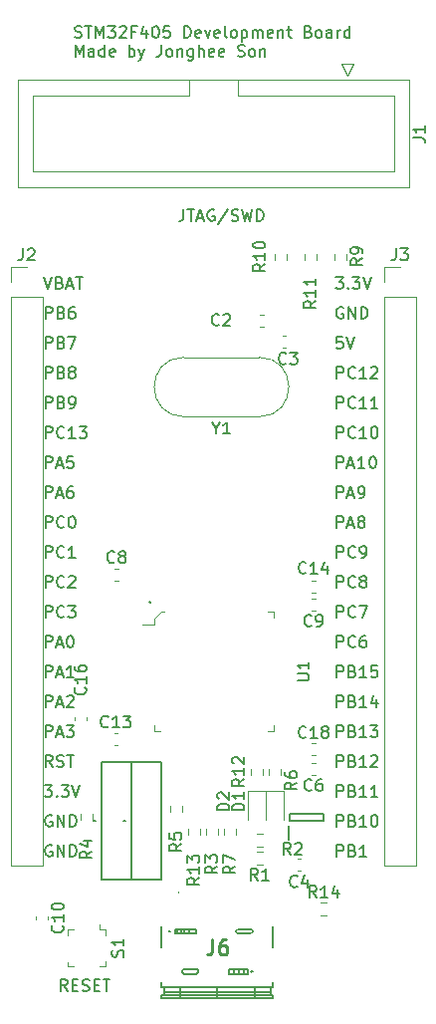
<source format=gbr>
%TF.GenerationSoftware,KiCad,Pcbnew,7.0.9*%
%TF.CreationDate,2023-12-16T19:18:52+09:00*%
%TF.ProjectId,STM32F405_dev_board,53544d33-3246-4343-9035-5f6465765f62,1.0.0*%
%TF.SameCoordinates,Original*%
%TF.FileFunction,Legend,Top*%
%TF.FilePolarity,Positive*%
%FSLAX46Y46*%
G04 Gerber Fmt 4.6, Leading zero omitted, Abs format (unit mm)*
G04 Created by KiCad (PCBNEW 7.0.9) date 2023-12-16 19:18:52*
%MOMM*%
%LPD*%
G01*
G04 APERTURE LIST*
%ADD10C,0.150000*%
%ADD11C,0.254000*%
%ADD12C,0.120000*%
%ADD13C,0.200000*%
%ADD14C,0.100000*%
G04 APERTURE END LIST*
D10*
X155911779Y-114169819D02*
X155911779Y-113169819D01*
X155911779Y-113169819D02*
X156292731Y-113169819D01*
X156292731Y-113169819D02*
X156387969Y-113217438D01*
X156387969Y-113217438D02*
X156435588Y-113265057D01*
X156435588Y-113265057D02*
X156483207Y-113360295D01*
X156483207Y-113360295D02*
X156483207Y-113503152D01*
X156483207Y-113503152D02*
X156435588Y-113598390D01*
X156435588Y-113598390D02*
X156387969Y-113646009D01*
X156387969Y-113646009D02*
X156292731Y-113693628D01*
X156292731Y-113693628D02*
X155911779Y-113693628D01*
X157245112Y-113646009D02*
X157387969Y-113693628D01*
X157387969Y-113693628D02*
X157435588Y-113741247D01*
X157435588Y-113741247D02*
X157483207Y-113836485D01*
X157483207Y-113836485D02*
X157483207Y-113979342D01*
X157483207Y-113979342D02*
X157435588Y-114074580D01*
X157435588Y-114074580D02*
X157387969Y-114122200D01*
X157387969Y-114122200D02*
X157292731Y-114169819D01*
X157292731Y-114169819D02*
X156911779Y-114169819D01*
X156911779Y-114169819D02*
X156911779Y-113169819D01*
X156911779Y-113169819D02*
X157245112Y-113169819D01*
X157245112Y-113169819D02*
X157340350Y-113217438D01*
X157340350Y-113217438D02*
X157387969Y-113265057D01*
X157387969Y-113265057D02*
X157435588Y-113360295D01*
X157435588Y-113360295D02*
X157435588Y-113455533D01*
X157435588Y-113455533D02*
X157387969Y-113550771D01*
X157387969Y-113550771D02*
X157340350Y-113598390D01*
X157340350Y-113598390D02*
X157245112Y-113646009D01*
X157245112Y-113646009D02*
X156911779Y-113646009D01*
X158435588Y-114169819D02*
X157864160Y-114169819D01*
X158149874Y-114169819D02*
X158149874Y-113169819D01*
X158149874Y-113169819D02*
X158054636Y-113312676D01*
X158054636Y-113312676D02*
X157959398Y-113407914D01*
X157959398Y-113407914D02*
X157864160Y-113455533D01*
X159340350Y-113169819D02*
X158864160Y-113169819D01*
X158864160Y-113169819D02*
X158816541Y-113646009D01*
X158816541Y-113646009D02*
X158864160Y-113598390D01*
X158864160Y-113598390D02*
X158959398Y-113550771D01*
X158959398Y-113550771D02*
X159197493Y-113550771D01*
X159197493Y-113550771D02*
X159292731Y-113598390D01*
X159292731Y-113598390D02*
X159340350Y-113646009D01*
X159340350Y-113646009D02*
X159387969Y-113741247D01*
X159387969Y-113741247D02*
X159387969Y-113979342D01*
X159387969Y-113979342D02*
X159340350Y-114074580D01*
X159340350Y-114074580D02*
X159292731Y-114122200D01*
X159292731Y-114122200D02*
X159197493Y-114169819D01*
X159197493Y-114169819D02*
X158959398Y-114169819D01*
X158959398Y-114169819D02*
X158864160Y-114122200D01*
X158864160Y-114122200D02*
X158816541Y-114074580D01*
X131146779Y-119249819D02*
X131146779Y-118249819D01*
X131146779Y-118249819D02*
X131527731Y-118249819D01*
X131527731Y-118249819D02*
X131622969Y-118297438D01*
X131622969Y-118297438D02*
X131670588Y-118345057D01*
X131670588Y-118345057D02*
X131718207Y-118440295D01*
X131718207Y-118440295D02*
X131718207Y-118583152D01*
X131718207Y-118583152D02*
X131670588Y-118678390D01*
X131670588Y-118678390D02*
X131622969Y-118726009D01*
X131622969Y-118726009D02*
X131527731Y-118773628D01*
X131527731Y-118773628D02*
X131146779Y-118773628D01*
X132099160Y-118964104D02*
X132575350Y-118964104D01*
X132003922Y-119249819D02*
X132337255Y-118249819D01*
X132337255Y-118249819D02*
X132670588Y-119249819D01*
X132908684Y-118249819D02*
X133527731Y-118249819D01*
X133527731Y-118249819D02*
X133194398Y-118630771D01*
X133194398Y-118630771D02*
X133337255Y-118630771D01*
X133337255Y-118630771D02*
X133432493Y-118678390D01*
X133432493Y-118678390D02*
X133480112Y-118726009D01*
X133480112Y-118726009D02*
X133527731Y-118821247D01*
X133527731Y-118821247D02*
X133527731Y-119059342D01*
X133527731Y-119059342D02*
X133480112Y-119154580D01*
X133480112Y-119154580D02*
X133432493Y-119202200D01*
X133432493Y-119202200D02*
X133337255Y-119249819D01*
X133337255Y-119249819D02*
X133051541Y-119249819D01*
X133051541Y-119249819D02*
X132956303Y-119202200D01*
X132956303Y-119202200D02*
X132908684Y-119154580D01*
X155911779Y-129409819D02*
X155911779Y-128409819D01*
X155911779Y-128409819D02*
X156292731Y-128409819D01*
X156292731Y-128409819D02*
X156387969Y-128457438D01*
X156387969Y-128457438D02*
X156435588Y-128505057D01*
X156435588Y-128505057D02*
X156483207Y-128600295D01*
X156483207Y-128600295D02*
X156483207Y-128743152D01*
X156483207Y-128743152D02*
X156435588Y-128838390D01*
X156435588Y-128838390D02*
X156387969Y-128886009D01*
X156387969Y-128886009D02*
X156292731Y-128933628D01*
X156292731Y-128933628D02*
X155911779Y-128933628D01*
X157245112Y-128886009D02*
X157387969Y-128933628D01*
X157387969Y-128933628D02*
X157435588Y-128981247D01*
X157435588Y-128981247D02*
X157483207Y-129076485D01*
X157483207Y-129076485D02*
X157483207Y-129219342D01*
X157483207Y-129219342D02*
X157435588Y-129314580D01*
X157435588Y-129314580D02*
X157387969Y-129362200D01*
X157387969Y-129362200D02*
X157292731Y-129409819D01*
X157292731Y-129409819D02*
X156911779Y-129409819D01*
X156911779Y-129409819D02*
X156911779Y-128409819D01*
X156911779Y-128409819D02*
X157245112Y-128409819D01*
X157245112Y-128409819D02*
X157340350Y-128457438D01*
X157340350Y-128457438D02*
X157387969Y-128505057D01*
X157387969Y-128505057D02*
X157435588Y-128600295D01*
X157435588Y-128600295D02*
X157435588Y-128695533D01*
X157435588Y-128695533D02*
X157387969Y-128790771D01*
X157387969Y-128790771D02*
X157340350Y-128838390D01*
X157340350Y-128838390D02*
X157245112Y-128886009D01*
X157245112Y-128886009D02*
X156911779Y-128886009D01*
X158435588Y-129409819D02*
X157864160Y-129409819D01*
X158149874Y-129409819D02*
X158149874Y-128409819D01*
X158149874Y-128409819D02*
X158054636Y-128552676D01*
X158054636Y-128552676D02*
X157959398Y-128647914D01*
X157959398Y-128647914D02*
X157864160Y-128695533D01*
X131146779Y-104009819D02*
X131146779Y-103009819D01*
X131146779Y-103009819D02*
X131527731Y-103009819D01*
X131527731Y-103009819D02*
X131622969Y-103057438D01*
X131622969Y-103057438D02*
X131670588Y-103105057D01*
X131670588Y-103105057D02*
X131718207Y-103200295D01*
X131718207Y-103200295D02*
X131718207Y-103343152D01*
X131718207Y-103343152D02*
X131670588Y-103438390D01*
X131670588Y-103438390D02*
X131622969Y-103486009D01*
X131622969Y-103486009D02*
X131527731Y-103533628D01*
X131527731Y-103533628D02*
X131146779Y-103533628D01*
X132718207Y-103914580D02*
X132670588Y-103962200D01*
X132670588Y-103962200D02*
X132527731Y-104009819D01*
X132527731Y-104009819D02*
X132432493Y-104009819D01*
X132432493Y-104009819D02*
X132289636Y-103962200D01*
X132289636Y-103962200D02*
X132194398Y-103866961D01*
X132194398Y-103866961D02*
X132146779Y-103771723D01*
X132146779Y-103771723D02*
X132099160Y-103581247D01*
X132099160Y-103581247D02*
X132099160Y-103438390D01*
X132099160Y-103438390D02*
X132146779Y-103247914D01*
X132146779Y-103247914D02*
X132194398Y-103152676D01*
X132194398Y-103152676D02*
X132289636Y-103057438D01*
X132289636Y-103057438D02*
X132432493Y-103009819D01*
X132432493Y-103009819D02*
X132527731Y-103009819D01*
X132527731Y-103009819D02*
X132670588Y-103057438D01*
X132670588Y-103057438D02*
X132718207Y-103105057D01*
X133670588Y-104009819D02*
X133099160Y-104009819D01*
X133384874Y-104009819D02*
X133384874Y-103009819D01*
X133384874Y-103009819D02*
X133289636Y-103152676D01*
X133289636Y-103152676D02*
X133194398Y-103247914D01*
X133194398Y-103247914D02*
X133099160Y-103295533D01*
X155911779Y-116709819D02*
X155911779Y-115709819D01*
X155911779Y-115709819D02*
X156292731Y-115709819D01*
X156292731Y-115709819D02*
X156387969Y-115757438D01*
X156387969Y-115757438D02*
X156435588Y-115805057D01*
X156435588Y-115805057D02*
X156483207Y-115900295D01*
X156483207Y-115900295D02*
X156483207Y-116043152D01*
X156483207Y-116043152D02*
X156435588Y-116138390D01*
X156435588Y-116138390D02*
X156387969Y-116186009D01*
X156387969Y-116186009D02*
X156292731Y-116233628D01*
X156292731Y-116233628D02*
X155911779Y-116233628D01*
X157245112Y-116186009D02*
X157387969Y-116233628D01*
X157387969Y-116233628D02*
X157435588Y-116281247D01*
X157435588Y-116281247D02*
X157483207Y-116376485D01*
X157483207Y-116376485D02*
X157483207Y-116519342D01*
X157483207Y-116519342D02*
X157435588Y-116614580D01*
X157435588Y-116614580D02*
X157387969Y-116662200D01*
X157387969Y-116662200D02*
X157292731Y-116709819D01*
X157292731Y-116709819D02*
X156911779Y-116709819D01*
X156911779Y-116709819D02*
X156911779Y-115709819D01*
X156911779Y-115709819D02*
X157245112Y-115709819D01*
X157245112Y-115709819D02*
X157340350Y-115757438D01*
X157340350Y-115757438D02*
X157387969Y-115805057D01*
X157387969Y-115805057D02*
X157435588Y-115900295D01*
X157435588Y-115900295D02*
X157435588Y-115995533D01*
X157435588Y-115995533D02*
X157387969Y-116090771D01*
X157387969Y-116090771D02*
X157340350Y-116138390D01*
X157340350Y-116138390D02*
X157245112Y-116186009D01*
X157245112Y-116186009D02*
X156911779Y-116186009D01*
X158435588Y-116709819D02*
X157864160Y-116709819D01*
X158149874Y-116709819D02*
X158149874Y-115709819D01*
X158149874Y-115709819D02*
X158054636Y-115852676D01*
X158054636Y-115852676D02*
X157959398Y-115947914D01*
X157959398Y-115947914D02*
X157864160Y-115995533D01*
X159292731Y-116043152D02*
X159292731Y-116709819D01*
X159054636Y-115662200D02*
X158816541Y-116376485D01*
X158816541Y-116376485D02*
X159435588Y-116376485D01*
X155911779Y-93849819D02*
X155911779Y-92849819D01*
X155911779Y-92849819D02*
X156292731Y-92849819D01*
X156292731Y-92849819D02*
X156387969Y-92897438D01*
X156387969Y-92897438D02*
X156435588Y-92945057D01*
X156435588Y-92945057D02*
X156483207Y-93040295D01*
X156483207Y-93040295D02*
X156483207Y-93183152D01*
X156483207Y-93183152D02*
X156435588Y-93278390D01*
X156435588Y-93278390D02*
X156387969Y-93326009D01*
X156387969Y-93326009D02*
X156292731Y-93373628D01*
X156292731Y-93373628D02*
X155911779Y-93373628D01*
X157483207Y-93754580D02*
X157435588Y-93802200D01*
X157435588Y-93802200D02*
X157292731Y-93849819D01*
X157292731Y-93849819D02*
X157197493Y-93849819D01*
X157197493Y-93849819D02*
X157054636Y-93802200D01*
X157054636Y-93802200D02*
X156959398Y-93706961D01*
X156959398Y-93706961D02*
X156911779Y-93611723D01*
X156911779Y-93611723D02*
X156864160Y-93421247D01*
X156864160Y-93421247D02*
X156864160Y-93278390D01*
X156864160Y-93278390D02*
X156911779Y-93087914D01*
X156911779Y-93087914D02*
X156959398Y-92992676D01*
X156959398Y-92992676D02*
X157054636Y-92897438D01*
X157054636Y-92897438D02*
X157197493Y-92849819D01*
X157197493Y-92849819D02*
X157292731Y-92849819D01*
X157292731Y-92849819D02*
X157435588Y-92897438D01*
X157435588Y-92897438D02*
X157483207Y-92945057D01*
X158435588Y-93849819D02*
X157864160Y-93849819D01*
X158149874Y-93849819D02*
X158149874Y-92849819D01*
X158149874Y-92849819D02*
X158054636Y-92992676D01*
X158054636Y-92992676D02*
X157959398Y-93087914D01*
X157959398Y-93087914D02*
X157864160Y-93135533D01*
X159054636Y-92849819D02*
X159149874Y-92849819D01*
X159149874Y-92849819D02*
X159245112Y-92897438D01*
X159245112Y-92897438D02*
X159292731Y-92945057D01*
X159292731Y-92945057D02*
X159340350Y-93040295D01*
X159340350Y-93040295D02*
X159387969Y-93230771D01*
X159387969Y-93230771D02*
X159387969Y-93468866D01*
X159387969Y-93468866D02*
X159340350Y-93659342D01*
X159340350Y-93659342D02*
X159292731Y-93754580D01*
X159292731Y-93754580D02*
X159245112Y-93802200D01*
X159245112Y-93802200D02*
X159149874Y-93849819D01*
X159149874Y-93849819D02*
X159054636Y-93849819D01*
X159054636Y-93849819D02*
X158959398Y-93802200D01*
X158959398Y-93802200D02*
X158911779Y-93754580D01*
X158911779Y-93754580D02*
X158864160Y-93659342D01*
X158864160Y-93659342D02*
X158816541Y-93468866D01*
X158816541Y-93468866D02*
X158816541Y-93230771D01*
X158816541Y-93230771D02*
X158864160Y-93040295D01*
X158864160Y-93040295D02*
X158911779Y-92945057D01*
X158911779Y-92945057D02*
X158959398Y-92897438D01*
X158959398Y-92897438D02*
X159054636Y-92849819D01*
X131718207Y-121789819D02*
X131384874Y-121313628D01*
X131146779Y-121789819D02*
X131146779Y-120789819D01*
X131146779Y-120789819D02*
X131527731Y-120789819D01*
X131527731Y-120789819D02*
X131622969Y-120837438D01*
X131622969Y-120837438D02*
X131670588Y-120885057D01*
X131670588Y-120885057D02*
X131718207Y-120980295D01*
X131718207Y-120980295D02*
X131718207Y-121123152D01*
X131718207Y-121123152D02*
X131670588Y-121218390D01*
X131670588Y-121218390D02*
X131622969Y-121266009D01*
X131622969Y-121266009D02*
X131527731Y-121313628D01*
X131527731Y-121313628D02*
X131146779Y-121313628D01*
X132099160Y-121742200D02*
X132242017Y-121789819D01*
X132242017Y-121789819D02*
X132480112Y-121789819D01*
X132480112Y-121789819D02*
X132575350Y-121742200D01*
X132575350Y-121742200D02*
X132622969Y-121694580D01*
X132622969Y-121694580D02*
X132670588Y-121599342D01*
X132670588Y-121599342D02*
X132670588Y-121504104D01*
X132670588Y-121504104D02*
X132622969Y-121408866D01*
X132622969Y-121408866D02*
X132575350Y-121361247D01*
X132575350Y-121361247D02*
X132480112Y-121313628D01*
X132480112Y-121313628D02*
X132289636Y-121266009D01*
X132289636Y-121266009D02*
X132194398Y-121218390D01*
X132194398Y-121218390D02*
X132146779Y-121170771D01*
X132146779Y-121170771D02*
X132099160Y-121075533D01*
X132099160Y-121075533D02*
X132099160Y-120980295D01*
X132099160Y-120980295D02*
X132146779Y-120885057D01*
X132146779Y-120885057D02*
X132194398Y-120837438D01*
X132194398Y-120837438D02*
X132289636Y-120789819D01*
X132289636Y-120789819D02*
X132527731Y-120789819D01*
X132527731Y-120789819D02*
X132670588Y-120837438D01*
X132956303Y-120789819D02*
X133527731Y-120789819D01*
X133242017Y-121789819D02*
X133242017Y-120789819D01*
X131146779Y-109089819D02*
X131146779Y-108089819D01*
X131146779Y-108089819D02*
X131527731Y-108089819D01*
X131527731Y-108089819D02*
X131622969Y-108137438D01*
X131622969Y-108137438D02*
X131670588Y-108185057D01*
X131670588Y-108185057D02*
X131718207Y-108280295D01*
X131718207Y-108280295D02*
X131718207Y-108423152D01*
X131718207Y-108423152D02*
X131670588Y-108518390D01*
X131670588Y-108518390D02*
X131622969Y-108566009D01*
X131622969Y-108566009D02*
X131527731Y-108613628D01*
X131527731Y-108613628D02*
X131146779Y-108613628D01*
X132718207Y-108994580D02*
X132670588Y-109042200D01*
X132670588Y-109042200D02*
X132527731Y-109089819D01*
X132527731Y-109089819D02*
X132432493Y-109089819D01*
X132432493Y-109089819D02*
X132289636Y-109042200D01*
X132289636Y-109042200D02*
X132194398Y-108946961D01*
X132194398Y-108946961D02*
X132146779Y-108851723D01*
X132146779Y-108851723D02*
X132099160Y-108661247D01*
X132099160Y-108661247D02*
X132099160Y-108518390D01*
X132099160Y-108518390D02*
X132146779Y-108327914D01*
X132146779Y-108327914D02*
X132194398Y-108232676D01*
X132194398Y-108232676D02*
X132289636Y-108137438D01*
X132289636Y-108137438D02*
X132432493Y-108089819D01*
X132432493Y-108089819D02*
X132527731Y-108089819D01*
X132527731Y-108089819D02*
X132670588Y-108137438D01*
X132670588Y-108137438D02*
X132718207Y-108185057D01*
X133051541Y-108089819D02*
X133670588Y-108089819D01*
X133670588Y-108089819D02*
X133337255Y-108470771D01*
X133337255Y-108470771D02*
X133480112Y-108470771D01*
X133480112Y-108470771D02*
X133575350Y-108518390D01*
X133575350Y-108518390D02*
X133622969Y-108566009D01*
X133622969Y-108566009D02*
X133670588Y-108661247D01*
X133670588Y-108661247D02*
X133670588Y-108899342D01*
X133670588Y-108899342D02*
X133622969Y-108994580D01*
X133622969Y-108994580D02*
X133575350Y-109042200D01*
X133575350Y-109042200D02*
X133480112Y-109089819D01*
X133480112Y-109089819D02*
X133194398Y-109089819D01*
X133194398Y-109089819D02*
X133099160Y-109042200D01*
X133099160Y-109042200D02*
X133051541Y-108994580D01*
X155911779Y-119249819D02*
X155911779Y-118249819D01*
X155911779Y-118249819D02*
X156292731Y-118249819D01*
X156292731Y-118249819D02*
X156387969Y-118297438D01*
X156387969Y-118297438D02*
X156435588Y-118345057D01*
X156435588Y-118345057D02*
X156483207Y-118440295D01*
X156483207Y-118440295D02*
X156483207Y-118583152D01*
X156483207Y-118583152D02*
X156435588Y-118678390D01*
X156435588Y-118678390D02*
X156387969Y-118726009D01*
X156387969Y-118726009D02*
X156292731Y-118773628D01*
X156292731Y-118773628D02*
X155911779Y-118773628D01*
X157245112Y-118726009D02*
X157387969Y-118773628D01*
X157387969Y-118773628D02*
X157435588Y-118821247D01*
X157435588Y-118821247D02*
X157483207Y-118916485D01*
X157483207Y-118916485D02*
X157483207Y-119059342D01*
X157483207Y-119059342D02*
X157435588Y-119154580D01*
X157435588Y-119154580D02*
X157387969Y-119202200D01*
X157387969Y-119202200D02*
X157292731Y-119249819D01*
X157292731Y-119249819D02*
X156911779Y-119249819D01*
X156911779Y-119249819D02*
X156911779Y-118249819D01*
X156911779Y-118249819D02*
X157245112Y-118249819D01*
X157245112Y-118249819D02*
X157340350Y-118297438D01*
X157340350Y-118297438D02*
X157387969Y-118345057D01*
X157387969Y-118345057D02*
X157435588Y-118440295D01*
X157435588Y-118440295D02*
X157435588Y-118535533D01*
X157435588Y-118535533D02*
X157387969Y-118630771D01*
X157387969Y-118630771D02*
X157340350Y-118678390D01*
X157340350Y-118678390D02*
X157245112Y-118726009D01*
X157245112Y-118726009D02*
X156911779Y-118726009D01*
X158435588Y-119249819D02*
X157864160Y-119249819D01*
X158149874Y-119249819D02*
X158149874Y-118249819D01*
X158149874Y-118249819D02*
X158054636Y-118392676D01*
X158054636Y-118392676D02*
X157959398Y-118487914D01*
X157959398Y-118487914D02*
X157864160Y-118535533D01*
X158768922Y-118249819D02*
X159387969Y-118249819D01*
X159387969Y-118249819D02*
X159054636Y-118630771D01*
X159054636Y-118630771D02*
X159197493Y-118630771D01*
X159197493Y-118630771D02*
X159292731Y-118678390D01*
X159292731Y-118678390D02*
X159340350Y-118726009D01*
X159340350Y-118726009D02*
X159387969Y-118821247D01*
X159387969Y-118821247D02*
X159387969Y-119059342D01*
X159387969Y-119059342D02*
X159340350Y-119154580D01*
X159340350Y-119154580D02*
X159292731Y-119202200D01*
X159292731Y-119202200D02*
X159197493Y-119249819D01*
X159197493Y-119249819D02*
X158911779Y-119249819D01*
X158911779Y-119249819D02*
X158816541Y-119202200D01*
X158816541Y-119202200D02*
X158768922Y-119154580D01*
X131146779Y-83689819D02*
X131146779Y-82689819D01*
X131146779Y-82689819D02*
X131527731Y-82689819D01*
X131527731Y-82689819D02*
X131622969Y-82737438D01*
X131622969Y-82737438D02*
X131670588Y-82785057D01*
X131670588Y-82785057D02*
X131718207Y-82880295D01*
X131718207Y-82880295D02*
X131718207Y-83023152D01*
X131718207Y-83023152D02*
X131670588Y-83118390D01*
X131670588Y-83118390D02*
X131622969Y-83166009D01*
X131622969Y-83166009D02*
X131527731Y-83213628D01*
X131527731Y-83213628D02*
X131146779Y-83213628D01*
X132480112Y-83166009D02*
X132622969Y-83213628D01*
X132622969Y-83213628D02*
X132670588Y-83261247D01*
X132670588Y-83261247D02*
X132718207Y-83356485D01*
X132718207Y-83356485D02*
X132718207Y-83499342D01*
X132718207Y-83499342D02*
X132670588Y-83594580D01*
X132670588Y-83594580D02*
X132622969Y-83642200D01*
X132622969Y-83642200D02*
X132527731Y-83689819D01*
X132527731Y-83689819D02*
X132146779Y-83689819D01*
X132146779Y-83689819D02*
X132146779Y-82689819D01*
X132146779Y-82689819D02*
X132480112Y-82689819D01*
X132480112Y-82689819D02*
X132575350Y-82737438D01*
X132575350Y-82737438D02*
X132622969Y-82785057D01*
X132622969Y-82785057D02*
X132670588Y-82880295D01*
X132670588Y-82880295D02*
X132670588Y-82975533D01*
X132670588Y-82975533D02*
X132622969Y-83070771D01*
X132622969Y-83070771D02*
X132575350Y-83118390D01*
X132575350Y-83118390D02*
X132480112Y-83166009D01*
X132480112Y-83166009D02*
X132146779Y-83166009D01*
X133575350Y-82689819D02*
X133384874Y-82689819D01*
X133384874Y-82689819D02*
X133289636Y-82737438D01*
X133289636Y-82737438D02*
X133242017Y-82785057D01*
X133242017Y-82785057D02*
X133146779Y-82927914D01*
X133146779Y-82927914D02*
X133099160Y-83118390D01*
X133099160Y-83118390D02*
X133099160Y-83499342D01*
X133099160Y-83499342D02*
X133146779Y-83594580D01*
X133146779Y-83594580D02*
X133194398Y-83642200D01*
X133194398Y-83642200D02*
X133289636Y-83689819D01*
X133289636Y-83689819D02*
X133480112Y-83689819D01*
X133480112Y-83689819D02*
X133575350Y-83642200D01*
X133575350Y-83642200D02*
X133622969Y-83594580D01*
X133622969Y-83594580D02*
X133670588Y-83499342D01*
X133670588Y-83499342D02*
X133670588Y-83261247D01*
X133670588Y-83261247D02*
X133622969Y-83166009D01*
X133622969Y-83166009D02*
X133575350Y-83118390D01*
X133575350Y-83118390D02*
X133480112Y-83070771D01*
X133480112Y-83070771D02*
X133289636Y-83070771D01*
X133289636Y-83070771D02*
X133194398Y-83118390D01*
X133194398Y-83118390D02*
X133146779Y-83166009D01*
X133146779Y-83166009D02*
X133099160Y-83261247D01*
X131146779Y-91309819D02*
X131146779Y-90309819D01*
X131146779Y-90309819D02*
X131527731Y-90309819D01*
X131527731Y-90309819D02*
X131622969Y-90357438D01*
X131622969Y-90357438D02*
X131670588Y-90405057D01*
X131670588Y-90405057D02*
X131718207Y-90500295D01*
X131718207Y-90500295D02*
X131718207Y-90643152D01*
X131718207Y-90643152D02*
X131670588Y-90738390D01*
X131670588Y-90738390D02*
X131622969Y-90786009D01*
X131622969Y-90786009D02*
X131527731Y-90833628D01*
X131527731Y-90833628D02*
X131146779Y-90833628D01*
X132480112Y-90786009D02*
X132622969Y-90833628D01*
X132622969Y-90833628D02*
X132670588Y-90881247D01*
X132670588Y-90881247D02*
X132718207Y-90976485D01*
X132718207Y-90976485D02*
X132718207Y-91119342D01*
X132718207Y-91119342D02*
X132670588Y-91214580D01*
X132670588Y-91214580D02*
X132622969Y-91262200D01*
X132622969Y-91262200D02*
X132527731Y-91309819D01*
X132527731Y-91309819D02*
X132146779Y-91309819D01*
X132146779Y-91309819D02*
X132146779Y-90309819D01*
X132146779Y-90309819D02*
X132480112Y-90309819D01*
X132480112Y-90309819D02*
X132575350Y-90357438D01*
X132575350Y-90357438D02*
X132622969Y-90405057D01*
X132622969Y-90405057D02*
X132670588Y-90500295D01*
X132670588Y-90500295D02*
X132670588Y-90595533D01*
X132670588Y-90595533D02*
X132622969Y-90690771D01*
X132622969Y-90690771D02*
X132575350Y-90738390D01*
X132575350Y-90738390D02*
X132480112Y-90786009D01*
X132480112Y-90786009D02*
X132146779Y-90786009D01*
X133194398Y-91309819D02*
X133384874Y-91309819D01*
X133384874Y-91309819D02*
X133480112Y-91262200D01*
X133480112Y-91262200D02*
X133527731Y-91214580D01*
X133527731Y-91214580D02*
X133622969Y-91071723D01*
X133622969Y-91071723D02*
X133670588Y-90881247D01*
X133670588Y-90881247D02*
X133670588Y-90500295D01*
X133670588Y-90500295D02*
X133622969Y-90405057D01*
X133622969Y-90405057D02*
X133575350Y-90357438D01*
X133575350Y-90357438D02*
X133480112Y-90309819D01*
X133480112Y-90309819D02*
X133289636Y-90309819D01*
X133289636Y-90309819D02*
X133194398Y-90357438D01*
X133194398Y-90357438D02*
X133146779Y-90405057D01*
X133146779Y-90405057D02*
X133099160Y-90500295D01*
X133099160Y-90500295D02*
X133099160Y-90738390D01*
X133099160Y-90738390D02*
X133146779Y-90833628D01*
X133146779Y-90833628D02*
X133194398Y-90881247D01*
X133194398Y-90881247D02*
X133289636Y-90928866D01*
X133289636Y-90928866D02*
X133480112Y-90928866D01*
X133480112Y-90928866D02*
X133575350Y-90881247D01*
X133575350Y-90881247D02*
X133622969Y-90833628D01*
X133622969Y-90833628D02*
X133670588Y-90738390D01*
X131003922Y-80149819D02*
X131337255Y-81149819D01*
X131337255Y-81149819D02*
X131670588Y-80149819D01*
X132337255Y-80626009D02*
X132480112Y-80673628D01*
X132480112Y-80673628D02*
X132527731Y-80721247D01*
X132527731Y-80721247D02*
X132575350Y-80816485D01*
X132575350Y-80816485D02*
X132575350Y-80959342D01*
X132575350Y-80959342D02*
X132527731Y-81054580D01*
X132527731Y-81054580D02*
X132480112Y-81102200D01*
X132480112Y-81102200D02*
X132384874Y-81149819D01*
X132384874Y-81149819D02*
X132003922Y-81149819D01*
X132003922Y-81149819D02*
X132003922Y-80149819D01*
X132003922Y-80149819D02*
X132337255Y-80149819D01*
X132337255Y-80149819D02*
X132432493Y-80197438D01*
X132432493Y-80197438D02*
X132480112Y-80245057D01*
X132480112Y-80245057D02*
X132527731Y-80340295D01*
X132527731Y-80340295D02*
X132527731Y-80435533D01*
X132527731Y-80435533D02*
X132480112Y-80530771D01*
X132480112Y-80530771D02*
X132432493Y-80578390D01*
X132432493Y-80578390D02*
X132337255Y-80626009D01*
X132337255Y-80626009D02*
X132003922Y-80626009D01*
X132956303Y-80864104D02*
X133432493Y-80864104D01*
X132861065Y-81149819D02*
X133194398Y-80149819D01*
X133194398Y-80149819D02*
X133527731Y-81149819D01*
X133718208Y-80149819D02*
X134289636Y-80149819D01*
X134003922Y-81149819D02*
X134003922Y-80149819D01*
X155911779Y-101469819D02*
X155911779Y-100469819D01*
X155911779Y-100469819D02*
X156292731Y-100469819D01*
X156292731Y-100469819D02*
X156387969Y-100517438D01*
X156387969Y-100517438D02*
X156435588Y-100565057D01*
X156435588Y-100565057D02*
X156483207Y-100660295D01*
X156483207Y-100660295D02*
X156483207Y-100803152D01*
X156483207Y-100803152D02*
X156435588Y-100898390D01*
X156435588Y-100898390D02*
X156387969Y-100946009D01*
X156387969Y-100946009D02*
X156292731Y-100993628D01*
X156292731Y-100993628D02*
X155911779Y-100993628D01*
X156864160Y-101184104D02*
X157340350Y-101184104D01*
X156768922Y-101469819D02*
X157102255Y-100469819D01*
X157102255Y-100469819D02*
X157435588Y-101469819D01*
X157911779Y-100898390D02*
X157816541Y-100850771D01*
X157816541Y-100850771D02*
X157768922Y-100803152D01*
X157768922Y-100803152D02*
X157721303Y-100707914D01*
X157721303Y-100707914D02*
X157721303Y-100660295D01*
X157721303Y-100660295D02*
X157768922Y-100565057D01*
X157768922Y-100565057D02*
X157816541Y-100517438D01*
X157816541Y-100517438D02*
X157911779Y-100469819D01*
X157911779Y-100469819D02*
X158102255Y-100469819D01*
X158102255Y-100469819D02*
X158197493Y-100517438D01*
X158197493Y-100517438D02*
X158245112Y-100565057D01*
X158245112Y-100565057D02*
X158292731Y-100660295D01*
X158292731Y-100660295D02*
X158292731Y-100707914D01*
X158292731Y-100707914D02*
X158245112Y-100803152D01*
X158245112Y-100803152D02*
X158197493Y-100850771D01*
X158197493Y-100850771D02*
X158102255Y-100898390D01*
X158102255Y-100898390D02*
X157911779Y-100898390D01*
X157911779Y-100898390D02*
X157816541Y-100946009D01*
X157816541Y-100946009D02*
X157768922Y-100993628D01*
X157768922Y-100993628D02*
X157721303Y-101088866D01*
X157721303Y-101088866D02*
X157721303Y-101279342D01*
X157721303Y-101279342D02*
X157768922Y-101374580D01*
X157768922Y-101374580D02*
X157816541Y-101422200D01*
X157816541Y-101422200D02*
X157911779Y-101469819D01*
X157911779Y-101469819D02*
X158102255Y-101469819D01*
X158102255Y-101469819D02*
X158197493Y-101422200D01*
X158197493Y-101422200D02*
X158245112Y-101374580D01*
X158245112Y-101374580D02*
X158292731Y-101279342D01*
X158292731Y-101279342D02*
X158292731Y-101088866D01*
X158292731Y-101088866D02*
X158245112Y-100993628D01*
X158245112Y-100993628D02*
X158197493Y-100946009D01*
X158197493Y-100946009D02*
X158102255Y-100898390D01*
X131146779Y-93849819D02*
X131146779Y-92849819D01*
X131146779Y-92849819D02*
X131527731Y-92849819D01*
X131527731Y-92849819D02*
X131622969Y-92897438D01*
X131622969Y-92897438D02*
X131670588Y-92945057D01*
X131670588Y-92945057D02*
X131718207Y-93040295D01*
X131718207Y-93040295D02*
X131718207Y-93183152D01*
X131718207Y-93183152D02*
X131670588Y-93278390D01*
X131670588Y-93278390D02*
X131622969Y-93326009D01*
X131622969Y-93326009D02*
X131527731Y-93373628D01*
X131527731Y-93373628D02*
X131146779Y-93373628D01*
X132718207Y-93754580D02*
X132670588Y-93802200D01*
X132670588Y-93802200D02*
X132527731Y-93849819D01*
X132527731Y-93849819D02*
X132432493Y-93849819D01*
X132432493Y-93849819D02*
X132289636Y-93802200D01*
X132289636Y-93802200D02*
X132194398Y-93706961D01*
X132194398Y-93706961D02*
X132146779Y-93611723D01*
X132146779Y-93611723D02*
X132099160Y-93421247D01*
X132099160Y-93421247D02*
X132099160Y-93278390D01*
X132099160Y-93278390D02*
X132146779Y-93087914D01*
X132146779Y-93087914D02*
X132194398Y-92992676D01*
X132194398Y-92992676D02*
X132289636Y-92897438D01*
X132289636Y-92897438D02*
X132432493Y-92849819D01*
X132432493Y-92849819D02*
X132527731Y-92849819D01*
X132527731Y-92849819D02*
X132670588Y-92897438D01*
X132670588Y-92897438D02*
X132718207Y-92945057D01*
X133670588Y-93849819D02*
X133099160Y-93849819D01*
X133384874Y-93849819D02*
X133384874Y-92849819D01*
X133384874Y-92849819D02*
X133289636Y-92992676D01*
X133289636Y-92992676D02*
X133194398Y-93087914D01*
X133194398Y-93087914D02*
X133099160Y-93135533D01*
X134003922Y-92849819D02*
X134622969Y-92849819D01*
X134622969Y-92849819D02*
X134289636Y-93230771D01*
X134289636Y-93230771D02*
X134432493Y-93230771D01*
X134432493Y-93230771D02*
X134527731Y-93278390D01*
X134527731Y-93278390D02*
X134575350Y-93326009D01*
X134575350Y-93326009D02*
X134622969Y-93421247D01*
X134622969Y-93421247D02*
X134622969Y-93659342D01*
X134622969Y-93659342D02*
X134575350Y-93754580D01*
X134575350Y-93754580D02*
X134527731Y-93802200D01*
X134527731Y-93802200D02*
X134432493Y-93849819D01*
X134432493Y-93849819D02*
X134146779Y-93849819D01*
X134146779Y-93849819D02*
X134051541Y-93802200D01*
X134051541Y-93802200D02*
X134003922Y-93754580D01*
X155911779Y-98929819D02*
X155911779Y-97929819D01*
X155911779Y-97929819D02*
X156292731Y-97929819D01*
X156292731Y-97929819D02*
X156387969Y-97977438D01*
X156387969Y-97977438D02*
X156435588Y-98025057D01*
X156435588Y-98025057D02*
X156483207Y-98120295D01*
X156483207Y-98120295D02*
X156483207Y-98263152D01*
X156483207Y-98263152D02*
X156435588Y-98358390D01*
X156435588Y-98358390D02*
X156387969Y-98406009D01*
X156387969Y-98406009D02*
X156292731Y-98453628D01*
X156292731Y-98453628D02*
X155911779Y-98453628D01*
X156864160Y-98644104D02*
X157340350Y-98644104D01*
X156768922Y-98929819D02*
X157102255Y-97929819D01*
X157102255Y-97929819D02*
X157435588Y-98929819D01*
X157816541Y-98929819D02*
X158007017Y-98929819D01*
X158007017Y-98929819D02*
X158102255Y-98882200D01*
X158102255Y-98882200D02*
X158149874Y-98834580D01*
X158149874Y-98834580D02*
X158245112Y-98691723D01*
X158245112Y-98691723D02*
X158292731Y-98501247D01*
X158292731Y-98501247D02*
X158292731Y-98120295D01*
X158292731Y-98120295D02*
X158245112Y-98025057D01*
X158245112Y-98025057D02*
X158197493Y-97977438D01*
X158197493Y-97977438D02*
X158102255Y-97929819D01*
X158102255Y-97929819D02*
X157911779Y-97929819D01*
X157911779Y-97929819D02*
X157816541Y-97977438D01*
X157816541Y-97977438D02*
X157768922Y-98025057D01*
X157768922Y-98025057D02*
X157721303Y-98120295D01*
X157721303Y-98120295D02*
X157721303Y-98358390D01*
X157721303Y-98358390D02*
X157768922Y-98453628D01*
X157768922Y-98453628D02*
X157816541Y-98501247D01*
X157816541Y-98501247D02*
X157911779Y-98548866D01*
X157911779Y-98548866D02*
X158102255Y-98548866D01*
X158102255Y-98548866D02*
X158197493Y-98501247D01*
X158197493Y-98501247D02*
X158245112Y-98453628D01*
X158245112Y-98453628D02*
X158292731Y-98358390D01*
X140036779Y-107724580D02*
X140084398Y-107772200D01*
X140084398Y-107772200D02*
X140036779Y-107819819D01*
X140036779Y-107819819D02*
X139989160Y-107772200D01*
X139989160Y-107772200D02*
X140036779Y-107724580D01*
X140036779Y-107724580D02*
X140036779Y-107819819D01*
X132988207Y-140839819D02*
X132654874Y-140363628D01*
X132416779Y-140839819D02*
X132416779Y-139839819D01*
X132416779Y-139839819D02*
X132797731Y-139839819D01*
X132797731Y-139839819D02*
X132892969Y-139887438D01*
X132892969Y-139887438D02*
X132940588Y-139935057D01*
X132940588Y-139935057D02*
X132988207Y-140030295D01*
X132988207Y-140030295D02*
X132988207Y-140173152D01*
X132988207Y-140173152D02*
X132940588Y-140268390D01*
X132940588Y-140268390D02*
X132892969Y-140316009D01*
X132892969Y-140316009D02*
X132797731Y-140363628D01*
X132797731Y-140363628D02*
X132416779Y-140363628D01*
X133416779Y-140316009D02*
X133750112Y-140316009D01*
X133892969Y-140839819D02*
X133416779Y-140839819D01*
X133416779Y-140839819D02*
X133416779Y-139839819D01*
X133416779Y-139839819D02*
X133892969Y-139839819D01*
X134273922Y-140792200D02*
X134416779Y-140839819D01*
X134416779Y-140839819D02*
X134654874Y-140839819D01*
X134654874Y-140839819D02*
X134750112Y-140792200D01*
X134750112Y-140792200D02*
X134797731Y-140744580D01*
X134797731Y-140744580D02*
X134845350Y-140649342D01*
X134845350Y-140649342D02*
X134845350Y-140554104D01*
X134845350Y-140554104D02*
X134797731Y-140458866D01*
X134797731Y-140458866D02*
X134750112Y-140411247D01*
X134750112Y-140411247D02*
X134654874Y-140363628D01*
X134654874Y-140363628D02*
X134464398Y-140316009D01*
X134464398Y-140316009D02*
X134369160Y-140268390D01*
X134369160Y-140268390D02*
X134321541Y-140220771D01*
X134321541Y-140220771D02*
X134273922Y-140125533D01*
X134273922Y-140125533D02*
X134273922Y-140030295D01*
X134273922Y-140030295D02*
X134321541Y-139935057D01*
X134321541Y-139935057D02*
X134369160Y-139887438D01*
X134369160Y-139887438D02*
X134464398Y-139839819D01*
X134464398Y-139839819D02*
X134702493Y-139839819D01*
X134702493Y-139839819D02*
X134845350Y-139887438D01*
X135273922Y-140316009D02*
X135607255Y-140316009D01*
X135750112Y-140839819D02*
X135273922Y-140839819D01*
X135273922Y-140839819D02*
X135273922Y-139839819D01*
X135273922Y-139839819D02*
X135750112Y-139839819D01*
X136035827Y-139839819D02*
X136607255Y-139839819D01*
X136321541Y-140839819D02*
X136321541Y-139839819D01*
X131146779Y-86229819D02*
X131146779Y-85229819D01*
X131146779Y-85229819D02*
X131527731Y-85229819D01*
X131527731Y-85229819D02*
X131622969Y-85277438D01*
X131622969Y-85277438D02*
X131670588Y-85325057D01*
X131670588Y-85325057D02*
X131718207Y-85420295D01*
X131718207Y-85420295D02*
X131718207Y-85563152D01*
X131718207Y-85563152D02*
X131670588Y-85658390D01*
X131670588Y-85658390D02*
X131622969Y-85706009D01*
X131622969Y-85706009D02*
X131527731Y-85753628D01*
X131527731Y-85753628D02*
X131146779Y-85753628D01*
X132480112Y-85706009D02*
X132622969Y-85753628D01*
X132622969Y-85753628D02*
X132670588Y-85801247D01*
X132670588Y-85801247D02*
X132718207Y-85896485D01*
X132718207Y-85896485D02*
X132718207Y-86039342D01*
X132718207Y-86039342D02*
X132670588Y-86134580D01*
X132670588Y-86134580D02*
X132622969Y-86182200D01*
X132622969Y-86182200D02*
X132527731Y-86229819D01*
X132527731Y-86229819D02*
X132146779Y-86229819D01*
X132146779Y-86229819D02*
X132146779Y-85229819D01*
X132146779Y-85229819D02*
X132480112Y-85229819D01*
X132480112Y-85229819D02*
X132575350Y-85277438D01*
X132575350Y-85277438D02*
X132622969Y-85325057D01*
X132622969Y-85325057D02*
X132670588Y-85420295D01*
X132670588Y-85420295D02*
X132670588Y-85515533D01*
X132670588Y-85515533D02*
X132622969Y-85610771D01*
X132622969Y-85610771D02*
X132575350Y-85658390D01*
X132575350Y-85658390D02*
X132480112Y-85706009D01*
X132480112Y-85706009D02*
X132146779Y-85706009D01*
X133051541Y-85229819D02*
X133718207Y-85229819D01*
X133718207Y-85229819D02*
X133289636Y-86229819D01*
X155911779Y-121789819D02*
X155911779Y-120789819D01*
X155911779Y-120789819D02*
X156292731Y-120789819D01*
X156292731Y-120789819D02*
X156387969Y-120837438D01*
X156387969Y-120837438D02*
X156435588Y-120885057D01*
X156435588Y-120885057D02*
X156483207Y-120980295D01*
X156483207Y-120980295D02*
X156483207Y-121123152D01*
X156483207Y-121123152D02*
X156435588Y-121218390D01*
X156435588Y-121218390D02*
X156387969Y-121266009D01*
X156387969Y-121266009D02*
X156292731Y-121313628D01*
X156292731Y-121313628D02*
X155911779Y-121313628D01*
X157245112Y-121266009D02*
X157387969Y-121313628D01*
X157387969Y-121313628D02*
X157435588Y-121361247D01*
X157435588Y-121361247D02*
X157483207Y-121456485D01*
X157483207Y-121456485D02*
X157483207Y-121599342D01*
X157483207Y-121599342D02*
X157435588Y-121694580D01*
X157435588Y-121694580D02*
X157387969Y-121742200D01*
X157387969Y-121742200D02*
X157292731Y-121789819D01*
X157292731Y-121789819D02*
X156911779Y-121789819D01*
X156911779Y-121789819D02*
X156911779Y-120789819D01*
X156911779Y-120789819D02*
X157245112Y-120789819D01*
X157245112Y-120789819D02*
X157340350Y-120837438D01*
X157340350Y-120837438D02*
X157387969Y-120885057D01*
X157387969Y-120885057D02*
X157435588Y-120980295D01*
X157435588Y-120980295D02*
X157435588Y-121075533D01*
X157435588Y-121075533D02*
X157387969Y-121170771D01*
X157387969Y-121170771D02*
X157340350Y-121218390D01*
X157340350Y-121218390D02*
X157245112Y-121266009D01*
X157245112Y-121266009D02*
X156911779Y-121266009D01*
X158435588Y-121789819D02*
X157864160Y-121789819D01*
X158149874Y-121789819D02*
X158149874Y-120789819D01*
X158149874Y-120789819D02*
X158054636Y-120932676D01*
X158054636Y-120932676D02*
X157959398Y-121027914D01*
X157959398Y-121027914D02*
X157864160Y-121075533D01*
X158816541Y-120885057D02*
X158864160Y-120837438D01*
X158864160Y-120837438D02*
X158959398Y-120789819D01*
X158959398Y-120789819D02*
X159197493Y-120789819D01*
X159197493Y-120789819D02*
X159292731Y-120837438D01*
X159292731Y-120837438D02*
X159340350Y-120885057D01*
X159340350Y-120885057D02*
X159387969Y-120980295D01*
X159387969Y-120980295D02*
X159387969Y-121075533D01*
X159387969Y-121075533D02*
X159340350Y-121218390D01*
X159340350Y-121218390D02*
X158768922Y-121789819D01*
X158768922Y-121789819D02*
X159387969Y-121789819D01*
X155911779Y-88769819D02*
X155911779Y-87769819D01*
X155911779Y-87769819D02*
X156292731Y-87769819D01*
X156292731Y-87769819D02*
X156387969Y-87817438D01*
X156387969Y-87817438D02*
X156435588Y-87865057D01*
X156435588Y-87865057D02*
X156483207Y-87960295D01*
X156483207Y-87960295D02*
X156483207Y-88103152D01*
X156483207Y-88103152D02*
X156435588Y-88198390D01*
X156435588Y-88198390D02*
X156387969Y-88246009D01*
X156387969Y-88246009D02*
X156292731Y-88293628D01*
X156292731Y-88293628D02*
X155911779Y-88293628D01*
X157483207Y-88674580D02*
X157435588Y-88722200D01*
X157435588Y-88722200D02*
X157292731Y-88769819D01*
X157292731Y-88769819D02*
X157197493Y-88769819D01*
X157197493Y-88769819D02*
X157054636Y-88722200D01*
X157054636Y-88722200D02*
X156959398Y-88626961D01*
X156959398Y-88626961D02*
X156911779Y-88531723D01*
X156911779Y-88531723D02*
X156864160Y-88341247D01*
X156864160Y-88341247D02*
X156864160Y-88198390D01*
X156864160Y-88198390D02*
X156911779Y-88007914D01*
X156911779Y-88007914D02*
X156959398Y-87912676D01*
X156959398Y-87912676D02*
X157054636Y-87817438D01*
X157054636Y-87817438D02*
X157197493Y-87769819D01*
X157197493Y-87769819D02*
X157292731Y-87769819D01*
X157292731Y-87769819D02*
X157435588Y-87817438D01*
X157435588Y-87817438D02*
X157483207Y-87865057D01*
X158435588Y-88769819D02*
X157864160Y-88769819D01*
X158149874Y-88769819D02*
X158149874Y-87769819D01*
X158149874Y-87769819D02*
X158054636Y-87912676D01*
X158054636Y-87912676D02*
X157959398Y-88007914D01*
X157959398Y-88007914D02*
X157864160Y-88055533D01*
X158816541Y-87865057D02*
X158864160Y-87817438D01*
X158864160Y-87817438D02*
X158959398Y-87769819D01*
X158959398Y-87769819D02*
X159197493Y-87769819D01*
X159197493Y-87769819D02*
X159292731Y-87817438D01*
X159292731Y-87817438D02*
X159340350Y-87865057D01*
X159340350Y-87865057D02*
X159387969Y-87960295D01*
X159387969Y-87960295D02*
X159387969Y-88055533D01*
X159387969Y-88055533D02*
X159340350Y-88198390D01*
X159340350Y-88198390D02*
X158768922Y-88769819D01*
X158768922Y-88769819D02*
X159387969Y-88769819D01*
X155911779Y-124329819D02*
X155911779Y-123329819D01*
X155911779Y-123329819D02*
X156292731Y-123329819D01*
X156292731Y-123329819D02*
X156387969Y-123377438D01*
X156387969Y-123377438D02*
X156435588Y-123425057D01*
X156435588Y-123425057D02*
X156483207Y-123520295D01*
X156483207Y-123520295D02*
X156483207Y-123663152D01*
X156483207Y-123663152D02*
X156435588Y-123758390D01*
X156435588Y-123758390D02*
X156387969Y-123806009D01*
X156387969Y-123806009D02*
X156292731Y-123853628D01*
X156292731Y-123853628D02*
X155911779Y-123853628D01*
X157245112Y-123806009D02*
X157387969Y-123853628D01*
X157387969Y-123853628D02*
X157435588Y-123901247D01*
X157435588Y-123901247D02*
X157483207Y-123996485D01*
X157483207Y-123996485D02*
X157483207Y-124139342D01*
X157483207Y-124139342D02*
X157435588Y-124234580D01*
X157435588Y-124234580D02*
X157387969Y-124282200D01*
X157387969Y-124282200D02*
X157292731Y-124329819D01*
X157292731Y-124329819D02*
X156911779Y-124329819D01*
X156911779Y-124329819D02*
X156911779Y-123329819D01*
X156911779Y-123329819D02*
X157245112Y-123329819D01*
X157245112Y-123329819D02*
X157340350Y-123377438D01*
X157340350Y-123377438D02*
X157387969Y-123425057D01*
X157387969Y-123425057D02*
X157435588Y-123520295D01*
X157435588Y-123520295D02*
X157435588Y-123615533D01*
X157435588Y-123615533D02*
X157387969Y-123710771D01*
X157387969Y-123710771D02*
X157340350Y-123758390D01*
X157340350Y-123758390D02*
X157245112Y-123806009D01*
X157245112Y-123806009D02*
X156911779Y-123806009D01*
X158435588Y-124329819D02*
X157864160Y-124329819D01*
X158149874Y-124329819D02*
X158149874Y-123329819D01*
X158149874Y-123329819D02*
X158054636Y-123472676D01*
X158054636Y-123472676D02*
X157959398Y-123567914D01*
X157959398Y-123567914D02*
X157864160Y-123615533D01*
X159387969Y-124329819D02*
X158816541Y-124329819D01*
X159102255Y-124329819D02*
X159102255Y-123329819D01*
X159102255Y-123329819D02*
X159007017Y-123472676D01*
X159007017Y-123472676D02*
X158911779Y-123567914D01*
X158911779Y-123567914D02*
X158816541Y-123615533D01*
X142862493Y-74379819D02*
X142862493Y-75094104D01*
X142862493Y-75094104D02*
X142814874Y-75236961D01*
X142814874Y-75236961D02*
X142719636Y-75332200D01*
X142719636Y-75332200D02*
X142576779Y-75379819D01*
X142576779Y-75379819D02*
X142481541Y-75379819D01*
X143195827Y-74379819D02*
X143767255Y-74379819D01*
X143481541Y-75379819D02*
X143481541Y-74379819D01*
X144052970Y-75094104D02*
X144529160Y-75094104D01*
X143957732Y-75379819D02*
X144291065Y-74379819D01*
X144291065Y-74379819D02*
X144624398Y-75379819D01*
X145481541Y-74427438D02*
X145386303Y-74379819D01*
X145386303Y-74379819D02*
X145243446Y-74379819D01*
X145243446Y-74379819D02*
X145100589Y-74427438D01*
X145100589Y-74427438D02*
X145005351Y-74522676D01*
X145005351Y-74522676D02*
X144957732Y-74617914D01*
X144957732Y-74617914D02*
X144910113Y-74808390D01*
X144910113Y-74808390D02*
X144910113Y-74951247D01*
X144910113Y-74951247D02*
X144957732Y-75141723D01*
X144957732Y-75141723D02*
X145005351Y-75236961D01*
X145005351Y-75236961D02*
X145100589Y-75332200D01*
X145100589Y-75332200D02*
X145243446Y-75379819D01*
X145243446Y-75379819D02*
X145338684Y-75379819D01*
X145338684Y-75379819D02*
X145481541Y-75332200D01*
X145481541Y-75332200D02*
X145529160Y-75284580D01*
X145529160Y-75284580D02*
X145529160Y-74951247D01*
X145529160Y-74951247D02*
X145338684Y-74951247D01*
X146672017Y-74332200D02*
X145814875Y-75617914D01*
X146957732Y-75332200D02*
X147100589Y-75379819D01*
X147100589Y-75379819D02*
X147338684Y-75379819D01*
X147338684Y-75379819D02*
X147433922Y-75332200D01*
X147433922Y-75332200D02*
X147481541Y-75284580D01*
X147481541Y-75284580D02*
X147529160Y-75189342D01*
X147529160Y-75189342D02*
X147529160Y-75094104D01*
X147529160Y-75094104D02*
X147481541Y-74998866D01*
X147481541Y-74998866D02*
X147433922Y-74951247D01*
X147433922Y-74951247D02*
X147338684Y-74903628D01*
X147338684Y-74903628D02*
X147148208Y-74856009D01*
X147148208Y-74856009D02*
X147052970Y-74808390D01*
X147052970Y-74808390D02*
X147005351Y-74760771D01*
X147005351Y-74760771D02*
X146957732Y-74665533D01*
X146957732Y-74665533D02*
X146957732Y-74570295D01*
X146957732Y-74570295D02*
X147005351Y-74475057D01*
X147005351Y-74475057D02*
X147052970Y-74427438D01*
X147052970Y-74427438D02*
X147148208Y-74379819D01*
X147148208Y-74379819D02*
X147386303Y-74379819D01*
X147386303Y-74379819D02*
X147529160Y-74427438D01*
X147862494Y-74379819D02*
X148100589Y-75379819D01*
X148100589Y-75379819D02*
X148291065Y-74665533D01*
X148291065Y-74665533D02*
X148481541Y-75379819D01*
X148481541Y-75379819D02*
X148719637Y-74379819D01*
X149100589Y-75379819D02*
X149100589Y-74379819D01*
X149100589Y-74379819D02*
X149338684Y-74379819D01*
X149338684Y-74379819D02*
X149481541Y-74427438D01*
X149481541Y-74427438D02*
X149576779Y-74522676D01*
X149576779Y-74522676D02*
X149624398Y-74617914D01*
X149624398Y-74617914D02*
X149672017Y-74808390D01*
X149672017Y-74808390D02*
X149672017Y-74951247D01*
X149672017Y-74951247D02*
X149624398Y-75141723D01*
X149624398Y-75141723D02*
X149576779Y-75236961D01*
X149576779Y-75236961D02*
X149481541Y-75332200D01*
X149481541Y-75332200D02*
X149338684Y-75379819D01*
X149338684Y-75379819D02*
X149100589Y-75379819D01*
X131146779Y-101469819D02*
X131146779Y-100469819D01*
X131146779Y-100469819D02*
X131527731Y-100469819D01*
X131527731Y-100469819D02*
X131622969Y-100517438D01*
X131622969Y-100517438D02*
X131670588Y-100565057D01*
X131670588Y-100565057D02*
X131718207Y-100660295D01*
X131718207Y-100660295D02*
X131718207Y-100803152D01*
X131718207Y-100803152D02*
X131670588Y-100898390D01*
X131670588Y-100898390D02*
X131622969Y-100946009D01*
X131622969Y-100946009D02*
X131527731Y-100993628D01*
X131527731Y-100993628D02*
X131146779Y-100993628D01*
X132718207Y-101374580D02*
X132670588Y-101422200D01*
X132670588Y-101422200D02*
X132527731Y-101469819D01*
X132527731Y-101469819D02*
X132432493Y-101469819D01*
X132432493Y-101469819D02*
X132289636Y-101422200D01*
X132289636Y-101422200D02*
X132194398Y-101326961D01*
X132194398Y-101326961D02*
X132146779Y-101231723D01*
X132146779Y-101231723D02*
X132099160Y-101041247D01*
X132099160Y-101041247D02*
X132099160Y-100898390D01*
X132099160Y-100898390D02*
X132146779Y-100707914D01*
X132146779Y-100707914D02*
X132194398Y-100612676D01*
X132194398Y-100612676D02*
X132289636Y-100517438D01*
X132289636Y-100517438D02*
X132432493Y-100469819D01*
X132432493Y-100469819D02*
X132527731Y-100469819D01*
X132527731Y-100469819D02*
X132670588Y-100517438D01*
X132670588Y-100517438D02*
X132718207Y-100565057D01*
X133337255Y-100469819D02*
X133432493Y-100469819D01*
X133432493Y-100469819D02*
X133527731Y-100517438D01*
X133527731Y-100517438D02*
X133575350Y-100565057D01*
X133575350Y-100565057D02*
X133622969Y-100660295D01*
X133622969Y-100660295D02*
X133670588Y-100850771D01*
X133670588Y-100850771D02*
X133670588Y-101088866D01*
X133670588Y-101088866D02*
X133622969Y-101279342D01*
X133622969Y-101279342D02*
X133575350Y-101374580D01*
X133575350Y-101374580D02*
X133527731Y-101422200D01*
X133527731Y-101422200D02*
X133432493Y-101469819D01*
X133432493Y-101469819D02*
X133337255Y-101469819D01*
X133337255Y-101469819D02*
X133242017Y-101422200D01*
X133242017Y-101422200D02*
X133194398Y-101374580D01*
X133194398Y-101374580D02*
X133146779Y-101279342D01*
X133146779Y-101279342D02*
X133099160Y-101088866D01*
X133099160Y-101088866D02*
X133099160Y-100850771D01*
X133099160Y-100850771D02*
X133146779Y-100660295D01*
X133146779Y-100660295D02*
X133194398Y-100565057D01*
X133194398Y-100565057D02*
X133242017Y-100517438D01*
X133242017Y-100517438D02*
X133337255Y-100469819D01*
X131670588Y-125917438D02*
X131575350Y-125869819D01*
X131575350Y-125869819D02*
X131432493Y-125869819D01*
X131432493Y-125869819D02*
X131289636Y-125917438D01*
X131289636Y-125917438D02*
X131194398Y-126012676D01*
X131194398Y-126012676D02*
X131146779Y-126107914D01*
X131146779Y-126107914D02*
X131099160Y-126298390D01*
X131099160Y-126298390D02*
X131099160Y-126441247D01*
X131099160Y-126441247D02*
X131146779Y-126631723D01*
X131146779Y-126631723D02*
X131194398Y-126726961D01*
X131194398Y-126726961D02*
X131289636Y-126822200D01*
X131289636Y-126822200D02*
X131432493Y-126869819D01*
X131432493Y-126869819D02*
X131527731Y-126869819D01*
X131527731Y-126869819D02*
X131670588Y-126822200D01*
X131670588Y-126822200D02*
X131718207Y-126774580D01*
X131718207Y-126774580D02*
X131718207Y-126441247D01*
X131718207Y-126441247D02*
X131527731Y-126441247D01*
X132146779Y-126869819D02*
X132146779Y-125869819D01*
X132146779Y-125869819D02*
X132718207Y-126869819D01*
X132718207Y-126869819D02*
X132718207Y-125869819D01*
X133194398Y-126869819D02*
X133194398Y-125869819D01*
X133194398Y-125869819D02*
X133432493Y-125869819D01*
X133432493Y-125869819D02*
X133575350Y-125917438D01*
X133575350Y-125917438D02*
X133670588Y-126012676D01*
X133670588Y-126012676D02*
X133718207Y-126107914D01*
X133718207Y-126107914D02*
X133765826Y-126298390D01*
X133765826Y-126298390D02*
X133765826Y-126441247D01*
X133765826Y-126441247D02*
X133718207Y-126631723D01*
X133718207Y-126631723D02*
X133670588Y-126726961D01*
X133670588Y-126726961D02*
X133575350Y-126822200D01*
X133575350Y-126822200D02*
X133432493Y-126869819D01*
X133432493Y-126869819D02*
X133194398Y-126869819D01*
X131146779Y-98929819D02*
X131146779Y-97929819D01*
X131146779Y-97929819D02*
X131527731Y-97929819D01*
X131527731Y-97929819D02*
X131622969Y-97977438D01*
X131622969Y-97977438D02*
X131670588Y-98025057D01*
X131670588Y-98025057D02*
X131718207Y-98120295D01*
X131718207Y-98120295D02*
X131718207Y-98263152D01*
X131718207Y-98263152D02*
X131670588Y-98358390D01*
X131670588Y-98358390D02*
X131622969Y-98406009D01*
X131622969Y-98406009D02*
X131527731Y-98453628D01*
X131527731Y-98453628D02*
X131146779Y-98453628D01*
X132099160Y-98644104D02*
X132575350Y-98644104D01*
X132003922Y-98929819D02*
X132337255Y-97929819D01*
X132337255Y-97929819D02*
X132670588Y-98929819D01*
X133432493Y-97929819D02*
X133242017Y-97929819D01*
X133242017Y-97929819D02*
X133146779Y-97977438D01*
X133146779Y-97977438D02*
X133099160Y-98025057D01*
X133099160Y-98025057D02*
X133003922Y-98167914D01*
X133003922Y-98167914D02*
X132956303Y-98358390D01*
X132956303Y-98358390D02*
X132956303Y-98739342D01*
X132956303Y-98739342D02*
X133003922Y-98834580D01*
X133003922Y-98834580D02*
X133051541Y-98882200D01*
X133051541Y-98882200D02*
X133146779Y-98929819D01*
X133146779Y-98929819D02*
X133337255Y-98929819D01*
X133337255Y-98929819D02*
X133432493Y-98882200D01*
X133432493Y-98882200D02*
X133480112Y-98834580D01*
X133480112Y-98834580D02*
X133527731Y-98739342D01*
X133527731Y-98739342D02*
X133527731Y-98501247D01*
X133527731Y-98501247D02*
X133480112Y-98406009D01*
X133480112Y-98406009D02*
X133432493Y-98358390D01*
X133432493Y-98358390D02*
X133337255Y-98310771D01*
X133337255Y-98310771D02*
X133146779Y-98310771D01*
X133146779Y-98310771D02*
X133051541Y-98358390D01*
X133051541Y-98358390D02*
X133003922Y-98406009D01*
X133003922Y-98406009D02*
X132956303Y-98501247D01*
X131146779Y-111629819D02*
X131146779Y-110629819D01*
X131146779Y-110629819D02*
X131527731Y-110629819D01*
X131527731Y-110629819D02*
X131622969Y-110677438D01*
X131622969Y-110677438D02*
X131670588Y-110725057D01*
X131670588Y-110725057D02*
X131718207Y-110820295D01*
X131718207Y-110820295D02*
X131718207Y-110963152D01*
X131718207Y-110963152D02*
X131670588Y-111058390D01*
X131670588Y-111058390D02*
X131622969Y-111106009D01*
X131622969Y-111106009D02*
X131527731Y-111153628D01*
X131527731Y-111153628D02*
X131146779Y-111153628D01*
X132099160Y-111344104D02*
X132575350Y-111344104D01*
X132003922Y-111629819D02*
X132337255Y-110629819D01*
X132337255Y-110629819D02*
X132670588Y-111629819D01*
X133194398Y-110629819D02*
X133289636Y-110629819D01*
X133289636Y-110629819D02*
X133384874Y-110677438D01*
X133384874Y-110677438D02*
X133432493Y-110725057D01*
X133432493Y-110725057D02*
X133480112Y-110820295D01*
X133480112Y-110820295D02*
X133527731Y-111010771D01*
X133527731Y-111010771D02*
X133527731Y-111248866D01*
X133527731Y-111248866D02*
X133480112Y-111439342D01*
X133480112Y-111439342D02*
X133432493Y-111534580D01*
X133432493Y-111534580D02*
X133384874Y-111582200D01*
X133384874Y-111582200D02*
X133289636Y-111629819D01*
X133289636Y-111629819D02*
X133194398Y-111629819D01*
X133194398Y-111629819D02*
X133099160Y-111582200D01*
X133099160Y-111582200D02*
X133051541Y-111534580D01*
X133051541Y-111534580D02*
X133003922Y-111439342D01*
X133003922Y-111439342D02*
X132956303Y-111248866D01*
X132956303Y-111248866D02*
X132956303Y-111010771D01*
X132956303Y-111010771D02*
X133003922Y-110820295D01*
X133003922Y-110820295D02*
X133051541Y-110725057D01*
X133051541Y-110725057D02*
X133099160Y-110677438D01*
X133099160Y-110677438D02*
X133194398Y-110629819D01*
X155911779Y-126869819D02*
X155911779Y-125869819D01*
X155911779Y-125869819D02*
X156292731Y-125869819D01*
X156292731Y-125869819D02*
X156387969Y-125917438D01*
X156387969Y-125917438D02*
X156435588Y-125965057D01*
X156435588Y-125965057D02*
X156483207Y-126060295D01*
X156483207Y-126060295D02*
X156483207Y-126203152D01*
X156483207Y-126203152D02*
X156435588Y-126298390D01*
X156435588Y-126298390D02*
X156387969Y-126346009D01*
X156387969Y-126346009D02*
X156292731Y-126393628D01*
X156292731Y-126393628D02*
X155911779Y-126393628D01*
X157245112Y-126346009D02*
X157387969Y-126393628D01*
X157387969Y-126393628D02*
X157435588Y-126441247D01*
X157435588Y-126441247D02*
X157483207Y-126536485D01*
X157483207Y-126536485D02*
X157483207Y-126679342D01*
X157483207Y-126679342D02*
X157435588Y-126774580D01*
X157435588Y-126774580D02*
X157387969Y-126822200D01*
X157387969Y-126822200D02*
X157292731Y-126869819D01*
X157292731Y-126869819D02*
X156911779Y-126869819D01*
X156911779Y-126869819D02*
X156911779Y-125869819D01*
X156911779Y-125869819D02*
X157245112Y-125869819D01*
X157245112Y-125869819D02*
X157340350Y-125917438D01*
X157340350Y-125917438D02*
X157387969Y-125965057D01*
X157387969Y-125965057D02*
X157435588Y-126060295D01*
X157435588Y-126060295D02*
X157435588Y-126155533D01*
X157435588Y-126155533D02*
X157387969Y-126250771D01*
X157387969Y-126250771D02*
X157340350Y-126298390D01*
X157340350Y-126298390D02*
X157245112Y-126346009D01*
X157245112Y-126346009D02*
X156911779Y-126346009D01*
X158435588Y-126869819D02*
X157864160Y-126869819D01*
X158149874Y-126869819D02*
X158149874Y-125869819D01*
X158149874Y-125869819D02*
X158054636Y-126012676D01*
X158054636Y-126012676D02*
X157959398Y-126107914D01*
X157959398Y-126107914D02*
X157864160Y-126155533D01*
X159054636Y-125869819D02*
X159149874Y-125869819D01*
X159149874Y-125869819D02*
X159245112Y-125917438D01*
X159245112Y-125917438D02*
X159292731Y-125965057D01*
X159292731Y-125965057D02*
X159340350Y-126060295D01*
X159340350Y-126060295D02*
X159387969Y-126250771D01*
X159387969Y-126250771D02*
X159387969Y-126488866D01*
X159387969Y-126488866D02*
X159340350Y-126679342D01*
X159340350Y-126679342D02*
X159292731Y-126774580D01*
X159292731Y-126774580D02*
X159245112Y-126822200D01*
X159245112Y-126822200D02*
X159149874Y-126869819D01*
X159149874Y-126869819D02*
X159054636Y-126869819D01*
X159054636Y-126869819D02*
X158959398Y-126822200D01*
X158959398Y-126822200D02*
X158911779Y-126774580D01*
X158911779Y-126774580D02*
X158864160Y-126679342D01*
X158864160Y-126679342D02*
X158816541Y-126488866D01*
X158816541Y-126488866D02*
X158816541Y-126250771D01*
X158816541Y-126250771D02*
X158864160Y-126060295D01*
X158864160Y-126060295D02*
X158911779Y-125965057D01*
X158911779Y-125965057D02*
X158959398Y-125917438D01*
X158959398Y-125917438D02*
X159054636Y-125869819D01*
X156435588Y-82737438D02*
X156340350Y-82689819D01*
X156340350Y-82689819D02*
X156197493Y-82689819D01*
X156197493Y-82689819D02*
X156054636Y-82737438D01*
X156054636Y-82737438D02*
X155959398Y-82832676D01*
X155959398Y-82832676D02*
X155911779Y-82927914D01*
X155911779Y-82927914D02*
X155864160Y-83118390D01*
X155864160Y-83118390D02*
X155864160Y-83261247D01*
X155864160Y-83261247D02*
X155911779Y-83451723D01*
X155911779Y-83451723D02*
X155959398Y-83546961D01*
X155959398Y-83546961D02*
X156054636Y-83642200D01*
X156054636Y-83642200D02*
X156197493Y-83689819D01*
X156197493Y-83689819D02*
X156292731Y-83689819D01*
X156292731Y-83689819D02*
X156435588Y-83642200D01*
X156435588Y-83642200D02*
X156483207Y-83594580D01*
X156483207Y-83594580D02*
X156483207Y-83261247D01*
X156483207Y-83261247D02*
X156292731Y-83261247D01*
X156911779Y-83689819D02*
X156911779Y-82689819D01*
X156911779Y-82689819D02*
X157483207Y-83689819D01*
X157483207Y-83689819D02*
X157483207Y-82689819D01*
X157959398Y-83689819D02*
X157959398Y-82689819D01*
X157959398Y-82689819D02*
X158197493Y-82689819D01*
X158197493Y-82689819D02*
X158340350Y-82737438D01*
X158340350Y-82737438D02*
X158435588Y-82832676D01*
X158435588Y-82832676D02*
X158483207Y-82927914D01*
X158483207Y-82927914D02*
X158530826Y-83118390D01*
X158530826Y-83118390D02*
X158530826Y-83261247D01*
X158530826Y-83261247D02*
X158483207Y-83451723D01*
X158483207Y-83451723D02*
X158435588Y-83546961D01*
X158435588Y-83546961D02*
X158340350Y-83642200D01*
X158340350Y-83642200D02*
X158197493Y-83689819D01*
X158197493Y-83689819D02*
X157959398Y-83689819D01*
X131146779Y-106549819D02*
X131146779Y-105549819D01*
X131146779Y-105549819D02*
X131527731Y-105549819D01*
X131527731Y-105549819D02*
X131622969Y-105597438D01*
X131622969Y-105597438D02*
X131670588Y-105645057D01*
X131670588Y-105645057D02*
X131718207Y-105740295D01*
X131718207Y-105740295D02*
X131718207Y-105883152D01*
X131718207Y-105883152D02*
X131670588Y-105978390D01*
X131670588Y-105978390D02*
X131622969Y-106026009D01*
X131622969Y-106026009D02*
X131527731Y-106073628D01*
X131527731Y-106073628D02*
X131146779Y-106073628D01*
X132718207Y-106454580D02*
X132670588Y-106502200D01*
X132670588Y-106502200D02*
X132527731Y-106549819D01*
X132527731Y-106549819D02*
X132432493Y-106549819D01*
X132432493Y-106549819D02*
X132289636Y-106502200D01*
X132289636Y-106502200D02*
X132194398Y-106406961D01*
X132194398Y-106406961D02*
X132146779Y-106311723D01*
X132146779Y-106311723D02*
X132099160Y-106121247D01*
X132099160Y-106121247D02*
X132099160Y-105978390D01*
X132099160Y-105978390D02*
X132146779Y-105787914D01*
X132146779Y-105787914D02*
X132194398Y-105692676D01*
X132194398Y-105692676D02*
X132289636Y-105597438D01*
X132289636Y-105597438D02*
X132432493Y-105549819D01*
X132432493Y-105549819D02*
X132527731Y-105549819D01*
X132527731Y-105549819D02*
X132670588Y-105597438D01*
X132670588Y-105597438D02*
X132718207Y-105645057D01*
X133099160Y-105645057D02*
X133146779Y-105597438D01*
X133146779Y-105597438D02*
X133242017Y-105549819D01*
X133242017Y-105549819D02*
X133480112Y-105549819D01*
X133480112Y-105549819D02*
X133575350Y-105597438D01*
X133575350Y-105597438D02*
X133622969Y-105645057D01*
X133622969Y-105645057D02*
X133670588Y-105740295D01*
X133670588Y-105740295D02*
X133670588Y-105835533D01*
X133670588Y-105835533D02*
X133622969Y-105978390D01*
X133622969Y-105978390D02*
X133051541Y-106549819D01*
X133051541Y-106549819D02*
X133670588Y-106549819D01*
X131146779Y-114169819D02*
X131146779Y-113169819D01*
X131146779Y-113169819D02*
X131527731Y-113169819D01*
X131527731Y-113169819D02*
X131622969Y-113217438D01*
X131622969Y-113217438D02*
X131670588Y-113265057D01*
X131670588Y-113265057D02*
X131718207Y-113360295D01*
X131718207Y-113360295D02*
X131718207Y-113503152D01*
X131718207Y-113503152D02*
X131670588Y-113598390D01*
X131670588Y-113598390D02*
X131622969Y-113646009D01*
X131622969Y-113646009D02*
X131527731Y-113693628D01*
X131527731Y-113693628D02*
X131146779Y-113693628D01*
X132099160Y-113884104D02*
X132575350Y-113884104D01*
X132003922Y-114169819D02*
X132337255Y-113169819D01*
X132337255Y-113169819D02*
X132670588Y-114169819D01*
X133527731Y-114169819D02*
X132956303Y-114169819D01*
X133242017Y-114169819D02*
X133242017Y-113169819D01*
X133242017Y-113169819D02*
X133146779Y-113312676D01*
X133146779Y-113312676D02*
X133051541Y-113407914D01*
X133051541Y-113407914D02*
X132956303Y-113455533D01*
X131146779Y-116709819D02*
X131146779Y-115709819D01*
X131146779Y-115709819D02*
X131527731Y-115709819D01*
X131527731Y-115709819D02*
X131622969Y-115757438D01*
X131622969Y-115757438D02*
X131670588Y-115805057D01*
X131670588Y-115805057D02*
X131718207Y-115900295D01*
X131718207Y-115900295D02*
X131718207Y-116043152D01*
X131718207Y-116043152D02*
X131670588Y-116138390D01*
X131670588Y-116138390D02*
X131622969Y-116186009D01*
X131622969Y-116186009D02*
X131527731Y-116233628D01*
X131527731Y-116233628D02*
X131146779Y-116233628D01*
X132099160Y-116424104D02*
X132575350Y-116424104D01*
X132003922Y-116709819D02*
X132337255Y-115709819D01*
X132337255Y-115709819D02*
X132670588Y-116709819D01*
X132956303Y-115805057D02*
X133003922Y-115757438D01*
X133003922Y-115757438D02*
X133099160Y-115709819D01*
X133099160Y-115709819D02*
X133337255Y-115709819D01*
X133337255Y-115709819D02*
X133432493Y-115757438D01*
X133432493Y-115757438D02*
X133480112Y-115805057D01*
X133480112Y-115805057D02*
X133527731Y-115900295D01*
X133527731Y-115900295D02*
X133527731Y-115995533D01*
X133527731Y-115995533D02*
X133480112Y-116138390D01*
X133480112Y-116138390D02*
X132908684Y-116709819D01*
X132908684Y-116709819D02*
X133527731Y-116709819D01*
X131146779Y-88769819D02*
X131146779Y-87769819D01*
X131146779Y-87769819D02*
X131527731Y-87769819D01*
X131527731Y-87769819D02*
X131622969Y-87817438D01*
X131622969Y-87817438D02*
X131670588Y-87865057D01*
X131670588Y-87865057D02*
X131718207Y-87960295D01*
X131718207Y-87960295D02*
X131718207Y-88103152D01*
X131718207Y-88103152D02*
X131670588Y-88198390D01*
X131670588Y-88198390D02*
X131622969Y-88246009D01*
X131622969Y-88246009D02*
X131527731Y-88293628D01*
X131527731Y-88293628D02*
X131146779Y-88293628D01*
X132480112Y-88246009D02*
X132622969Y-88293628D01*
X132622969Y-88293628D02*
X132670588Y-88341247D01*
X132670588Y-88341247D02*
X132718207Y-88436485D01*
X132718207Y-88436485D02*
X132718207Y-88579342D01*
X132718207Y-88579342D02*
X132670588Y-88674580D01*
X132670588Y-88674580D02*
X132622969Y-88722200D01*
X132622969Y-88722200D02*
X132527731Y-88769819D01*
X132527731Y-88769819D02*
X132146779Y-88769819D01*
X132146779Y-88769819D02*
X132146779Y-87769819D01*
X132146779Y-87769819D02*
X132480112Y-87769819D01*
X132480112Y-87769819D02*
X132575350Y-87817438D01*
X132575350Y-87817438D02*
X132622969Y-87865057D01*
X132622969Y-87865057D02*
X132670588Y-87960295D01*
X132670588Y-87960295D02*
X132670588Y-88055533D01*
X132670588Y-88055533D02*
X132622969Y-88150771D01*
X132622969Y-88150771D02*
X132575350Y-88198390D01*
X132575350Y-88198390D02*
X132480112Y-88246009D01*
X132480112Y-88246009D02*
X132146779Y-88246009D01*
X133289636Y-88198390D02*
X133194398Y-88150771D01*
X133194398Y-88150771D02*
X133146779Y-88103152D01*
X133146779Y-88103152D02*
X133099160Y-88007914D01*
X133099160Y-88007914D02*
X133099160Y-87960295D01*
X133099160Y-87960295D02*
X133146779Y-87865057D01*
X133146779Y-87865057D02*
X133194398Y-87817438D01*
X133194398Y-87817438D02*
X133289636Y-87769819D01*
X133289636Y-87769819D02*
X133480112Y-87769819D01*
X133480112Y-87769819D02*
X133575350Y-87817438D01*
X133575350Y-87817438D02*
X133622969Y-87865057D01*
X133622969Y-87865057D02*
X133670588Y-87960295D01*
X133670588Y-87960295D02*
X133670588Y-88007914D01*
X133670588Y-88007914D02*
X133622969Y-88103152D01*
X133622969Y-88103152D02*
X133575350Y-88150771D01*
X133575350Y-88150771D02*
X133480112Y-88198390D01*
X133480112Y-88198390D02*
X133289636Y-88198390D01*
X133289636Y-88198390D02*
X133194398Y-88246009D01*
X133194398Y-88246009D02*
X133146779Y-88293628D01*
X133146779Y-88293628D02*
X133099160Y-88388866D01*
X133099160Y-88388866D02*
X133099160Y-88579342D01*
X133099160Y-88579342D02*
X133146779Y-88674580D01*
X133146779Y-88674580D02*
X133194398Y-88722200D01*
X133194398Y-88722200D02*
X133289636Y-88769819D01*
X133289636Y-88769819D02*
X133480112Y-88769819D01*
X133480112Y-88769819D02*
X133575350Y-88722200D01*
X133575350Y-88722200D02*
X133622969Y-88674580D01*
X133622969Y-88674580D02*
X133670588Y-88579342D01*
X133670588Y-88579342D02*
X133670588Y-88388866D01*
X133670588Y-88388866D02*
X133622969Y-88293628D01*
X133622969Y-88293628D02*
X133575350Y-88246009D01*
X133575350Y-88246009D02*
X133480112Y-88198390D01*
X155911779Y-109089819D02*
X155911779Y-108089819D01*
X155911779Y-108089819D02*
X156292731Y-108089819D01*
X156292731Y-108089819D02*
X156387969Y-108137438D01*
X156387969Y-108137438D02*
X156435588Y-108185057D01*
X156435588Y-108185057D02*
X156483207Y-108280295D01*
X156483207Y-108280295D02*
X156483207Y-108423152D01*
X156483207Y-108423152D02*
X156435588Y-108518390D01*
X156435588Y-108518390D02*
X156387969Y-108566009D01*
X156387969Y-108566009D02*
X156292731Y-108613628D01*
X156292731Y-108613628D02*
X155911779Y-108613628D01*
X157483207Y-108994580D02*
X157435588Y-109042200D01*
X157435588Y-109042200D02*
X157292731Y-109089819D01*
X157292731Y-109089819D02*
X157197493Y-109089819D01*
X157197493Y-109089819D02*
X157054636Y-109042200D01*
X157054636Y-109042200D02*
X156959398Y-108946961D01*
X156959398Y-108946961D02*
X156911779Y-108851723D01*
X156911779Y-108851723D02*
X156864160Y-108661247D01*
X156864160Y-108661247D02*
X156864160Y-108518390D01*
X156864160Y-108518390D02*
X156911779Y-108327914D01*
X156911779Y-108327914D02*
X156959398Y-108232676D01*
X156959398Y-108232676D02*
X157054636Y-108137438D01*
X157054636Y-108137438D02*
X157197493Y-108089819D01*
X157197493Y-108089819D02*
X157292731Y-108089819D01*
X157292731Y-108089819D02*
X157435588Y-108137438D01*
X157435588Y-108137438D02*
X157483207Y-108185057D01*
X157816541Y-108089819D02*
X158483207Y-108089819D01*
X158483207Y-108089819D02*
X158054636Y-109089819D01*
X155911779Y-104009819D02*
X155911779Y-103009819D01*
X155911779Y-103009819D02*
X156292731Y-103009819D01*
X156292731Y-103009819D02*
X156387969Y-103057438D01*
X156387969Y-103057438D02*
X156435588Y-103105057D01*
X156435588Y-103105057D02*
X156483207Y-103200295D01*
X156483207Y-103200295D02*
X156483207Y-103343152D01*
X156483207Y-103343152D02*
X156435588Y-103438390D01*
X156435588Y-103438390D02*
X156387969Y-103486009D01*
X156387969Y-103486009D02*
X156292731Y-103533628D01*
X156292731Y-103533628D02*
X155911779Y-103533628D01*
X157483207Y-103914580D02*
X157435588Y-103962200D01*
X157435588Y-103962200D02*
X157292731Y-104009819D01*
X157292731Y-104009819D02*
X157197493Y-104009819D01*
X157197493Y-104009819D02*
X157054636Y-103962200D01*
X157054636Y-103962200D02*
X156959398Y-103866961D01*
X156959398Y-103866961D02*
X156911779Y-103771723D01*
X156911779Y-103771723D02*
X156864160Y-103581247D01*
X156864160Y-103581247D02*
X156864160Y-103438390D01*
X156864160Y-103438390D02*
X156911779Y-103247914D01*
X156911779Y-103247914D02*
X156959398Y-103152676D01*
X156959398Y-103152676D02*
X157054636Y-103057438D01*
X157054636Y-103057438D02*
X157197493Y-103009819D01*
X157197493Y-103009819D02*
X157292731Y-103009819D01*
X157292731Y-103009819D02*
X157435588Y-103057438D01*
X157435588Y-103057438D02*
X157483207Y-103105057D01*
X157959398Y-104009819D02*
X158149874Y-104009819D01*
X158149874Y-104009819D02*
X158245112Y-103962200D01*
X158245112Y-103962200D02*
X158292731Y-103914580D01*
X158292731Y-103914580D02*
X158387969Y-103771723D01*
X158387969Y-103771723D02*
X158435588Y-103581247D01*
X158435588Y-103581247D02*
X158435588Y-103200295D01*
X158435588Y-103200295D02*
X158387969Y-103105057D01*
X158387969Y-103105057D02*
X158340350Y-103057438D01*
X158340350Y-103057438D02*
X158245112Y-103009819D01*
X158245112Y-103009819D02*
X158054636Y-103009819D01*
X158054636Y-103009819D02*
X157959398Y-103057438D01*
X157959398Y-103057438D02*
X157911779Y-103105057D01*
X157911779Y-103105057D02*
X157864160Y-103200295D01*
X157864160Y-103200295D02*
X157864160Y-103438390D01*
X157864160Y-103438390D02*
X157911779Y-103533628D01*
X157911779Y-103533628D02*
X157959398Y-103581247D01*
X157959398Y-103581247D02*
X158054636Y-103628866D01*
X158054636Y-103628866D02*
X158245112Y-103628866D01*
X158245112Y-103628866D02*
X158340350Y-103581247D01*
X158340350Y-103581247D02*
X158387969Y-103533628D01*
X158387969Y-103533628D02*
X158435588Y-103438390D01*
X155911779Y-111629819D02*
X155911779Y-110629819D01*
X155911779Y-110629819D02*
X156292731Y-110629819D01*
X156292731Y-110629819D02*
X156387969Y-110677438D01*
X156387969Y-110677438D02*
X156435588Y-110725057D01*
X156435588Y-110725057D02*
X156483207Y-110820295D01*
X156483207Y-110820295D02*
X156483207Y-110963152D01*
X156483207Y-110963152D02*
X156435588Y-111058390D01*
X156435588Y-111058390D02*
X156387969Y-111106009D01*
X156387969Y-111106009D02*
X156292731Y-111153628D01*
X156292731Y-111153628D02*
X155911779Y-111153628D01*
X157483207Y-111534580D02*
X157435588Y-111582200D01*
X157435588Y-111582200D02*
X157292731Y-111629819D01*
X157292731Y-111629819D02*
X157197493Y-111629819D01*
X157197493Y-111629819D02*
X157054636Y-111582200D01*
X157054636Y-111582200D02*
X156959398Y-111486961D01*
X156959398Y-111486961D02*
X156911779Y-111391723D01*
X156911779Y-111391723D02*
X156864160Y-111201247D01*
X156864160Y-111201247D02*
X156864160Y-111058390D01*
X156864160Y-111058390D02*
X156911779Y-110867914D01*
X156911779Y-110867914D02*
X156959398Y-110772676D01*
X156959398Y-110772676D02*
X157054636Y-110677438D01*
X157054636Y-110677438D02*
X157197493Y-110629819D01*
X157197493Y-110629819D02*
X157292731Y-110629819D01*
X157292731Y-110629819D02*
X157435588Y-110677438D01*
X157435588Y-110677438D02*
X157483207Y-110725057D01*
X158340350Y-110629819D02*
X158149874Y-110629819D01*
X158149874Y-110629819D02*
X158054636Y-110677438D01*
X158054636Y-110677438D02*
X158007017Y-110725057D01*
X158007017Y-110725057D02*
X157911779Y-110867914D01*
X157911779Y-110867914D02*
X157864160Y-111058390D01*
X157864160Y-111058390D02*
X157864160Y-111439342D01*
X157864160Y-111439342D02*
X157911779Y-111534580D01*
X157911779Y-111534580D02*
X157959398Y-111582200D01*
X157959398Y-111582200D02*
X158054636Y-111629819D01*
X158054636Y-111629819D02*
X158245112Y-111629819D01*
X158245112Y-111629819D02*
X158340350Y-111582200D01*
X158340350Y-111582200D02*
X158387969Y-111534580D01*
X158387969Y-111534580D02*
X158435588Y-111439342D01*
X158435588Y-111439342D02*
X158435588Y-111201247D01*
X158435588Y-111201247D02*
X158387969Y-111106009D01*
X158387969Y-111106009D02*
X158340350Y-111058390D01*
X158340350Y-111058390D02*
X158245112Y-111010771D01*
X158245112Y-111010771D02*
X158054636Y-111010771D01*
X158054636Y-111010771D02*
X157959398Y-111058390D01*
X157959398Y-111058390D02*
X157911779Y-111106009D01*
X157911779Y-111106009D02*
X157864160Y-111201247D01*
X156387969Y-85229819D02*
X155911779Y-85229819D01*
X155911779Y-85229819D02*
X155864160Y-85706009D01*
X155864160Y-85706009D02*
X155911779Y-85658390D01*
X155911779Y-85658390D02*
X156007017Y-85610771D01*
X156007017Y-85610771D02*
X156245112Y-85610771D01*
X156245112Y-85610771D02*
X156340350Y-85658390D01*
X156340350Y-85658390D02*
X156387969Y-85706009D01*
X156387969Y-85706009D02*
X156435588Y-85801247D01*
X156435588Y-85801247D02*
X156435588Y-86039342D01*
X156435588Y-86039342D02*
X156387969Y-86134580D01*
X156387969Y-86134580D02*
X156340350Y-86182200D01*
X156340350Y-86182200D02*
X156245112Y-86229819D01*
X156245112Y-86229819D02*
X156007017Y-86229819D01*
X156007017Y-86229819D02*
X155911779Y-86182200D01*
X155911779Y-86182200D02*
X155864160Y-86134580D01*
X156721303Y-85229819D02*
X157054636Y-86229819D01*
X157054636Y-86229819D02*
X157387969Y-85229819D01*
X131670588Y-128457438D02*
X131575350Y-128409819D01*
X131575350Y-128409819D02*
X131432493Y-128409819D01*
X131432493Y-128409819D02*
X131289636Y-128457438D01*
X131289636Y-128457438D02*
X131194398Y-128552676D01*
X131194398Y-128552676D02*
X131146779Y-128647914D01*
X131146779Y-128647914D02*
X131099160Y-128838390D01*
X131099160Y-128838390D02*
X131099160Y-128981247D01*
X131099160Y-128981247D02*
X131146779Y-129171723D01*
X131146779Y-129171723D02*
X131194398Y-129266961D01*
X131194398Y-129266961D02*
X131289636Y-129362200D01*
X131289636Y-129362200D02*
X131432493Y-129409819D01*
X131432493Y-129409819D02*
X131527731Y-129409819D01*
X131527731Y-129409819D02*
X131670588Y-129362200D01*
X131670588Y-129362200D02*
X131718207Y-129314580D01*
X131718207Y-129314580D02*
X131718207Y-128981247D01*
X131718207Y-128981247D02*
X131527731Y-128981247D01*
X132146779Y-129409819D02*
X132146779Y-128409819D01*
X132146779Y-128409819D02*
X132718207Y-129409819D01*
X132718207Y-129409819D02*
X132718207Y-128409819D01*
X133194398Y-129409819D02*
X133194398Y-128409819D01*
X133194398Y-128409819D02*
X133432493Y-128409819D01*
X133432493Y-128409819D02*
X133575350Y-128457438D01*
X133575350Y-128457438D02*
X133670588Y-128552676D01*
X133670588Y-128552676D02*
X133718207Y-128647914D01*
X133718207Y-128647914D02*
X133765826Y-128838390D01*
X133765826Y-128838390D02*
X133765826Y-128981247D01*
X133765826Y-128981247D02*
X133718207Y-129171723D01*
X133718207Y-129171723D02*
X133670588Y-129266961D01*
X133670588Y-129266961D02*
X133575350Y-129362200D01*
X133575350Y-129362200D02*
X133432493Y-129409819D01*
X133432493Y-129409819D02*
X133194398Y-129409819D01*
X133639160Y-59752200D02*
X133782017Y-59799819D01*
X133782017Y-59799819D02*
X134020112Y-59799819D01*
X134020112Y-59799819D02*
X134115350Y-59752200D01*
X134115350Y-59752200D02*
X134162969Y-59704580D01*
X134162969Y-59704580D02*
X134210588Y-59609342D01*
X134210588Y-59609342D02*
X134210588Y-59514104D01*
X134210588Y-59514104D02*
X134162969Y-59418866D01*
X134162969Y-59418866D02*
X134115350Y-59371247D01*
X134115350Y-59371247D02*
X134020112Y-59323628D01*
X134020112Y-59323628D02*
X133829636Y-59276009D01*
X133829636Y-59276009D02*
X133734398Y-59228390D01*
X133734398Y-59228390D02*
X133686779Y-59180771D01*
X133686779Y-59180771D02*
X133639160Y-59085533D01*
X133639160Y-59085533D02*
X133639160Y-58990295D01*
X133639160Y-58990295D02*
X133686779Y-58895057D01*
X133686779Y-58895057D02*
X133734398Y-58847438D01*
X133734398Y-58847438D02*
X133829636Y-58799819D01*
X133829636Y-58799819D02*
X134067731Y-58799819D01*
X134067731Y-58799819D02*
X134210588Y-58847438D01*
X134496303Y-58799819D02*
X135067731Y-58799819D01*
X134782017Y-59799819D02*
X134782017Y-58799819D01*
X135401065Y-59799819D02*
X135401065Y-58799819D01*
X135401065Y-58799819D02*
X135734398Y-59514104D01*
X135734398Y-59514104D02*
X136067731Y-58799819D01*
X136067731Y-58799819D02*
X136067731Y-59799819D01*
X136448684Y-58799819D02*
X137067731Y-58799819D01*
X137067731Y-58799819D02*
X136734398Y-59180771D01*
X136734398Y-59180771D02*
X136877255Y-59180771D01*
X136877255Y-59180771D02*
X136972493Y-59228390D01*
X136972493Y-59228390D02*
X137020112Y-59276009D01*
X137020112Y-59276009D02*
X137067731Y-59371247D01*
X137067731Y-59371247D02*
X137067731Y-59609342D01*
X137067731Y-59609342D02*
X137020112Y-59704580D01*
X137020112Y-59704580D02*
X136972493Y-59752200D01*
X136972493Y-59752200D02*
X136877255Y-59799819D01*
X136877255Y-59799819D02*
X136591541Y-59799819D01*
X136591541Y-59799819D02*
X136496303Y-59752200D01*
X136496303Y-59752200D02*
X136448684Y-59704580D01*
X137448684Y-58895057D02*
X137496303Y-58847438D01*
X137496303Y-58847438D02*
X137591541Y-58799819D01*
X137591541Y-58799819D02*
X137829636Y-58799819D01*
X137829636Y-58799819D02*
X137924874Y-58847438D01*
X137924874Y-58847438D02*
X137972493Y-58895057D01*
X137972493Y-58895057D02*
X138020112Y-58990295D01*
X138020112Y-58990295D02*
X138020112Y-59085533D01*
X138020112Y-59085533D02*
X137972493Y-59228390D01*
X137972493Y-59228390D02*
X137401065Y-59799819D01*
X137401065Y-59799819D02*
X138020112Y-59799819D01*
X138782017Y-59276009D02*
X138448684Y-59276009D01*
X138448684Y-59799819D02*
X138448684Y-58799819D01*
X138448684Y-58799819D02*
X138924874Y-58799819D01*
X139734398Y-59133152D02*
X139734398Y-59799819D01*
X139496303Y-58752200D02*
X139258208Y-59466485D01*
X139258208Y-59466485D02*
X139877255Y-59466485D01*
X140448684Y-58799819D02*
X140543922Y-58799819D01*
X140543922Y-58799819D02*
X140639160Y-58847438D01*
X140639160Y-58847438D02*
X140686779Y-58895057D01*
X140686779Y-58895057D02*
X140734398Y-58990295D01*
X140734398Y-58990295D02*
X140782017Y-59180771D01*
X140782017Y-59180771D02*
X140782017Y-59418866D01*
X140782017Y-59418866D02*
X140734398Y-59609342D01*
X140734398Y-59609342D02*
X140686779Y-59704580D01*
X140686779Y-59704580D02*
X140639160Y-59752200D01*
X140639160Y-59752200D02*
X140543922Y-59799819D01*
X140543922Y-59799819D02*
X140448684Y-59799819D01*
X140448684Y-59799819D02*
X140353446Y-59752200D01*
X140353446Y-59752200D02*
X140305827Y-59704580D01*
X140305827Y-59704580D02*
X140258208Y-59609342D01*
X140258208Y-59609342D02*
X140210589Y-59418866D01*
X140210589Y-59418866D02*
X140210589Y-59180771D01*
X140210589Y-59180771D02*
X140258208Y-58990295D01*
X140258208Y-58990295D02*
X140305827Y-58895057D01*
X140305827Y-58895057D02*
X140353446Y-58847438D01*
X140353446Y-58847438D02*
X140448684Y-58799819D01*
X141686779Y-58799819D02*
X141210589Y-58799819D01*
X141210589Y-58799819D02*
X141162970Y-59276009D01*
X141162970Y-59276009D02*
X141210589Y-59228390D01*
X141210589Y-59228390D02*
X141305827Y-59180771D01*
X141305827Y-59180771D02*
X141543922Y-59180771D01*
X141543922Y-59180771D02*
X141639160Y-59228390D01*
X141639160Y-59228390D02*
X141686779Y-59276009D01*
X141686779Y-59276009D02*
X141734398Y-59371247D01*
X141734398Y-59371247D02*
X141734398Y-59609342D01*
X141734398Y-59609342D02*
X141686779Y-59704580D01*
X141686779Y-59704580D02*
X141639160Y-59752200D01*
X141639160Y-59752200D02*
X141543922Y-59799819D01*
X141543922Y-59799819D02*
X141305827Y-59799819D01*
X141305827Y-59799819D02*
X141210589Y-59752200D01*
X141210589Y-59752200D02*
X141162970Y-59704580D01*
X142924875Y-59799819D02*
X142924875Y-58799819D01*
X142924875Y-58799819D02*
X143162970Y-58799819D01*
X143162970Y-58799819D02*
X143305827Y-58847438D01*
X143305827Y-58847438D02*
X143401065Y-58942676D01*
X143401065Y-58942676D02*
X143448684Y-59037914D01*
X143448684Y-59037914D02*
X143496303Y-59228390D01*
X143496303Y-59228390D02*
X143496303Y-59371247D01*
X143496303Y-59371247D02*
X143448684Y-59561723D01*
X143448684Y-59561723D02*
X143401065Y-59656961D01*
X143401065Y-59656961D02*
X143305827Y-59752200D01*
X143305827Y-59752200D02*
X143162970Y-59799819D01*
X143162970Y-59799819D02*
X142924875Y-59799819D01*
X144305827Y-59752200D02*
X144210589Y-59799819D01*
X144210589Y-59799819D02*
X144020113Y-59799819D01*
X144020113Y-59799819D02*
X143924875Y-59752200D01*
X143924875Y-59752200D02*
X143877256Y-59656961D01*
X143877256Y-59656961D02*
X143877256Y-59276009D01*
X143877256Y-59276009D02*
X143924875Y-59180771D01*
X143924875Y-59180771D02*
X144020113Y-59133152D01*
X144020113Y-59133152D02*
X144210589Y-59133152D01*
X144210589Y-59133152D02*
X144305827Y-59180771D01*
X144305827Y-59180771D02*
X144353446Y-59276009D01*
X144353446Y-59276009D02*
X144353446Y-59371247D01*
X144353446Y-59371247D02*
X143877256Y-59466485D01*
X144686780Y-59133152D02*
X144924875Y-59799819D01*
X144924875Y-59799819D02*
X145162970Y-59133152D01*
X145924875Y-59752200D02*
X145829637Y-59799819D01*
X145829637Y-59799819D02*
X145639161Y-59799819D01*
X145639161Y-59799819D02*
X145543923Y-59752200D01*
X145543923Y-59752200D02*
X145496304Y-59656961D01*
X145496304Y-59656961D02*
X145496304Y-59276009D01*
X145496304Y-59276009D02*
X145543923Y-59180771D01*
X145543923Y-59180771D02*
X145639161Y-59133152D01*
X145639161Y-59133152D02*
X145829637Y-59133152D01*
X145829637Y-59133152D02*
X145924875Y-59180771D01*
X145924875Y-59180771D02*
X145972494Y-59276009D01*
X145972494Y-59276009D02*
X145972494Y-59371247D01*
X145972494Y-59371247D02*
X145496304Y-59466485D01*
X146543923Y-59799819D02*
X146448685Y-59752200D01*
X146448685Y-59752200D02*
X146401066Y-59656961D01*
X146401066Y-59656961D02*
X146401066Y-58799819D01*
X147067733Y-59799819D02*
X146972495Y-59752200D01*
X146972495Y-59752200D02*
X146924876Y-59704580D01*
X146924876Y-59704580D02*
X146877257Y-59609342D01*
X146877257Y-59609342D02*
X146877257Y-59323628D01*
X146877257Y-59323628D02*
X146924876Y-59228390D01*
X146924876Y-59228390D02*
X146972495Y-59180771D01*
X146972495Y-59180771D02*
X147067733Y-59133152D01*
X147067733Y-59133152D02*
X147210590Y-59133152D01*
X147210590Y-59133152D02*
X147305828Y-59180771D01*
X147305828Y-59180771D02*
X147353447Y-59228390D01*
X147353447Y-59228390D02*
X147401066Y-59323628D01*
X147401066Y-59323628D02*
X147401066Y-59609342D01*
X147401066Y-59609342D02*
X147353447Y-59704580D01*
X147353447Y-59704580D02*
X147305828Y-59752200D01*
X147305828Y-59752200D02*
X147210590Y-59799819D01*
X147210590Y-59799819D02*
X147067733Y-59799819D01*
X147829638Y-59133152D02*
X147829638Y-60133152D01*
X147829638Y-59180771D02*
X147924876Y-59133152D01*
X147924876Y-59133152D02*
X148115352Y-59133152D01*
X148115352Y-59133152D02*
X148210590Y-59180771D01*
X148210590Y-59180771D02*
X148258209Y-59228390D01*
X148258209Y-59228390D02*
X148305828Y-59323628D01*
X148305828Y-59323628D02*
X148305828Y-59609342D01*
X148305828Y-59609342D02*
X148258209Y-59704580D01*
X148258209Y-59704580D02*
X148210590Y-59752200D01*
X148210590Y-59752200D02*
X148115352Y-59799819D01*
X148115352Y-59799819D02*
X147924876Y-59799819D01*
X147924876Y-59799819D02*
X147829638Y-59752200D01*
X148734400Y-59799819D02*
X148734400Y-59133152D01*
X148734400Y-59228390D02*
X148782019Y-59180771D01*
X148782019Y-59180771D02*
X148877257Y-59133152D01*
X148877257Y-59133152D02*
X149020114Y-59133152D01*
X149020114Y-59133152D02*
X149115352Y-59180771D01*
X149115352Y-59180771D02*
X149162971Y-59276009D01*
X149162971Y-59276009D02*
X149162971Y-59799819D01*
X149162971Y-59276009D02*
X149210590Y-59180771D01*
X149210590Y-59180771D02*
X149305828Y-59133152D01*
X149305828Y-59133152D02*
X149448685Y-59133152D01*
X149448685Y-59133152D02*
X149543924Y-59180771D01*
X149543924Y-59180771D02*
X149591543Y-59276009D01*
X149591543Y-59276009D02*
X149591543Y-59799819D01*
X150448685Y-59752200D02*
X150353447Y-59799819D01*
X150353447Y-59799819D02*
X150162971Y-59799819D01*
X150162971Y-59799819D02*
X150067733Y-59752200D01*
X150067733Y-59752200D02*
X150020114Y-59656961D01*
X150020114Y-59656961D02*
X150020114Y-59276009D01*
X150020114Y-59276009D02*
X150067733Y-59180771D01*
X150067733Y-59180771D02*
X150162971Y-59133152D01*
X150162971Y-59133152D02*
X150353447Y-59133152D01*
X150353447Y-59133152D02*
X150448685Y-59180771D01*
X150448685Y-59180771D02*
X150496304Y-59276009D01*
X150496304Y-59276009D02*
X150496304Y-59371247D01*
X150496304Y-59371247D02*
X150020114Y-59466485D01*
X150924876Y-59133152D02*
X150924876Y-59799819D01*
X150924876Y-59228390D02*
X150972495Y-59180771D01*
X150972495Y-59180771D02*
X151067733Y-59133152D01*
X151067733Y-59133152D02*
X151210590Y-59133152D01*
X151210590Y-59133152D02*
X151305828Y-59180771D01*
X151305828Y-59180771D02*
X151353447Y-59276009D01*
X151353447Y-59276009D02*
X151353447Y-59799819D01*
X151686781Y-59133152D02*
X152067733Y-59133152D01*
X151829638Y-58799819D02*
X151829638Y-59656961D01*
X151829638Y-59656961D02*
X151877257Y-59752200D01*
X151877257Y-59752200D02*
X151972495Y-59799819D01*
X151972495Y-59799819D02*
X152067733Y-59799819D01*
X153496305Y-59276009D02*
X153639162Y-59323628D01*
X153639162Y-59323628D02*
X153686781Y-59371247D01*
X153686781Y-59371247D02*
X153734400Y-59466485D01*
X153734400Y-59466485D02*
X153734400Y-59609342D01*
X153734400Y-59609342D02*
X153686781Y-59704580D01*
X153686781Y-59704580D02*
X153639162Y-59752200D01*
X153639162Y-59752200D02*
X153543924Y-59799819D01*
X153543924Y-59799819D02*
X153162972Y-59799819D01*
X153162972Y-59799819D02*
X153162972Y-58799819D01*
X153162972Y-58799819D02*
X153496305Y-58799819D01*
X153496305Y-58799819D02*
X153591543Y-58847438D01*
X153591543Y-58847438D02*
X153639162Y-58895057D01*
X153639162Y-58895057D02*
X153686781Y-58990295D01*
X153686781Y-58990295D02*
X153686781Y-59085533D01*
X153686781Y-59085533D02*
X153639162Y-59180771D01*
X153639162Y-59180771D02*
X153591543Y-59228390D01*
X153591543Y-59228390D02*
X153496305Y-59276009D01*
X153496305Y-59276009D02*
X153162972Y-59276009D01*
X154305829Y-59799819D02*
X154210591Y-59752200D01*
X154210591Y-59752200D02*
X154162972Y-59704580D01*
X154162972Y-59704580D02*
X154115353Y-59609342D01*
X154115353Y-59609342D02*
X154115353Y-59323628D01*
X154115353Y-59323628D02*
X154162972Y-59228390D01*
X154162972Y-59228390D02*
X154210591Y-59180771D01*
X154210591Y-59180771D02*
X154305829Y-59133152D01*
X154305829Y-59133152D02*
X154448686Y-59133152D01*
X154448686Y-59133152D02*
X154543924Y-59180771D01*
X154543924Y-59180771D02*
X154591543Y-59228390D01*
X154591543Y-59228390D02*
X154639162Y-59323628D01*
X154639162Y-59323628D02*
X154639162Y-59609342D01*
X154639162Y-59609342D02*
X154591543Y-59704580D01*
X154591543Y-59704580D02*
X154543924Y-59752200D01*
X154543924Y-59752200D02*
X154448686Y-59799819D01*
X154448686Y-59799819D02*
X154305829Y-59799819D01*
X155496305Y-59799819D02*
X155496305Y-59276009D01*
X155496305Y-59276009D02*
X155448686Y-59180771D01*
X155448686Y-59180771D02*
X155353448Y-59133152D01*
X155353448Y-59133152D02*
X155162972Y-59133152D01*
X155162972Y-59133152D02*
X155067734Y-59180771D01*
X155496305Y-59752200D02*
X155401067Y-59799819D01*
X155401067Y-59799819D02*
X155162972Y-59799819D01*
X155162972Y-59799819D02*
X155067734Y-59752200D01*
X155067734Y-59752200D02*
X155020115Y-59656961D01*
X155020115Y-59656961D02*
X155020115Y-59561723D01*
X155020115Y-59561723D02*
X155067734Y-59466485D01*
X155067734Y-59466485D02*
X155162972Y-59418866D01*
X155162972Y-59418866D02*
X155401067Y-59418866D01*
X155401067Y-59418866D02*
X155496305Y-59371247D01*
X155972496Y-59799819D02*
X155972496Y-59133152D01*
X155972496Y-59323628D02*
X156020115Y-59228390D01*
X156020115Y-59228390D02*
X156067734Y-59180771D01*
X156067734Y-59180771D02*
X156162972Y-59133152D01*
X156162972Y-59133152D02*
X156258210Y-59133152D01*
X157020115Y-59799819D02*
X157020115Y-58799819D01*
X157020115Y-59752200D02*
X156924877Y-59799819D01*
X156924877Y-59799819D02*
X156734401Y-59799819D01*
X156734401Y-59799819D02*
X156639163Y-59752200D01*
X156639163Y-59752200D02*
X156591544Y-59704580D01*
X156591544Y-59704580D02*
X156543925Y-59609342D01*
X156543925Y-59609342D02*
X156543925Y-59323628D01*
X156543925Y-59323628D02*
X156591544Y-59228390D01*
X156591544Y-59228390D02*
X156639163Y-59180771D01*
X156639163Y-59180771D02*
X156734401Y-59133152D01*
X156734401Y-59133152D02*
X156924877Y-59133152D01*
X156924877Y-59133152D02*
X157020115Y-59180771D01*
X133686779Y-61409819D02*
X133686779Y-60409819D01*
X133686779Y-60409819D02*
X134020112Y-61124104D01*
X134020112Y-61124104D02*
X134353445Y-60409819D01*
X134353445Y-60409819D02*
X134353445Y-61409819D01*
X135258207Y-61409819D02*
X135258207Y-60886009D01*
X135258207Y-60886009D02*
X135210588Y-60790771D01*
X135210588Y-60790771D02*
X135115350Y-60743152D01*
X135115350Y-60743152D02*
X134924874Y-60743152D01*
X134924874Y-60743152D02*
X134829636Y-60790771D01*
X135258207Y-61362200D02*
X135162969Y-61409819D01*
X135162969Y-61409819D02*
X134924874Y-61409819D01*
X134924874Y-61409819D02*
X134829636Y-61362200D01*
X134829636Y-61362200D02*
X134782017Y-61266961D01*
X134782017Y-61266961D02*
X134782017Y-61171723D01*
X134782017Y-61171723D02*
X134829636Y-61076485D01*
X134829636Y-61076485D02*
X134924874Y-61028866D01*
X134924874Y-61028866D02*
X135162969Y-61028866D01*
X135162969Y-61028866D02*
X135258207Y-60981247D01*
X136162969Y-61409819D02*
X136162969Y-60409819D01*
X136162969Y-61362200D02*
X136067731Y-61409819D01*
X136067731Y-61409819D02*
X135877255Y-61409819D01*
X135877255Y-61409819D02*
X135782017Y-61362200D01*
X135782017Y-61362200D02*
X135734398Y-61314580D01*
X135734398Y-61314580D02*
X135686779Y-61219342D01*
X135686779Y-61219342D02*
X135686779Y-60933628D01*
X135686779Y-60933628D02*
X135734398Y-60838390D01*
X135734398Y-60838390D02*
X135782017Y-60790771D01*
X135782017Y-60790771D02*
X135877255Y-60743152D01*
X135877255Y-60743152D02*
X136067731Y-60743152D01*
X136067731Y-60743152D02*
X136162969Y-60790771D01*
X137020112Y-61362200D02*
X136924874Y-61409819D01*
X136924874Y-61409819D02*
X136734398Y-61409819D01*
X136734398Y-61409819D02*
X136639160Y-61362200D01*
X136639160Y-61362200D02*
X136591541Y-61266961D01*
X136591541Y-61266961D02*
X136591541Y-60886009D01*
X136591541Y-60886009D02*
X136639160Y-60790771D01*
X136639160Y-60790771D02*
X136734398Y-60743152D01*
X136734398Y-60743152D02*
X136924874Y-60743152D01*
X136924874Y-60743152D02*
X137020112Y-60790771D01*
X137020112Y-60790771D02*
X137067731Y-60886009D01*
X137067731Y-60886009D02*
X137067731Y-60981247D01*
X137067731Y-60981247D02*
X136591541Y-61076485D01*
X138258208Y-61409819D02*
X138258208Y-60409819D01*
X138258208Y-60790771D02*
X138353446Y-60743152D01*
X138353446Y-60743152D02*
X138543922Y-60743152D01*
X138543922Y-60743152D02*
X138639160Y-60790771D01*
X138639160Y-60790771D02*
X138686779Y-60838390D01*
X138686779Y-60838390D02*
X138734398Y-60933628D01*
X138734398Y-60933628D02*
X138734398Y-61219342D01*
X138734398Y-61219342D02*
X138686779Y-61314580D01*
X138686779Y-61314580D02*
X138639160Y-61362200D01*
X138639160Y-61362200D02*
X138543922Y-61409819D01*
X138543922Y-61409819D02*
X138353446Y-61409819D01*
X138353446Y-61409819D02*
X138258208Y-61362200D01*
X139067732Y-60743152D02*
X139305827Y-61409819D01*
X139543922Y-60743152D02*
X139305827Y-61409819D01*
X139305827Y-61409819D02*
X139210589Y-61647914D01*
X139210589Y-61647914D02*
X139162970Y-61695533D01*
X139162970Y-61695533D02*
X139067732Y-61743152D01*
X140972494Y-60409819D02*
X140972494Y-61124104D01*
X140972494Y-61124104D02*
X140924875Y-61266961D01*
X140924875Y-61266961D02*
X140829637Y-61362200D01*
X140829637Y-61362200D02*
X140686780Y-61409819D01*
X140686780Y-61409819D02*
X140591542Y-61409819D01*
X141591542Y-61409819D02*
X141496304Y-61362200D01*
X141496304Y-61362200D02*
X141448685Y-61314580D01*
X141448685Y-61314580D02*
X141401066Y-61219342D01*
X141401066Y-61219342D02*
X141401066Y-60933628D01*
X141401066Y-60933628D02*
X141448685Y-60838390D01*
X141448685Y-60838390D02*
X141496304Y-60790771D01*
X141496304Y-60790771D02*
X141591542Y-60743152D01*
X141591542Y-60743152D02*
X141734399Y-60743152D01*
X141734399Y-60743152D02*
X141829637Y-60790771D01*
X141829637Y-60790771D02*
X141877256Y-60838390D01*
X141877256Y-60838390D02*
X141924875Y-60933628D01*
X141924875Y-60933628D02*
X141924875Y-61219342D01*
X141924875Y-61219342D02*
X141877256Y-61314580D01*
X141877256Y-61314580D02*
X141829637Y-61362200D01*
X141829637Y-61362200D02*
X141734399Y-61409819D01*
X141734399Y-61409819D02*
X141591542Y-61409819D01*
X142353447Y-60743152D02*
X142353447Y-61409819D01*
X142353447Y-60838390D02*
X142401066Y-60790771D01*
X142401066Y-60790771D02*
X142496304Y-60743152D01*
X142496304Y-60743152D02*
X142639161Y-60743152D01*
X142639161Y-60743152D02*
X142734399Y-60790771D01*
X142734399Y-60790771D02*
X142782018Y-60886009D01*
X142782018Y-60886009D02*
X142782018Y-61409819D01*
X143686780Y-60743152D02*
X143686780Y-61552676D01*
X143686780Y-61552676D02*
X143639161Y-61647914D01*
X143639161Y-61647914D02*
X143591542Y-61695533D01*
X143591542Y-61695533D02*
X143496304Y-61743152D01*
X143496304Y-61743152D02*
X143353447Y-61743152D01*
X143353447Y-61743152D02*
X143258209Y-61695533D01*
X143686780Y-61362200D02*
X143591542Y-61409819D01*
X143591542Y-61409819D02*
X143401066Y-61409819D01*
X143401066Y-61409819D02*
X143305828Y-61362200D01*
X143305828Y-61362200D02*
X143258209Y-61314580D01*
X143258209Y-61314580D02*
X143210590Y-61219342D01*
X143210590Y-61219342D02*
X143210590Y-60933628D01*
X143210590Y-60933628D02*
X143258209Y-60838390D01*
X143258209Y-60838390D02*
X143305828Y-60790771D01*
X143305828Y-60790771D02*
X143401066Y-60743152D01*
X143401066Y-60743152D02*
X143591542Y-60743152D01*
X143591542Y-60743152D02*
X143686780Y-60790771D01*
X144162971Y-61409819D02*
X144162971Y-60409819D01*
X144591542Y-61409819D02*
X144591542Y-60886009D01*
X144591542Y-60886009D02*
X144543923Y-60790771D01*
X144543923Y-60790771D02*
X144448685Y-60743152D01*
X144448685Y-60743152D02*
X144305828Y-60743152D01*
X144305828Y-60743152D02*
X144210590Y-60790771D01*
X144210590Y-60790771D02*
X144162971Y-60838390D01*
X145448685Y-61362200D02*
X145353447Y-61409819D01*
X145353447Y-61409819D02*
X145162971Y-61409819D01*
X145162971Y-61409819D02*
X145067733Y-61362200D01*
X145067733Y-61362200D02*
X145020114Y-61266961D01*
X145020114Y-61266961D02*
X145020114Y-60886009D01*
X145020114Y-60886009D02*
X145067733Y-60790771D01*
X145067733Y-60790771D02*
X145162971Y-60743152D01*
X145162971Y-60743152D02*
X145353447Y-60743152D01*
X145353447Y-60743152D02*
X145448685Y-60790771D01*
X145448685Y-60790771D02*
X145496304Y-60886009D01*
X145496304Y-60886009D02*
X145496304Y-60981247D01*
X145496304Y-60981247D02*
X145020114Y-61076485D01*
X146305828Y-61362200D02*
X146210590Y-61409819D01*
X146210590Y-61409819D02*
X146020114Y-61409819D01*
X146020114Y-61409819D02*
X145924876Y-61362200D01*
X145924876Y-61362200D02*
X145877257Y-61266961D01*
X145877257Y-61266961D02*
X145877257Y-60886009D01*
X145877257Y-60886009D02*
X145924876Y-60790771D01*
X145924876Y-60790771D02*
X146020114Y-60743152D01*
X146020114Y-60743152D02*
X146210590Y-60743152D01*
X146210590Y-60743152D02*
X146305828Y-60790771D01*
X146305828Y-60790771D02*
X146353447Y-60886009D01*
X146353447Y-60886009D02*
X146353447Y-60981247D01*
X146353447Y-60981247D02*
X145877257Y-61076485D01*
X147496305Y-61362200D02*
X147639162Y-61409819D01*
X147639162Y-61409819D02*
X147877257Y-61409819D01*
X147877257Y-61409819D02*
X147972495Y-61362200D01*
X147972495Y-61362200D02*
X148020114Y-61314580D01*
X148020114Y-61314580D02*
X148067733Y-61219342D01*
X148067733Y-61219342D02*
X148067733Y-61124104D01*
X148067733Y-61124104D02*
X148020114Y-61028866D01*
X148020114Y-61028866D02*
X147972495Y-60981247D01*
X147972495Y-60981247D02*
X147877257Y-60933628D01*
X147877257Y-60933628D02*
X147686781Y-60886009D01*
X147686781Y-60886009D02*
X147591543Y-60838390D01*
X147591543Y-60838390D02*
X147543924Y-60790771D01*
X147543924Y-60790771D02*
X147496305Y-60695533D01*
X147496305Y-60695533D02*
X147496305Y-60600295D01*
X147496305Y-60600295D02*
X147543924Y-60505057D01*
X147543924Y-60505057D02*
X147591543Y-60457438D01*
X147591543Y-60457438D02*
X147686781Y-60409819D01*
X147686781Y-60409819D02*
X147924876Y-60409819D01*
X147924876Y-60409819D02*
X148067733Y-60457438D01*
X148639162Y-61409819D02*
X148543924Y-61362200D01*
X148543924Y-61362200D02*
X148496305Y-61314580D01*
X148496305Y-61314580D02*
X148448686Y-61219342D01*
X148448686Y-61219342D02*
X148448686Y-60933628D01*
X148448686Y-60933628D02*
X148496305Y-60838390D01*
X148496305Y-60838390D02*
X148543924Y-60790771D01*
X148543924Y-60790771D02*
X148639162Y-60743152D01*
X148639162Y-60743152D02*
X148782019Y-60743152D01*
X148782019Y-60743152D02*
X148877257Y-60790771D01*
X148877257Y-60790771D02*
X148924876Y-60838390D01*
X148924876Y-60838390D02*
X148972495Y-60933628D01*
X148972495Y-60933628D02*
X148972495Y-61219342D01*
X148972495Y-61219342D02*
X148924876Y-61314580D01*
X148924876Y-61314580D02*
X148877257Y-61362200D01*
X148877257Y-61362200D02*
X148782019Y-61409819D01*
X148782019Y-61409819D02*
X148639162Y-61409819D01*
X149401067Y-60743152D02*
X149401067Y-61409819D01*
X149401067Y-60838390D02*
X149448686Y-60790771D01*
X149448686Y-60790771D02*
X149543924Y-60743152D01*
X149543924Y-60743152D02*
X149686781Y-60743152D01*
X149686781Y-60743152D02*
X149782019Y-60790771D01*
X149782019Y-60790771D02*
X149829638Y-60886009D01*
X149829638Y-60886009D02*
X149829638Y-61409819D01*
X155911779Y-91309819D02*
X155911779Y-90309819D01*
X155911779Y-90309819D02*
X156292731Y-90309819D01*
X156292731Y-90309819D02*
X156387969Y-90357438D01*
X156387969Y-90357438D02*
X156435588Y-90405057D01*
X156435588Y-90405057D02*
X156483207Y-90500295D01*
X156483207Y-90500295D02*
X156483207Y-90643152D01*
X156483207Y-90643152D02*
X156435588Y-90738390D01*
X156435588Y-90738390D02*
X156387969Y-90786009D01*
X156387969Y-90786009D02*
X156292731Y-90833628D01*
X156292731Y-90833628D02*
X155911779Y-90833628D01*
X157483207Y-91214580D02*
X157435588Y-91262200D01*
X157435588Y-91262200D02*
X157292731Y-91309819D01*
X157292731Y-91309819D02*
X157197493Y-91309819D01*
X157197493Y-91309819D02*
X157054636Y-91262200D01*
X157054636Y-91262200D02*
X156959398Y-91166961D01*
X156959398Y-91166961D02*
X156911779Y-91071723D01*
X156911779Y-91071723D02*
X156864160Y-90881247D01*
X156864160Y-90881247D02*
X156864160Y-90738390D01*
X156864160Y-90738390D02*
X156911779Y-90547914D01*
X156911779Y-90547914D02*
X156959398Y-90452676D01*
X156959398Y-90452676D02*
X157054636Y-90357438D01*
X157054636Y-90357438D02*
X157197493Y-90309819D01*
X157197493Y-90309819D02*
X157292731Y-90309819D01*
X157292731Y-90309819D02*
X157435588Y-90357438D01*
X157435588Y-90357438D02*
X157483207Y-90405057D01*
X158435588Y-91309819D02*
X157864160Y-91309819D01*
X158149874Y-91309819D02*
X158149874Y-90309819D01*
X158149874Y-90309819D02*
X158054636Y-90452676D01*
X158054636Y-90452676D02*
X157959398Y-90547914D01*
X157959398Y-90547914D02*
X157864160Y-90595533D01*
X159387969Y-91309819D02*
X158816541Y-91309819D01*
X159102255Y-91309819D02*
X159102255Y-90309819D01*
X159102255Y-90309819D02*
X159007017Y-90452676D01*
X159007017Y-90452676D02*
X158911779Y-90547914D01*
X158911779Y-90547914D02*
X158816541Y-90595533D01*
X131146779Y-96389819D02*
X131146779Y-95389819D01*
X131146779Y-95389819D02*
X131527731Y-95389819D01*
X131527731Y-95389819D02*
X131622969Y-95437438D01*
X131622969Y-95437438D02*
X131670588Y-95485057D01*
X131670588Y-95485057D02*
X131718207Y-95580295D01*
X131718207Y-95580295D02*
X131718207Y-95723152D01*
X131718207Y-95723152D02*
X131670588Y-95818390D01*
X131670588Y-95818390D02*
X131622969Y-95866009D01*
X131622969Y-95866009D02*
X131527731Y-95913628D01*
X131527731Y-95913628D02*
X131146779Y-95913628D01*
X132099160Y-96104104D02*
X132575350Y-96104104D01*
X132003922Y-96389819D02*
X132337255Y-95389819D01*
X132337255Y-95389819D02*
X132670588Y-96389819D01*
X133480112Y-95389819D02*
X133003922Y-95389819D01*
X133003922Y-95389819D02*
X132956303Y-95866009D01*
X132956303Y-95866009D02*
X133003922Y-95818390D01*
X133003922Y-95818390D02*
X133099160Y-95770771D01*
X133099160Y-95770771D02*
X133337255Y-95770771D01*
X133337255Y-95770771D02*
X133432493Y-95818390D01*
X133432493Y-95818390D02*
X133480112Y-95866009D01*
X133480112Y-95866009D02*
X133527731Y-95961247D01*
X133527731Y-95961247D02*
X133527731Y-96199342D01*
X133527731Y-96199342D02*
X133480112Y-96294580D01*
X133480112Y-96294580D02*
X133432493Y-96342200D01*
X133432493Y-96342200D02*
X133337255Y-96389819D01*
X133337255Y-96389819D02*
X133099160Y-96389819D01*
X133099160Y-96389819D02*
X133003922Y-96342200D01*
X133003922Y-96342200D02*
X132956303Y-96294580D01*
X155816541Y-80149819D02*
X156435588Y-80149819D01*
X156435588Y-80149819D02*
X156102255Y-80530771D01*
X156102255Y-80530771D02*
X156245112Y-80530771D01*
X156245112Y-80530771D02*
X156340350Y-80578390D01*
X156340350Y-80578390D02*
X156387969Y-80626009D01*
X156387969Y-80626009D02*
X156435588Y-80721247D01*
X156435588Y-80721247D02*
X156435588Y-80959342D01*
X156435588Y-80959342D02*
X156387969Y-81054580D01*
X156387969Y-81054580D02*
X156340350Y-81102200D01*
X156340350Y-81102200D02*
X156245112Y-81149819D01*
X156245112Y-81149819D02*
X155959398Y-81149819D01*
X155959398Y-81149819D02*
X155864160Y-81102200D01*
X155864160Y-81102200D02*
X155816541Y-81054580D01*
X156864160Y-81054580D02*
X156911779Y-81102200D01*
X156911779Y-81102200D02*
X156864160Y-81149819D01*
X156864160Y-81149819D02*
X156816541Y-81102200D01*
X156816541Y-81102200D02*
X156864160Y-81054580D01*
X156864160Y-81054580D02*
X156864160Y-81149819D01*
X157245112Y-80149819D02*
X157864159Y-80149819D01*
X157864159Y-80149819D02*
X157530826Y-80530771D01*
X157530826Y-80530771D02*
X157673683Y-80530771D01*
X157673683Y-80530771D02*
X157768921Y-80578390D01*
X157768921Y-80578390D02*
X157816540Y-80626009D01*
X157816540Y-80626009D02*
X157864159Y-80721247D01*
X157864159Y-80721247D02*
X157864159Y-80959342D01*
X157864159Y-80959342D02*
X157816540Y-81054580D01*
X157816540Y-81054580D02*
X157768921Y-81102200D01*
X157768921Y-81102200D02*
X157673683Y-81149819D01*
X157673683Y-81149819D02*
X157387969Y-81149819D01*
X157387969Y-81149819D02*
X157292731Y-81102200D01*
X157292731Y-81102200D02*
X157245112Y-81054580D01*
X158149874Y-80149819D02*
X158483207Y-81149819D01*
X158483207Y-81149819D02*
X158816540Y-80149819D01*
X155911779Y-106549819D02*
X155911779Y-105549819D01*
X155911779Y-105549819D02*
X156292731Y-105549819D01*
X156292731Y-105549819D02*
X156387969Y-105597438D01*
X156387969Y-105597438D02*
X156435588Y-105645057D01*
X156435588Y-105645057D02*
X156483207Y-105740295D01*
X156483207Y-105740295D02*
X156483207Y-105883152D01*
X156483207Y-105883152D02*
X156435588Y-105978390D01*
X156435588Y-105978390D02*
X156387969Y-106026009D01*
X156387969Y-106026009D02*
X156292731Y-106073628D01*
X156292731Y-106073628D02*
X155911779Y-106073628D01*
X157483207Y-106454580D02*
X157435588Y-106502200D01*
X157435588Y-106502200D02*
X157292731Y-106549819D01*
X157292731Y-106549819D02*
X157197493Y-106549819D01*
X157197493Y-106549819D02*
X157054636Y-106502200D01*
X157054636Y-106502200D02*
X156959398Y-106406961D01*
X156959398Y-106406961D02*
X156911779Y-106311723D01*
X156911779Y-106311723D02*
X156864160Y-106121247D01*
X156864160Y-106121247D02*
X156864160Y-105978390D01*
X156864160Y-105978390D02*
X156911779Y-105787914D01*
X156911779Y-105787914D02*
X156959398Y-105692676D01*
X156959398Y-105692676D02*
X157054636Y-105597438D01*
X157054636Y-105597438D02*
X157197493Y-105549819D01*
X157197493Y-105549819D02*
X157292731Y-105549819D01*
X157292731Y-105549819D02*
X157435588Y-105597438D01*
X157435588Y-105597438D02*
X157483207Y-105645057D01*
X158054636Y-105978390D02*
X157959398Y-105930771D01*
X157959398Y-105930771D02*
X157911779Y-105883152D01*
X157911779Y-105883152D02*
X157864160Y-105787914D01*
X157864160Y-105787914D02*
X157864160Y-105740295D01*
X157864160Y-105740295D02*
X157911779Y-105645057D01*
X157911779Y-105645057D02*
X157959398Y-105597438D01*
X157959398Y-105597438D02*
X158054636Y-105549819D01*
X158054636Y-105549819D02*
X158245112Y-105549819D01*
X158245112Y-105549819D02*
X158340350Y-105597438D01*
X158340350Y-105597438D02*
X158387969Y-105645057D01*
X158387969Y-105645057D02*
X158435588Y-105740295D01*
X158435588Y-105740295D02*
X158435588Y-105787914D01*
X158435588Y-105787914D02*
X158387969Y-105883152D01*
X158387969Y-105883152D02*
X158340350Y-105930771D01*
X158340350Y-105930771D02*
X158245112Y-105978390D01*
X158245112Y-105978390D02*
X158054636Y-105978390D01*
X158054636Y-105978390D02*
X157959398Y-106026009D01*
X157959398Y-106026009D02*
X157911779Y-106073628D01*
X157911779Y-106073628D02*
X157864160Y-106168866D01*
X157864160Y-106168866D02*
X157864160Y-106359342D01*
X157864160Y-106359342D02*
X157911779Y-106454580D01*
X157911779Y-106454580D02*
X157959398Y-106502200D01*
X157959398Y-106502200D02*
X158054636Y-106549819D01*
X158054636Y-106549819D02*
X158245112Y-106549819D01*
X158245112Y-106549819D02*
X158340350Y-106502200D01*
X158340350Y-106502200D02*
X158387969Y-106454580D01*
X158387969Y-106454580D02*
X158435588Y-106359342D01*
X158435588Y-106359342D02*
X158435588Y-106168866D01*
X158435588Y-106168866D02*
X158387969Y-106073628D01*
X158387969Y-106073628D02*
X158340350Y-106026009D01*
X158340350Y-106026009D02*
X158245112Y-105978390D01*
X155911779Y-96389819D02*
X155911779Y-95389819D01*
X155911779Y-95389819D02*
X156292731Y-95389819D01*
X156292731Y-95389819D02*
X156387969Y-95437438D01*
X156387969Y-95437438D02*
X156435588Y-95485057D01*
X156435588Y-95485057D02*
X156483207Y-95580295D01*
X156483207Y-95580295D02*
X156483207Y-95723152D01*
X156483207Y-95723152D02*
X156435588Y-95818390D01*
X156435588Y-95818390D02*
X156387969Y-95866009D01*
X156387969Y-95866009D02*
X156292731Y-95913628D01*
X156292731Y-95913628D02*
X155911779Y-95913628D01*
X156864160Y-96104104D02*
X157340350Y-96104104D01*
X156768922Y-96389819D02*
X157102255Y-95389819D01*
X157102255Y-95389819D02*
X157435588Y-96389819D01*
X158292731Y-96389819D02*
X157721303Y-96389819D01*
X158007017Y-96389819D02*
X158007017Y-95389819D01*
X158007017Y-95389819D02*
X157911779Y-95532676D01*
X157911779Y-95532676D02*
X157816541Y-95627914D01*
X157816541Y-95627914D02*
X157721303Y-95675533D01*
X158911779Y-95389819D02*
X159007017Y-95389819D01*
X159007017Y-95389819D02*
X159102255Y-95437438D01*
X159102255Y-95437438D02*
X159149874Y-95485057D01*
X159149874Y-95485057D02*
X159197493Y-95580295D01*
X159197493Y-95580295D02*
X159245112Y-95770771D01*
X159245112Y-95770771D02*
X159245112Y-96008866D01*
X159245112Y-96008866D02*
X159197493Y-96199342D01*
X159197493Y-96199342D02*
X159149874Y-96294580D01*
X159149874Y-96294580D02*
X159102255Y-96342200D01*
X159102255Y-96342200D02*
X159007017Y-96389819D01*
X159007017Y-96389819D02*
X158911779Y-96389819D01*
X158911779Y-96389819D02*
X158816541Y-96342200D01*
X158816541Y-96342200D02*
X158768922Y-96294580D01*
X158768922Y-96294580D02*
X158721303Y-96199342D01*
X158721303Y-96199342D02*
X158673684Y-96008866D01*
X158673684Y-96008866D02*
X158673684Y-95770771D01*
X158673684Y-95770771D02*
X158721303Y-95580295D01*
X158721303Y-95580295D02*
X158768922Y-95485057D01*
X158768922Y-95485057D02*
X158816541Y-95437438D01*
X158816541Y-95437438D02*
X158911779Y-95389819D01*
X131051541Y-123329819D02*
X131670588Y-123329819D01*
X131670588Y-123329819D02*
X131337255Y-123710771D01*
X131337255Y-123710771D02*
X131480112Y-123710771D01*
X131480112Y-123710771D02*
X131575350Y-123758390D01*
X131575350Y-123758390D02*
X131622969Y-123806009D01*
X131622969Y-123806009D02*
X131670588Y-123901247D01*
X131670588Y-123901247D02*
X131670588Y-124139342D01*
X131670588Y-124139342D02*
X131622969Y-124234580D01*
X131622969Y-124234580D02*
X131575350Y-124282200D01*
X131575350Y-124282200D02*
X131480112Y-124329819D01*
X131480112Y-124329819D02*
X131194398Y-124329819D01*
X131194398Y-124329819D02*
X131099160Y-124282200D01*
X131099160Y-124282200D02*
X131051541Y-124234580D01*
X132099160Y-124234580D02*
X132146779Y-124282200D01*
X132146779Y-124282200D02*
X132099160Y-124329819D01*
X132099160Y-124329819D02*
X132051541Y-124282200D01*
X132051541Y-124282200D02*
X132099160Y-124234580D01*
X132099160Y-124234580D02*
X132099160Y-124329819D01*
X132480112Y-123329819D02*
X133099159Y-123329819D01*
X133099159Y-123329819D02*
X132765826Y-123710771D01*
X132765826Y-123710771D02*
X132908683Y-123710771D01*
X132908683Y-123710771D02*
X133003921Y-123758390D01*
X133003921Y-123758390D02*
X133051540Y-123806009D01*
X133051540Y-123806009D02*
X133099159Y-123901247D01*
X133099159Y-123901247D02*
X133099159Y-124139342D01*
X133099159Y-124139342D02*
X133051540Y-124234580D01*
X133051540Y-124234580D02*
X133003921Y-124282200D01*
X133003921Y-124282200D02*
X132908683Y-124329819D01*
X132908683Y-124329819D02*
X132622969Y-124329819D01*
X132622969Y-124329819D02*
X132527731Y-124282200D01*
X132527731Y-124282200D02*
X132480112Y-124234580D01*
X133384874Y-123329819D02*
X133718207Y-124329819D01*
X133718207Y-124329819D02*
X134051540Y-123329819D01*
X152553333Y-131909580D02*
X152505714Y-131957200D01*
X152505714Y-131957200D02*
X152362857Y-132004819D01*
X152362857Y-132004819D02*
X152267619Y-132004819D01*
X152267619Y-132004819D02*
X152124762Y-131957200D01*
X152124762Y-131957200D02*
X152029524Y-131861961D01*
X152029524Y-131861961D02*
X151981905Y-131766723D01*
X151981905Y-131766723D02*
X151934286Y-131576247D01*
X151934286Y-131576247D02*
X151934286Y-131433390D01*
X151934286Y-131433390D02*
X151981905Y-131242914D01*
X151981905Y-131242914D02*
X152029524Y-131147676D01*
X152029524Y-131147676D02*
X152124762Y-131052438D01*
X152124762Y-131052438D02*
X152267619Y-131004819D01*
X152267619Y-131004819D02*
X152362857Y-131004819D01*
X152362857Y-131004819D02*
X152505714Y-131052438D01*
X152505714Y-131052438D02*
X152553333Y-131100057D01*
X153410476Y-131338152D02*
X153410476Y-132004819D01*
X153172381Y-130957200D02*
X152934286Y-131671485D01*
X152934286Y-131671485D02*
X153553333Y-131671485D01*
X152506819Y-123102666D02*
X152030628Y-123435999D01*
X152506819Y-123674094D02*
X151506819Y-123674094D01*
X151506819Y-123674094D02*
X151506819Y-123293142D01*
X151506819Y-123293142D02*
X151554438Y-123197904D01*
X151554438Y-123197904D02*
X151602057Y-123150285D01*
X151602057Y-123150285D02*
X151697295Y-123102666D01*
X151697295Y-123102666D02*
X151840152Y-123102666D01*
X151840152Y-123102666D02*
X151935390Y-123150285D01*
X151935390Y-123150285D02*
X151983009Y-123197904D01*
X151983009Y-123197904D02*
X152030628Y-123293142D01*
X152030628Y-123293142D02*
X152030628Y-123674094D01*
X151506819Y-122245523D02*
X151506819Y-122435999D01*
X151506819Y-122435999D02*
X151554438Y-122531237D01*
X151554438Y-122531237D02*
X151602057Y-122578856D01*
X151602057Y-122578856D02*
X151744914Y-122674094D01*
X151744914Y-122674094D02*
X151935390Y-122721713D01*
X151935390Y-122721713D02*
X152316342Y-122721713D01*
X152316342Y-122721713D02*
X152411580Y-122674094D01*
X152411580Y-122674094D02*
X152459200Y-122626475D01*
X152459200Y-122626475D02*
X152506819Y-122531237D01*
X152506819Y-122531237D02*
X152506819Y-122340761D01*
X152506819Y-122340761D02*
X152459200Y-122245523D01*
X152459200Y-122245523D02*
X152411580Y-122197904D01*
X152411580Y-122197904D02*
X152316342Y-122150285D01*
X152316342Y-122150285D02*
X152078247Y-122150285D01*
X152078247Y-122150285D02*
X151983009Y-122197904D01*
X151983009Y-122197904D02*
X151935390Y-122245523D01*
X151935390Y-122245523D02*
X151887771Y-122340761D01*
X151887771Y-122340761D02*
X151887771Y-122531237D01*
X151887771Y-122531237D02*
X151935390Y-122626475D01*
X151935390Y-122626475D02*
X151983009Y-122674094D01*
X151983009Y-122674094D02*
X152078247Y-122721713D01*
X142694819Y-128309666D02*
X142218628Y-128642999D01*
X142694819Y-128881094D02*
X141694819Y-128881094D01*
X141694819Y-128881094D02*
X141694819Y-128500142D01*
X141694819Y-128500142D02*
X141742438Y-128404904D01*
X141742438Y-128404904D02*
X141790057Y-128357285D01*
X141790057Y-128357285D02*
X141885295Y-128309666D01*
X141885295Y-128309666D02*
X142028152Y-128309666D01*
X142028152Y-128309666D02*
X142123390Y-128357285D01*
X142123390Y-128357285D02*
X142171009Y-128404904D01*
X142171009Y-128404904D02*
X142218628Y-128500142D01*
X142218628Y-128500142D02*
X142218628Y-128881094D01*
X141694819Y-127404904D02*
X141694819Y-127881094D01*
X141694819Y-127881094D02*
X142171009Y-127928713D01*
X142171009Y-127928713D02*
X142123390Y-127881094D01*
X142123390Y-127881094D02*
X142075771Y-127785856D01*
X142075771Y-127785856D02*
X142075771Y-127547761D01*
X142075771Y-127547761D02*
X142123390Y-127452523D01*
X142123390Y-127452523D02*
X142171009Y-127404904D01*
X142171009Y-127404904D02*
X142266247Y-127357285D01*
X142266247Y-127357285D02*
X142504342Y-127357285D01*
X142504342Y-127357285D02*
X142599580Y-127404904D01*
X142599580Y-127404904D02*
X142647200Y-127452523D01*
X142647200Y-127452523D02*
X142694819Y-127547761D01*
X142694819Y-127547761D02*
X142694819Y-127785856D01*
X142694819Y-127785856D02*
X142647200Y-127881094D01*
X142647200Y-127881094D02*
X142599580Y-127928713D01*
X137727200Y-137921904D02*
X137774819Y-137779047D01*
X137774819Y-137779047D02*
X137774819Y-137540952D01*
X137774819Y-137540952D02*
X137727200Y-137445714D01*
X137727200Y-137445714D02*
X137679580Y-137398095D01*
X137679580Y-137398095D02*
X137584342Y-137350476D01*
X137584342Y-137350476D02*
X137489104Y-137350476D01*
X137489104Y-137350476D02*
X137393866Y-137398095D01*
X137393866Y-137398095D02*
X137346247Y-137445714D01*
X137346247Y-137445714D02*
X137298628Y-137540952D01*
X137298628Y-137540952D02*
X137251009Y-137731428D01*
X137251009Y-137731428D02*
X137203390Y-137826666D01*
X137203390Y-137826666D02*
X137155771Y-137874285D01*
X137155771Y-137874285D02*
X137060533Y-137921904D01*
X137060533Y-137921904D02*
X136965295Y-137921904D01*
X136965295Y-137921904D02*
X136870057Y-137874285D01*
X136870057Y-137874285D02*
X136822438Y-137826666D01*
X136822438Y-137826666D02*
X136774819Y-137731428D01*
X136774819Y-137731428D02*
X136774819Y-137493333D01*
X136774819Y-137493333D02*
X136822438Y-137350476D01*
X137774819Y-136398095D02*
X137774819Y-136969523D01*
X137774819Y-136683809D02*
X136774819Y-136683809D01*
X136774819Y-136683809D02*
X136917676Y-136779047D01*
X136917676Y-136779047D02*
X137012914Y-136874285D01*
X137012914Y-136874285D02*
X137060533Y-136969523D01*
X144218819Y-131198857D02*
X143742628Y-131532190D01*
X144218819Y-131770285D02*
X143218819Y-131770285D01*
X143218819Y-131770285D02*
X143218819Y-131389333D01*
X143218819Y-131389333D02*
X143266438Y-131294095D01*
X143266438Y-131294095D02*
X143314057Y-131246476D01*
X143314057Y-131246476D02*
X143409295Y-131198857D01*
X143409295Y-131198857D02*
X143552152Y-131198857D01*
X143552152Y-131198857D02*
X143647390Y-131246476D01*
X143647390Y-131246476D02*
X143695009Y-131294095D01*
X143695009Y-131294095D02*
X143742628Y-131389333D01*
X143742628Y-131389333D02*
X143742628Y-131770285D01*
X144218819Y-130246476D02*
X144218819Y-130817904D01*
X144218819Y-130532190D02*
X143218819Y-130532190D01*
X143218819Y-130532190D02*
X143361676Y-130627428D01*
X143361676Y-130627428D02*
X143456914Y-130722666D01*
X143456914Y-130722666D02*
X143504533Y-130817904D01*
X143218819Y-129913142D02*
X143218819Y-129294095D01*
X143218819Y-129294095D02*
X143599771Y-129627428D01*
X143599771Y-129627428D02*
X143599771Y-129484571D01*
X143599771Y-129484571D02*
X143647390Y-129389333D01*
X143647390Y-129389333D02*
X143695009Y-129341714D01*
X143695009Y-129341714D02*
X143790247Y-129294095D01*
X143790247Y-129294095D02*
X144028342Y-129294095D01*
X144028342Y-129294095D02*
X144123580Y-129341714D01*
X144123580Y-129341714D02*
X144171200Y-129389333D01*
X144171200Y-129389333D02*
X144218819Y-129484571D01*
X144218819Y-129484571D02*
X144218819Y-129770285D01*
X144218819Y-129770285D02*
X144171200Y-129865523D01*
X144171200Y-129865523D02*
X144123580Y-129913142D01*
X151598333Y-87459580D02*
X151550714Y-87507200D01*
X151550714Y-87507200D02*
X151407857Y-87554819D01*
X151407857Y-87554819D02*
X151312619Y-87554819D01*
X151312619Y-87554819D02*
X151169762Y-87507200D01*
X151169762Y-87507200D02*
X151074524Y-87411961D01*
X151074524Y-87411961D02*
X151026905Y-87316723D01*
X151026905Y-87316723D02*
X150979286Y-87126247D01*
X150979286Y-87126247D02*
X150979286Y-86983390D01*
X150979286Y-86983390D02*
X151026905Y-86792914D01*
X151026905Y-86792914D02*
X151074524Y-86697676D01*
X151074524Y-86697676D02*
X151169762Y-86602438D01*
X151169762Y-86602438D02*
X151312619Y-86554819D01*
X151312619Y-86554819D02*
X151407857Y-86554819D01*
X151407857Y-86554819D02*
X151550714Y-86602438D01*
X151550714Y-86602438D02*
X151598333Y-86650057D01*
X151931667Y-86554819D02*
X152550714Y-86554819D01*
X152550714Y-86554819D02*
X152217381Y-86935771D01*
X152217381Y-86935771D02*
X152360238Y-86935771D01*
X152360238Y-86935771D02*
X152455476Y-86983390D01*
X152455476Y-86983390D02*
X152503095Y-87031009D01*
X152503095Y-87031009D02*
X152550714Y-87126247D01*
X152550714Y-87126247D02*
X152550714Y-87364342D01*
X152550714Y-87364342D02*
X152503095Y-87459580D01*
X152503095Y-87459580D02*
X152455476Y-87507200D01*
X152455476Y-87507200D02*
X152360238Y-87554819D01*
X152360238Y-87554819D02*
X152074524Y-87554819D01*
X152074524Y-87554819D02*
X151979286Y-87507200D01*
X151979286Y-87507200D02*
X151931667Y-87459580D01*
X152540619Y-114436904D02*
X153350142Y-114436904D01*
X153350142Y-114436904D02*
X153445380Y-114389285D01*
X153445380Y-114389285D02*
X153493000Y-114341666D01*
X153493000Y-114341666D02*
X153540619Y-114246428D01*
X153540619Y-114246428D02*
X153540619Y-114055952D01*
X153540619Y-114055952D02*
X153493000Y-113960714D01*
X153493000Y-113960714D02*
X153445380Y-113913095D01*
X153445380Y-113913095D02*
X153350142Y-113865476D01*
X153350142Y-113865476D02*
X152540619Y-113865476D01*
X153540619Y-112865476D02*
X153540619Y-113436904D01*
X153540619Y-113151190D02*
X152540619Y-113151190D01*
X152540619Y-113151190D02*
X152683476Y-113246428D01*
X152683476Y-113246428D02*
X152778714Y-113341666D01*
X152778714Y-113341666D02*
X152826333Y-113436904D01*
X148028819Y-122816857D02*
X147552628Y-123150190D01*
X148028819Y-123388285D02*
X147028819Y-123388285D01*
X147028819Y-123388285D02*
X147028819Y-123007333D01*
X147028819Y-123007333D02*
X147076438Y-122912095D01*
X147076438Y-122912095D02*
X147124057Y-122864476D01*
X147124057Y-122864476D02*
X147219295Y-122816857D01*
X147219295Y-122816857D02*
X147362152Y-122816857D01*
X147362152Y-122816857D02*
X147457390Y-122864476D01*
X147457390Y-122864476D02*
X147505009Y-122912095D01*
X147505009Y-122912095D02*
X147552628Y-123007333D01*
X147552628Y-123007333D02*
X147552628Y-123388285D01*
X148028819Y-121864476D02*
X148028819Y-122435904D01*
X148028819Y-122150190D02*
X147028819Y-122150190D01*
X147028819Y-122150190D02*
X147171676Y-122245428D01*
X147171676Y-122245428D02*
X147266914Y-122340666D01*
X147266914Y-122340666D02*
X147314533Y-122435904D01*
X147124057Y-121483523D02*
X147076438Y-121435904D01*
X147076438Y-121435904D02*
X147028819Y-121340666D01*
X147028819Y-121340666D02*
X147028819Y-121102571D01*
X147028819Y-121102571D02*
X147076438Y-121007333D01*
X147076438Y-121007333D02*
X147124057Y-120959714D01*
X147124057Y-120959714D02*
X147219295Y-120912095D01*
X147219295Y-120912095D02*
X147314533Y-120912095D01*
X147314533Y-120912095D02*
X147457390Y-120959714D01*
X147457390Y-120959714D02*
X148028819Y-121531142D01*
X148028819Y-121531142D02*
X148028819Y-120912095D01*
X148028819Y-125452094D02*
X147028819Y-125452094D01*
X147028819Y-125452094D02*
X147028819Y-125213999D01*
X147028819Y-125213999D02*
X147076438Y-125071142D01*
X147076438Y-125071142D02*
X147171676Y-124975904D01*
X147171676Y-124975904D02*
X147266914Y-124928285D01*
X147266914Y-124928285D02*
X147457390Y-124880666D01*
X147457390Y-124880666D02*
X147600247Y-124880666D01*
X147600247Y-124880666D02*
X147790723Y-124928285D01*
X147790723Y-124928285D02*
X147885961Y-124975904D01*
X147885961Y-124975904D02*
X147981200Y-125071142D01*
X147981200Y-125071142D02*
X148028819Y-125213999D01*
X148028819Y-125213999D02*
X148028819Y-125452094D01*
X148028819Y-123928285D02*
X148028819Y-124499713D01*
X148028819Y-124213999D02*
X147028819Y-124213999D01*
X147028819Y-124213999D02*
X147171676Y-124309237D01*
X147171676Y-124309237D02*
X147266914Y-124404475D01*
X147266914Y-124404475D02*
X147314533Y-124499713D01*
X134496980Y-115019057D02*
X134544600Y-115066676D01*
X134544600Y-115066676D02*
X134592219Y-115209533D01*
X134592219Y-115209533D02*
X134592219Y-115304771D01*
X134592219Y-115304771D02*
X134544600Y-115447628D01*
X134544600Y-115447628D02*
X134449361Y-115542866D01*
X134449361Y-115542866D02*
X134354123Y-115590485D01*
X134354123Y-115590485D02*
X134163647Y-115638104D01*
X134163647Y-115638104D02*
X134020790Y-115638104D01*
X134020790Y-115638104D02*
X133830314Y-115590485D01*
X133830314Y-115590485D02*
X133735076Y-115542866D01*
X133735076Y-115542866D02*
X133639838Y-115447628D01*
X133639838Y-115447628D02*
X133592219Y-115304771D01*
X133592219Y-115304771D02*
X133592219Y-115209533D01*
X133592219Y-115209533D02*
X133639838Y-115066676D01*
X133639838Y-115066676D02*
X133687457Y-115019057D01*
X134592219Y-114066676D02*
X134592219Y-114638104D01*
X134592219Y-114352390D02*
X133592219Y-114352390D01*
X133592219Y-114352390D02*
X133735076Y-114447628D01*
X133735076Y-114447628D02*
X133830314Y-114542866D01*
X133830314Y-114542866D02*
X133877933Y-114638104D01*
X133592219Y-113209533D02*
X133592219Y-113400009D01*
X133592219Y-113400009D02*
X133639838Y-113495247D01*
X133639838Y-113495247D02*
X133687457Y-113542866D01*
X133687457Y-113542866D02*
X133830314Y-113638104D01*
X133830314Y-113638104D02*
X134020790Y-113685723D01*
X134020790Y-113685723D02*
X134401742Y-113685723D01*
X134401742Y-113685723D02*
X134496980Y-113638104D01*
X134496980Y-113638104D02*
X134544600Y-113590485D01*
X134544600Y-113590485D02*
X134592219Y-113495247D01*
X134592219Y-113495247D02*
X134592219Y-113304771D01*
X134592219Y-113304771D02*
X134544600Y-113209533D01*
X134544600Y-113209533D02*
X134496980Y-113161914D01*
X134496980Y-113161914D02*
X134401742Y-113114295D01*
X134401742Y-113114295D02*
X134163647Y-113114295D01*
X134163647Y-113114295D02*
X134068409Y-113161914D01*
X134068409Y-113161914D02*
X134020790Y-113209533D01*
X134020790Y-113209533D02*
X133973171Y-113304771D01*
X133973171Y-113304771D02*
X133973171Y-113495247D01*
X133973171Y-113495247D02*
X134020790Y-113590485D01*
X134020790Y-113590485D02*
X134068409Y-113638104D01*
X134068409Y-113638104D02*
X134163647Y-113685723D01*
X132566580Y-135262857D02*
X132614200Y-135310476D01*
X132614200Y-135310476D02*
X132661819Y-135453333D01*
X132661819Y-135453333D02*
X132661819Y-135548571D01*
X132661819Y-135548571D02*
X132614200Y-135691428D01*
X132614200Y-135691428D02*
X132518961Y-135786666D01*
X132518961Y-135786666D02*
X132423723Y-135834285D01*
X132423723Y-135834285D02*
X132233247Y-135881904D01*
X132233247Y-135881904D02*
X132090390Y-135881904D01*
X132090390Y-135881904D02*
X131899914Y-135834285D01*
X131899914Y-135834285D02*
X131804676Y-135786666D01*
X131804676Y-135786666D02*
X131709438Y-135691428D01*
X131709438Y-135691428D02*
X131661819Y-135548571D01*
X131661819Y-135548571D02*
X131661819Y-135453333D01*
X131661819Y-135453333D02*
X131709438Y-135310476D01*
X131709438Y-135310476D02*
X131757057Y-135262857D01*
X132661819Y-134310476D02*
X132661819Y-134881904D01*
X132661819Y-134596190D02*
X131661819Y-134596190D01*
X131661819Y-134596190D02*
X131804676Y-134691428D01*
X131804676Y-134691428D02*
X131899914Y-134786666D01*
X131899914Y-134786666D02*
X131947533Y-134881904D01*
X131661819Y-133691428D02*
X131661819Y-133596190D01*
X131661819Y-133596190D02*
X131709438Y-133500952D01*
X131709438Y-133500952D02*
X131757057Y-133453333D01*
X131757057Y-133453333D02*
X131852295Y-133405714D01*
X131852295Y-133405714D02*
X132042771Y-133358095D01*
X132042771Y-133358095D02*
X132280866Y-133358095D01*
X132280866Y-133358095D02*
X132471342Y-133405714D01*
X132471342Y-133405714D02*
X132566580Y-133453333D01*
X132566580Y-133453333D02*
X132614200Y-133500952D01*
X132614200Y-133500952D02*
X132661819Y-133596190D01*
X132661819Y-133596190D02*
X132661819Y-133691428D01*
X132661819Y-133691428D02*
X132614200Y-133786666D01*
X132614200Y-133786666D02*
X132566580Y-133834285D01*
X132566580Y-133834285D02*
X132471342Y-133881904D01*
X132471342Y-133881904D02*
X132280866Y-133929523D01*
X132280866Y-133929523D02*
X132042771Y-133929523D01*
X132042771Y-133929523D02*
X131852295Y-133881904D01*
X131852295Y-133881904D02*
X131757057Y-133834285D01*
X131757057Y-133834285D02*
X131709438Y-133786666D01*
X131709438Y-133786666D02*
X131661819Y-133691428D01*
D11*
X145334667Y-136461318D02*
X145334667Y-137368461D01*
X145334667Y-137368461D02*
X145274190Y-137549889D01*
X145274190Y-137549889D02*
X145153238Y-137670842D01*
X145153238Y-137670842D02*
X144971809Y-137731318D01*
X144971809Y-137731318D02*
X144850857Y-137731318D01*
X146483714Y-136461318D02*
X146241809Y-136461318D01*
X146241809Y-136461318D02*
X146120857Y-136521794D01*
X146120857Y-136521794D02*
X146060381Y-136582270D01*
X146060381Y-136582270D02*
X145939428Y-136763699D01*
X145939428Y-136763699D02*
X145878952Y-137005603D01*
X145878952Y-137005603D02*
X145878952Y-137489413D01*
X145878952Y-137489413D02*
X145939428Y-137610365D01*
X145939428Y-137610365D02*
X145999905Y-137670842D01*
X145999905Y-137670842D02*
X146120857Y-137731318D01*
X146120857Y-137731318D02*
X146362762Y-137731318D01*
X146362762Y-137731318D02*
X146483714Y-137670842D01*
X146483714Y-137670842D02*
X146544190Y-137610365D01*
X146544190Y-137610365D02*
X146604667Y-137489413D01*
X146604667Y-137489413D02*
X146604667Y-137187032D01*
X146604667Y-137187032D02*
X146544190Y-137066080D01*
X146544190Y-137066080D02*
X146483714Y-137005603D01*
X146483714Y-137005603D02*
X146362762Y-136945127D01*
X146362762Y-136945127D02*
X146120857Y-136945127D01*
X146120857Y-136945127D02*
X145999905Y-137005603D01*
X145999905Y-137005603D02*
X145939428Y-137066080D01*
X145939428Y-137066080D02*
X145878952Y-137187032D01*
D10*
X154170142Y-132882819D02*
X153836809Y-132406628D01*
X153598714Y-132882819D02*
X153598714Y-131882819D01*
X153598714Y-131882819D02*
X153979666Y-131882819D01*
X153979666Y-131882819D02*
X154074904Y-131930438D01*
X154074904Y-131930438D02*
X154122523Y-131978057D01*
X154122523Y-131978057D02*
X154170142Y-132073295D01*
X154170142Y-132073295D02*
X154170142Y-132216152D01*
X154170142Y-132216152D02*
X154122523Y-132311390D01*
X154122523Y-132311390D02*
X154074904Y-132359009D01*
X154074904Y-132359009D02*
X153979666Y-132406628D01*
X153979666Y-132406628D02*
X153598714Y-132406628D01*
X155122523Y-132882819D02*
X154551095Y-132882819D01*
X154836809Y-132882819D02*
X154836809Y-131882819D01*
X154836809Y-131882819D02*
X154741571Y-132025676D01*
X154741571Y-132025676D02*
X154646333Y-132120914D01*
X154646333Y-132120914D02*
X154551095Y-132168533D01*
X155979666Y-132216152D02*
X155979666Y-132882819D01*
X155741571Y-131835200D02*
X155503476Y-132549485D01*
X155503476Y-132549485D02*
X156122523Y-132549485D01*
X149185333Y-131424819D02*
X148852000Y-130948628D01*
X148613905Y-131424819D02*
X148613905Y-130424819D01*
X148613905Y-130424819D02*
X148994857Y-130424819D01*
X148994857Y-130424819D02*
X149090095Y-130472438D01*
X149090095Y-130472438D02*
X149137714Y-130520057D01*
X149137714Y-130520057D02*
X149185333Y-130615295D01*
X149185333Y-130615295D02*
X149185333Y-130758152D01*
X149185333Y-130758152D02*
X149137714Y-130853390D01*
X149137714Y-130853390D02*
X149090095Y-130901009D01*
X149090095Y-130901009D02*
X148994857Y-130948628D01*
X148994857Y-130948628D02*
X148613905Y-130948628D01*
X150137714Y-131424819D02*
X149566286Y-131424819D01*
X149852000Y-131424819D02*
X149852000Y-130424819D01*
X149852000Y-130424819D02*
X149756762Y-130567676D01*
X149756762Y-130567676D02*
X149661524Y-130662914D01*
X149661524Y-130662914D02*
X149566286Y-130710533D01*
X146758819Y-125452094D02*
X145758819Y-125452094D01*
X145758819Y-125452094D02*
X145758819Y-125213999D01*
X145758819Y-125213999D02*
X145806438Y-125071142D01*
X145806438Y-125071142D02*
X145901676Y-124975904D01*
X145901676Y-124975904D02*
X145996914Y-124928285D01*
X145996914Y-124928285D02*
X146187390Y-124880666D01*
X146187390Y-124880666D02*
X146330247Y-124880666D01*
X146330247Y-124880666D02*
X146520723Y-124928285D01*
X146520723Y-124928285D02*
X146615961Y-124975904D01*
X146615961Y-124975904D02*
X146711200Y-125071142D01*
X146711200Y-125071142D02*
X146758819Y-125213999D01*
X146758819Y-125213999D02*
X146758819Y-125452094D01*
X145854057Y-124499713D02*
X145806438Y-124452094D01*
X145806438Y-124452094D02*
X145758819Y-124356856D01*
X145758819Y-124356856D02*
X145758819Y-124118761D01*
X145758819Y-124118761D02*
X145806438Y-124023523D01*
X145806438Y-124023523D02*
X145854057Y-123975904D01*
X145854057Y-123975904D02*
X145949295Y-123928285D01*
X145949295Y-123928285D02*
X146044533Y-123928285D01*
X146044533Y-123928285D02*
X146187390Y-123975904D01*
X146187390Y-123975904D02*
X146758819Y-124547332D01*
X146758819Y-124547332D02*
X146758819Y-123928285D01*
X135074819Y-128944666D02*
X134598628Y-129277999D01*
X135074819Y-129516094D02*
X134074819Y-129516094D01*
X134074819Y-129516094D02*
X134074819Y-129135142D01*
X134074819Y-129135142D02*
X134122438Y-129039904D01*
X134122438Y-129039904D02*
X134170057Y-128992285D01*
X134170057Y-128992285D02*
X134265295Y-128944666D01*
X134265295Y-128944666D02*
X134408152Y-128944666D01*
X134408152Y-128944666D02*
X134503390Y-128992285D01*
X134503390Y-128992285D02*
X134551009Y-129039904D01*
X134551009Y-129039904D02*
X134598628Y-129135142D01*
X134598628Y-129135142D02*
X134598628Y-129516094D01*
X134408152Y-128087523D02*
X135074819Y-128087523D01*
X134027200Y-128325618D02*
X134741485Y-128563713D01*
X134741485Y-128563713D02*
X134741485Y-127944666D01*
X162399819Y-68278333D02*
X163114104Y-68278333D01*
X163114104Y-68278333D02*
X163256961Y-68325952D01*
X163256961Y-68325952D02*
X163352200Y-68421190D01*
X163352200Y-68421190D02*
X163399819Y-68564047D01*
X163399819Y-68564047D02*
X163399819Y-68659285D01*
X163399819Y-67278333D02*
X163399819Y-67849761D01*
X163399819Y-67564047D02*
X162399819Y-67564047D01*
X162399819Y-67564047D02*
X162542676Y-67659285D01*
X162542676Y-67659285D02*
X162637914Y-67754523D01*
X162637914Y-67754523D02*
X162685533Y-67849761D01*
X147266819Y-130214666D02*
X146790628Y-130547999D01*
X147266819Y-130786094D02*
X146266819Y-130786094D01*
X146266819Y-130786094D02*
X146266819Y-130405142D01*
X146266819Y-130405142D02*
X146314438Y-130309904D01*
X146314438Y-130309904D02*
X146362057Y-130262285D01*
X146362057Y-130262285D02*
X146457295Y-130214666D01*
X146457295Y-130214666D02*
X146600152Y-130214666D01*
X146600152Y-130214666D02*
X146695390Y-130262285D01*
X146695390Y-130262285D02*
X146743009Y-130309904D01*
X146743009Y-130309904D02*
X146790628Y-130405142D01*
X146790628Y-130405142D02*
X146790628Y-130786094D01*
X146266819Y-129881332D02*
X146266819Y-129214666D01*
X146266819Y-129214666D02*
X147266819Y-129643237D01*
X153281142Y-105261580D02*
X153233523Y-105309200D01*
X153233523Y-105309200D02*
X153090666Y-105356819D01*
X153090666Y-105356819D02*
X152995428Y-105356819D01*
X152995428Y-105356819D02*
X152852571Y-105309200D01*
X152852571Y-105309200D02*
X152757333Y-105213961D01*
X152757333Y-105213961D02*
X152709714Y-105118723D01*
X152709714Y-105118723D02*
X152662095Y-104928247D01*
X152662095Y-104928247D02*
X152662095Y-104785390D01*
X152662095Y-104785390D02*
X152709714Y-104594914D01*
X152709714Y-104594914D02*
X152757333Y-104499676D01*
X152757333Y-104499676D02*
X152852571Y-104404438D01*
X152852571Y-104404438D02*
X152995428Y-104356819D01*
X152995428Y-104356819D02*
X153090666Y-104356819D01*
X153090666Y-104356819D02*
X153233523Y-104404438D01*
X153233523Y-104404438D02*
X153281142Y-104452057D01*
X154233523Y-105356819D02*
X153662095Y-105356819D01*
X153947809Y-105356819D02*
X153947809Y-104356819D01*
X153947809Y-104356819D02*
X153852571Y-104499676D01*
X153852571Y-104499676D02*
X153757333Y-104594914D01*
X153757333Y-104594914D02*
X153662095Y-104642533D01*
X155090666Y-104690152D02*
X155090666Y-105356819D01*
X154852571Y-104309200D02*
X154614476Y-105023485D01*
X154614476Y-105023485D02*
X155233523Y-105023485D01*
X153757333Y-123709580D02*
X153709714Y-123757200D01*
X153709714Y-123757200D02*
X153566857Y-123804819D01*
X153566857Y-123804819D02*
X153471619Y-123804819D01*
X153471619Y-123804819D02*
X153328762Y-123757200D01*
X153328762Y-123757200D02*
X153233524Y-123661961D01*
X153233524Y-123661961D02*
X153185905Y-123566723D01*
X153185905Y-123566723D02*
X153138286Y-123376247D01*
X153138286Y-123376247D02*
X153138286Y-123233390D01*
X153138286Y-123233390D02*
X153185905Y-123042914D01*
X153185905Y-123042914D02*
X153233524Y-122947676D01*
X153233524Y-122947676D02*
X153328762Y-122852438D01*
X153328762Y-122852438D02*
X153471619Y-122804819D01*
X153471619Y-122804819D02*
X153566857Y-122804819D01*
X153566857Y-122804819D02*
X153709714Y-122852438D01*
X153709714Y-122852438D02*
X153757333Y-122900057D01*
X154614476Y-122804819D02*
X154424000Y-122804819D01*
X154424000Y-122804819D02*
X154328762Y-122852438D01*
X154328762Y-122852438D02*
X154281143Y-122900057D01*
X154281143Y-122900057D02*
X154185905Y-123042914D01*
X154185905Y-123042914D02*
X154138286Y-123233390D01*
X154138286Y-123233390D02*
X154138286Y-123614342D01*
X154138286Y-123614342D02*
X154185905Y-123709580D01*
X154185905Y-123709580D02*
X154233524Y-123757200D01*
X154233524Y-123757200D02*
X154328762Y-123804819D01*
X154328762Y-123804819D02*
X154519238Y-123804819D01*
X154519238Y-123804819D02*
X154614476Y-123757200D01*
X154614476Y-123757200D02*
X154662095Y-123709580D01*
X154662095Y-123709580D02*
X154709714Y-123614342D01*
X154709714Y-123614342D02*
X154709714Y-123376247D01*
X154709714Y-123376247D02*
X154662095Y-123281009D01*
X154662095Y-123281009D02*
X154614476Y-123233390D01*
X154614476Y-123233390D02*
X154519238Y-123185771D01*
X154519238Y-123185771D02*
X154328762Y-123185771D01*
X154328762Y-123185771D02*
X154233524Y-123233390D01*
X154233524Y-123233390D02*
X154185905Y-123281009D01*
X154185905Y-123281009D02*
X154138286Y-123376247D01*
X145883333Y-84179580D02*
X145835714Y-84227200D01*
X145835714Y-84227200D02*
X145692857Y-84274819D01*
X145692857Y-84274819D02*
X145597619Y-84274819D01*
X145597619Y-84274819D02*
X145454762Y-84227200D01*
X145454762Y-84227200D02*
X145359524Y-84131961D01*
X145359524Y-84131961D02*
X145311905Y-84036723D01*
X145311905Y-84036723D02*
X145264286Y-83846247D01*
X145264286Y-83846247D02*
X145264286Y-83703390D01*
X145264286Y-83703390D02*
X145311905Y-83512914D01*
X145311905Y-83512914D02*
X145359524Y-83417676D01*
X145359524Y-83417676D02*
X145454762Y-83322438D01*
X145454762Y-83322438D02*
X145597619Y-83274819D01*
X145597619Y-83274819D02*
X145692857Y-83274819D01*
X145692857Y-83274819D02*
X145835714Y-83322438D01*
X145835714Y-83322438D02*
X145883333Y-83370057D01*
X146264286Y-83370057D02*
X146311905Y-83322438D01*
X146311905Y-83322438D02*
X146407143Y-83274819D01*
X146407143Y-83274819D02*
X146645238Y-83274819D01*
X146645238Y-83274819D02*
X146740476Y-83322438D01*
X146740476Y-83322438D02*
X146788095Y-83370057D01*
X146788095Y-83370057D02*
X146835714Y-83465295D01*
X146835714Y-83465295D02*
X146835714Y-83560533D01*
X146835714Y-83560533D02*
X146788095Y-83703390D01*
X146788095Y-83703390D02*
X146216667Y-84274819D01*
X146216667Y-84274819D02*
X146835714Y-84274819D01*
X149806819Y-79037857D02*
X149330628Y-79371190D01*
X149806819Y-79609285D02*
X148806819Y-79609285D01*
X148806819Y-79609285D02*
X148806819Y-79228333D01*
X148806819Y-79228333D02*
X148854438Y-79133095D01*
X148854438Y-79133095D02*
X148902057Y-79085476D01*
X148902057Y-79085476D02*
X148997295Y-79037857D01*
X148997295Y-79037857D02*
X149140152Y-79037857D01*
X149140152Y-79037857D02*
X149235390Y-79085476D01*
X149235390Y-79085476D02*
X149283009Y-79133095D01*
X149283009Y-79133095D02*
X149330628Y-79228333D01*
X149330628Y-79228333D02*
X149330628Y-79609285D01*
X149806819Y-78085476D02*
X149806819Y-78656904D01*
X149806819Y-78371190D02*
X148806819Y-78371190D01*
X148806819Y-78371190D02*
X148949676Y-78466428D01*
X148949676Y-78466428D02*
X149044914Y-78561666D01*
X149044914Y-78561666D02*
X149092533Y-78656904D01*
X148806819Y-77466428D02*
X148806819Y-77371190D01*
X148806819Y-77371190D02*
X148854438Y-77275952D01*
X148854438Y-77275952D02*
X148902057Y-77228333D01*
X148902057Y-77228333D02*
X148997295Y-77180714D01*
X148997295Y-77180714D02*
X149187771Y-77133095D01*
X149187771Y-77133095D02*
X149425866Y-77133095D01*
X149425866Y-77133095D02*
X149616342Y-77180714D01*
X149616342Y-77180714D02*
X149711580Y-77228333D01*
X149711580Y-77228333D02*
X149759200Y-77275952D01*
X149759200Y-77275952D02*
X149806819Y-77371190D01*
X149806819Y-77371190D02*
X149806819Y-77466428D01*
X149806819Y-77466428D02*
X149759200Y-77561666D01*
X149759200Y-77561666D02*
X149711580Y-77609285D01*
X149711580Y-77609285D02*
X149616342Y-77656904D01*
X149616342Y-77656904D02*
X149425866Y-77704523D01*
X149425866Y-77704523D02*
X149187771Y-77704523D01*
X149187771Y-77704523D02*
X148997295Y-77656904D01*
X148997295Y-77656904D02*
X148902057Y-77609285D01*
X148902057Y-77609285D02*
X148854438Y-77561666D01*
X148854438Y-77561666D02*
X148806819Y-77466428D01*
X160956666Y-77714819D02*
X160956666Y-78429104D01*
X160956666Y-78429104D02*
X160909047Y-78571961D01*
X160909047Y-78571961D02*
X160813809Y-78667200D01*
X160813809Y-78667200D02*
X160670952Y-78714819D01*
X160670952Y-78714819D02*
X160575714Y-78714819D01*
X161337619Y-77714819D02*
X161956666Y-77714819D01*
X161956666Y-77714819D02*
X161623333Y-78095771D01*
X161623333Y-78095771D02*
X161766190Y-78095771D01*
X161766190Y-78095771D02*
X161861428Y-78143390D01*
X161861428Y-78143390D02*
X161909047Y-78191009D01*
X161909047Y-78191009D02*
X161956666Y-78286247D01*
X161956666Y-78286247D02*
X161956666Y-78524342D01*
X161956666Y-78524342D02*
X161909047Y-78619580D01*
X161909047Y-78619580D02*
X161861428Y-78667200D01*
X161861428Y-78667200D02*
X161766190Y-78714819D01*
X161766190Y-78714819D02*
X161480476Y-78714819D01*
X161480476Y-78714819D02*
X161385238Y-78667200D01*
X161385238Y-78667200D02*
X161337619Y-78619580D01*
X153756233Y-109739580D02*
X153708614Y-109787200D01*
X153708614Y-109787200D02*
X153565757Y-109834819D01*
X153565757Y-109834819D02*
X153470519Y-109834819D01*
X153470519Y-109834819D02*
X153327662Y-109787200D01*
X153327662Y-109787200D02*
X153232424Y-109691961D01*
X153232424Y-109691961D02*
X153184805Y-109596723D01*
X153184805Y-109596723D02*
X153137186Y-109406247D01*
X153137186Y-109406247D02*
X153137186Y-109263390D01*
X153137186Y-109263390D02*
X153184805Y-109072914D01*
X153184805Y-109072914D02*
X153232424Y-108977676D01*
X153232424Y-108977676D02*
X153327662Y-108882438D01*
X153327662Y-108882438D02*
X153470519Y-108834819D01*
X153470519Y-108834819D02*
X153565757Y-108834819D01*
X153565757Y-108834819D02*
X153708614Y-108882438D01*
X153708614Y-108882438D02*
X153756233Y-108930057D01*
X154232424Y-109834819D02*
X154422900Y-109834819D01*
X154422900Y-109834819D02*
X154518138Y-109787200D01*
X154518138Y-109787200D02*
X154565757Y-109739580D01*
X154565757Y-109739580D02*
X154660995Y-109596723D01*
X154660995Y-109596723D02*
X154708614Y-109406247D01*
X154708614Y-109406247D02*
X154708614Y-109025295D01*
X154708614Y-109025295D02*
X154660995Y-108930057D01*
X154660995Y-108930057D02*
X154613376Y-108882438D01*
X154613376Y-108882438D02*
X154518138Y-108834819D01*
X154518138Y-108834819D02*
X154327662Y-108834819D01*
X154327662Y-108834819D02*
X154232424Y-108882438D01*
X154232424Y-108882438D02*
X154184805Y-108930057D01*
X154184805Y-108930057D02*
X154137186Y-109025295D01*
X154137186Y-109025295D02*
X154137186Y-109263390D01*
X154137186Y-109263390D02*
X154184805Y-109358628D01*
X154184805Y-109358628D02*
X154232424Y-109406247D01*
X154232424Y-109406247D02*
X154327662Y-109453866D01*
X154327662Y-109453866D02*
X154518138Y-109453866D01*
X154518138Y-109453866D02*
X154613376Y-109406247D01*
X154613376Y-109406247D02*
X154660995Y-109358628D01*
X154660995Y-109358628D02*
X154708614Y-109263390D01*
X136466342Y-118334980D02*
X136418723Y-118382600D01*
X136418723Y-118382600D02*
X136275866Y-118430219D01*
X136275866Y-118430219D02*
X136180628Y-118430219D01*
X136180628Y-118430219D02*
X136037771Y-118382600D01*
X136037771Y-118382600D02*
X135942533Y-118287361D01*
X135942533Y-118287361D02*
X135894914Y-118192123D01*
X135894914Y-118192123D02*
X135847295Y-118001647D01*
X135847295Y-118001647D02*
X135847295Y-117858790D01*
X135847295Y-117858790D02*
X135894914Y-117668314D01*
X135894914Y-117668314D02*
X135942533Y-117573076D01*
X135942533Y-117573076D02*
X136037771Y-117477838D01*
X136037771Y-117477838D02*
X136180628Y-117430219D01*
X136180628Y-117430219D02*
X136275866Y-117430219D01*
X136275866Y-117430219D02*
X136418723Y-117477838D01*
X136418723Y-117477838D02*
X136466342Y-117525457D01*
X137418723Y-118430219D02*
X136847295Y-118430219D01*
X137133009Y-118430219D02*
X137133009Y-117430219D01*
X137133009Y-117430219D02*
X137037771Y-117573076D01*
X137037771Y-117573076D02*
X136942533Y-117668314D01*
X136942533Y-117668314D02*
X136847295Y-117715933D01*
X137752057Y-117430219D02*
X138371104Y-117430219D01*
X138371104Y-117430219D02*
X138037771Y-117811171D01*
X138037771Y-117811171D02*
X138180628Y-117811171D01*
X138180628Y-117811171D02*
X138275866Y-117858790D01*
X138275866Y-117858790D02*
X138323485Y-117906409D01*
X138323485Y-117906409D02*
X138371104Y-118001647D01*
X138371104Y-118001647D02*
X138371104Y-118239742D01*
X138371104Y-118239742D02*
X138323485Y-118334980D01*
X138323485Y-118334980D02*
X138275866Y-118382600D01*
X138275866Y-118382600D02*
X138180628Y-118430219D01*
X138180628Y-118430219D02*
X137894914Y-118430219D01*
X137894914Y-118430219D02*
X137799676Y-118382600D01*
X137799676Y-118382600D02*
X137752057Y-118334980D01*
X158094819Y-78561666D02*
X157618628Y-78894999D01*
X158094819Y-79133094D02*
X157094819Y-79133094D01*
X157094819Y-79133094D02*
X157094819Y-78752142D01*
X157094819Y-78752142D02*
X157142438Y-78656904D01*
X157142438Y-78656904D02*
X157190057Y-78609285D01*
X157190057Y-78609285D02*
X157285295Y-78561666D01*
X157285295Y-78561666D02*
X157428152Y-78561666D01*
X157428152Y-78561666D02*
X157523390Y-78609285D01*
X157523390Y-78609285D02*
X157571009Y-78656904D01*
X157571009Y-78656904D02*
X157618628Y-78752142D01*
X157618628Y-78752142D02*
X157618628Y-79133094D01*
X158094819Y-78085475D02*
X158094819Y-77894999D01*
X158094819Y-77894999D02*
X158047200Y-77799761D01*
X158047200Y-77799761D02*
X157999580Y-77752142D01*
X157999580Y-77752142D02*
X157856723Y-77656904D01*
X157856723Y-77656904D02*
X157666247Y-77609285D01*
X157666247Y-77609285D02*
X157285295Y-77609285D01*
X157285295Y-77609285D02*
X157190057Y-77656904D01*
X157190057Y-77656904D02*
X157142438Y-77704523D01*
X157142438Y-77704523D02*
X157094819Y-77799761D01*
X157094819Y-77799761D02*
X157094819Y-77990237D01*
X157094819Y-77990237D02*
X157142438Y-78085475D01*
X157142438Y-78085475D02*
X157190057Y-78133094D01*
X157190057Y-78133094D02*
X157285295Y-78180713D01*
X157285295Y-78180713D02*
X157523390Y-78180713D01*
X157523390Y-78180713D02*
X157618628Y-78133094D01*
X157618628Y-78133094D02*
X157666247Y-78085475D01*
X157666247Y-78085475D02*
X157713866Y-77990237D01*
X157713866Y-77990237D02*
X157713866Y-77799761D01*
X157713866Y-77799761D02*
X157666247Y-77704523D01*
X157666247Y-77704523D02*
X157618628Y-77656904D01*
X157618628Y-77656904D02*
X157523390Y-77609285D01*
X154124819Y-82176857D02*
X153648628Y-82510190D01*
X154124819Y-82748285D02*
X153124819Y-82748285D01*
X153124819Y-82748285D02*
X153124819Y-82367333D01*
X153124819Y-82367333D02*
X153172438Y-82272095D01*
X153172438Y-82272095D02*
X153220057Y-82224476D01*
X153220057Y-82224476D02*
X153315295Y-82176857D01*
X153315295Y-82176857D02*
X153458152Y-82176857D01*
X153458152Y-82176857D02*
X153553390Y-82224476D01*
X153553390Y-82224476D02*
X153601009Y-82272095D01*
X153601009Y-82272095D02*
X153648628Y-82367333D01*
X153648628Y-82367333D02*
X153648628Y-82748285D01*
X154124819Y-81224476D02*
X154124819Y-81795904D01*
X154124819Y-81510190D02*
X153124819Y-81510190D01*
X153124819Y-81510190D02*
X153267676Y-81605428D01*
X153267676Y-81605428D02*
X153362914Y-81700666D01*
X153362914Y-81700666D02*
X153410533Y-81795904D01*
X154124819Y-80272095D02*
X154124819Y-80843523D01*
X154124819Y-80557809D02*
X153124819Y-80557809D01*
X153124819Y-80557809D02*
X153267676Y-80653047D01*
X153267676Y-80653047D02*
X153362914Y-80748285D01*
X153362914Y-80748285D02*
X153410533Y-80843523D01*
X145742819Y-130214666D02*
X145266628Y-130547999D01*
X145742819Y-130786094D02*
X144742819Y-130786094D01*
X144742819Y-130786094D02*
X144742819Y-130405142D01*
X144742819Y-130405142D02*
X144790438Y-130309904D01*
X144790438Y-130309904D02*
X144838057Y-130262285D01*
X144838057Y-130262285D02*
X144933295Y-130214666D01*
X144933295Y-130214666D02*
X145076152Y-130214666D01*
X145076152Y-130214666D02*
X145171390Y-130262285D01*
X145171390Y-130262285D02*
X145219009Y-130309904D01*
X145219009Y-130309904D02*
X145266628Y-130405142D01*
X145266628Y-130405142D02*
X145266628Y-130786094D01*
X144742819Y-129881332D02*
X144742819Y-129262285D01*
X144742819Y-129262285D02*
X145123771Y-129595618D01*
X145123771Y-129595618D02*
X145123771Y-129452761D01*
X145123771Y-129452761D02*
X145171390Y-129357523D01*
X145171390Y-129357523D02*
X145219009Y-129309904D01*
X145219009Y-129309904D02*
X145314247Y-129262285D01*
X145314247Y-129262285D02*
X145552342Y-129262285D01*
X145552342Y-129262285D02*
X145647580Y-129309904D01*
X145647580Y-129309904D02*
X145695200Y-129357523D01*
X145695200Y-129357523D02*
X145742819Y-129452761D01*
X145742819Y-129452761D02*
X145742819Y-129738475D01*
X145742819Y-129738475D02*
X145695200Y-129833713D01*
X145695200Y-129833713D02*
X145647580Y-129881332D01*
X145633809Y-92983628D02*
X145633809Y-93459819D01*
X145300476Y-92459819D02*
X145633809Y-92983628D01*
X145633809Y-92983628D02*
X145967142Y-92459819D01*
X146824285Y-93459819D02*
X146252857Y-93459819D01*
X146538571Y-93459819D02*
X146538571Y-92459819D01*
X146538571Y-92459819D02*
X146443333Y-92602676D01*
X146443333Y-92602676D02*
X146348095Y-92697914D01*
X146348095Y-92697914D02*
X146252857Y-92745533D01*
X136993333Y-104339580D02*
X136945714Y-104387200D01*
X136945714Y-104387200D02*
X136802857Y-104434819D01*
X136802857Y-104434819D02*
X136707619Y-104434819D01*
X136707619Y-104434819D02*
X136564762Y-104387200D01*
X136564762Y-104387200D02*
X136469524Y-104291961D01*
X136469524Y-104291961D02*
X136421905Y-104196723D01*
X136421905Y-104196723D02*
X136374286Y-104006247D01*
X136374286Y-104006247D02*
X136374286Y-103863390D01*
X136374286Y-103863390D02*
X136421905Y-103672914D01*
X136421905Y-103672914D02*
X136469524Y-103577676D01*
X136469524Y-103577676D02*
X136564762Y-103482438D01*
X136564762Y-103482438D02*
X136707619Y-103434819D01*
X136707619Y-103434819D02*
X136802857Y-103434819D01*
X136802857Y-103434819D02*
X136945714Y-103482438D01*
X136945714Y-103482438D02*
X136993333Y-103530057D01*
X137564762Y-103863390D02*
X137469524Y-103815771D01*
X137469524Y-103815771D02*
X137421905Y-103768152D01*
X137421905Y-103768152D02*
X137374286Y-103672914D01*
X137374286Y-103672914D02*
X137374286Y-103625295D01*
X137374286Y-103625295D02*
X137421905Y-103530057D01*
X137421905Y-103530057D02*
X137469524Y-103482438D01*
X137469524Y-103482438D02*
X137564762Y-103434819D01*
X137564762Y-103434819D02*
X137755238Y-103434819D01*
X137755238Y-103434819D02*
X137850476Y-103482438D01*
X137850476Y-103482438D02*
X137898095Y-103530057D01*
X137898095Y-103530057D02*
X137945714Y-103625295D01*
X137945714Y-103625295D02*
X137945714Y-103672914D01*
X137945714Y-103672914D02*
X137898095Y-103768152D01*
X137898095Y-103768152D02*
X137850476Y-103815771D01*
X137850476Y-103815771D02*
X137755238Y-103863390D01*
X137755238Y-103863390D02*
X137564762Y-103863390D01*
X137564762Y-103863390D02*
X137469524Y-103911009D01*
X137469524Y-103911009D02*
X137421905Y-103958628D01*
X137421905Y-103958628D02*
X137374286Y-104053866D01*
X137374286Y-104053866D02*
X137374286Y-104244342D01*
X137374286Y-104244342D02*
X137421905Y-104339580D01*
X137421905Y-104339580D02*
X137469524Y-104387200D01*
X137469524Y-104387200D02*
X137564762Y-104434819D01*
X137564762Y-104434819D02*
X137755238Y-104434819D01*
X137755238Y-104434819D02*
X137850476Y-104387200D01*
X137850476Y-104387200D02*
X137898095Y-104339580D01*
X137898095Y-104339580D02*
X137945714Y-104244342D01*
X137945714Y-104244342D02*
X137945714Y-104053866D01*
X137945714Y-104053866D02*
X137898095Y-103958628D01*
X137898095Y-103958628D02*
X137850476Y-103911009D01*
X137850476Y-103911009D02*
X137755238Y-103863390D01*
X153281142Y-119231580D02*
X153233523Y-119279200D01*
X153233523Y-119279200D02*
X153090666Y-119326819D01*
X153090666Y-119326819D02*
X152995428Y-119326819D01*
X152995428Y-119326819D02*
X152852571Y-119279200D01*
X152852571Y-119279200D02*
X152757333Y-119183961D01*
X152757333Y-119183961D02*
X152709714Y-119088723D01*
X152709714Y-119088723D02*
X152662095Y-118898247D01*
X152662095Y-118898247D02*
X152662095Y-118755390D01*
X152662095Y-118755390D02*
X152709714Y-118564914D01*
X152709714Y-118564914D02*
X152757333Y-118469676D01*
X152757333Y-118469676D02*
X152852571Y-118374438D01*
X152852571Y-118374438D02*
X152995428Y-118326819D01*
X152995428Y-118326819D02*
X153090666Y-118326819D01*
X153090666Y-118326819D02*
X153233523Y-118374438D01*
X153233523Y-118374438D02*
X153281142Y-118422057D01*
X154233523Y-119326819D02*
X153662095Y-119326819D01*
X153947809Y-119326819D02*
X153947809Y-118326819D01*
X153947809Y-118326819D02*
X153852571Y-118469676D01*
X153852571Y-118469676D02*
X153757333Y-118564914D01*
X153757333Y-118564914D02*
X153662095Y-118612533D01*
X154804952Y-118755390D02*
X154709714Y-118707771D01*
X154709714Y-118707771D02*
X154662095Y-118660152D01*
X154662095Y-118660152D02*
X154614476Y-118564914D01*
X154614476Y-118564914D02*
X154614476Y-118517295D01*
X154614476Y-118517295D02*
X154662095Y-118422057D01*
X154662095Y-118422057D02*
X154709714Y-118374438D01*
X154709714Y-118374438D02*
X154804952Y-118326819D01*
X154804952Y-118326819D02*
X154995428Y-118326819D01*
X154995428Y-118326819D02*
X155090666Y-118374438D01*
X155090666Y-118374438D02*
X155138285Y-118422057D01*
X155138285Y-118422057D02*
X155185904Y-118517295D01*
X155185904Y-118517295D02*
X155185904Y-118564914D01*
X155185904Y-118564914D02*
X155138285Y-118660152D01*
X155138285Y-118660152D02*
X155090666Y-118707771D01*
X155090666Y-118707771D02*
X154995428Y-118755390D01*
X154995428Y-118755390D02*
X154804952Y-118755390D01*
X154804952Y-118755390D02*
X154709714Y-118803009D01*
X154709714Y-118803009D02*
X154662095Y-118850628D01*
X154662095Y-118850628D02*
X154614476Y-118945866D01*
X154614476Y-118945866D02*
X154614476Y-119136342D01*
X154614476Y-119136342D02*
X154662095Y-119231580D01*
X154662095Y-119231580D02*
X154709714Y-119279200D01*
X154709714Y-119279200D02*
X154804952Y-119326819D01*
X154804952Y-119326819D02*
X154995428Y-119326819D01*
X154995428Y-119326819D02*
X155090666Y-119279200D01*
X155090666Y-119279200D02*
X155138285Y-119231580D01*
X155138285Y-119231580D02*
X155185904Y-119136342D01*
X155185904Y-119136342D02*
X155185904Y-118945866D01*
X155185904Y-118945866D02*
X155138285Y-118850628D01*
X155138285Y-118850628D02*
X155090666Y-118803009D01*
X155090666Y-118803009D02*
X154995428Y-118755390D01*
X151979333Y-129232819D02*
X151646000Y-128756628D01*
X151407905Y-129232819D02*
X151407905Y-128232819D01*
X151407905Y-128232819D02*
X151788857Y-128232819D01*
X151788857Y-128232819D02*
X151884095Y-128280438D01*
X151884095Y-128280438D02*
X151931714Y-128328057D01*
X151931714Y-128328057D02*
X151979333Y-128423295D01*
X151979333Y-128423295D02*
X151979333Y-128566152D01*
X151979333Y-128566152D02*
X151931714Y-128661390D01*
X151931714Y-128661390D02*
X151884095Y-128709009D01*
X151884095Y-128709009D02*
X151788857Y-128756628D01*
X151788857Y-128756628D02*
X151407905Y-128756628D01*
X152360286Y-128328057D02*
X152407905Y-128280438D01*
X152407905Y-128280438D02*
X152503143Y-128232819D01*
X152503143Y-128232819D02*
X152741238Y-128232819D01*
X152741238Y-128232819D02*
X152836476Y-128280438D01*
X152836476Y-128280438D02*
X152884095Y-128328057D01*
X152884095Y-128328057D02*
X152931714Y-128423295D01*
X152931714Y-128423295D02*
X152931714Y-128518533D01*
X152931714Y-128518533D02*
X152884095Y-128661390D01*
X152884095Y-128661390D02*
X152312667Y-129232819D01*
X152312667Y-129232819D02*
X152931714Y-129232819D01*
X129206666Y-77714819D02*
X129206666Y-78429104D01*
X129206666Y-78429104D02*
X129159047Y-78571961D01*
X129159047Y-78571961D02*
X129063809Y-78667200D01*
X129063809Y-78667200D02*
X128920952Y-78714819D01*
X128920952Y-78714819D02*
X128825714Y-78714819D01*
X129635238Y-77810057D02*
X129682857Y-77762438D01*
X129682857Y-77762438D02*
X129778095Y-77714819D01*
X129778095Y-77714819D02*
X130016190Y-77714819D01*
X130016190Y-77714819D02*
X130111428Y-77762438D01*
X130111428Y-77762438D02*
X130159047Y-77810057D01*
X130159047Y-77810057D02*
X130206666Y-77905295D01*
X130206666Y-77905295D02*
X130206666Y-78000533D01*
X130206666Y-78000533D02*
X130159047Y-78143390D01*
X130159047Y-78143390D02*
X129587619Y-78714819D01*
X129587619Y-78714819D02*
X130206666Y-78714819D01*
D12*
%TO.C,C4*%
X152866267Y-130630000D02*
X152573733Y-130630000D01*
X152866267Y-129610000D02*
X152573733Y-129610000D01*
D13*
%TO.C,S2*%
X138410000Y-121365000D02*
X138410000Y-131365000D01*
X135910000Y-121365000D02*
X138410000Y-121365000D01*
X135360000Y-126365000D02*
X135360000Y-126365000D01*
X135260000Y-126365000D02*
X135260000Y-126365000D01*
X135260000Y-126365000D02*
X135260000Y-126365000D01*
X138410000Y-131365000D02*
X135910000Y-131365000D01*
X135910000Y-131365000D02*
X135910000Y-121365000D01*
X135260000Y-126365000D02*
G75*
G03*
X135360000Y-126365000I50000J0D01*
G01*
X135260000Y-126365000D02*
G75*
G03*
X135360000Y-126365000I50000J0D01*
G01*
X135360000Y-126365000D02*
G75*
G03*
X135260000Y-126365000I-50000J0D01*
G01*
D12*
%TO.C,R6*%
X151144500Y-121919276D02*
X151144500Y-122428724D01*
X150099500Y-121919276D02*
X150099500Y-122428724D01*
%TO.C,R5*%
X142762500Y-125117776D02*
X142762500Y-125627224D01*
X141717500Y-125117776D02*
X141717500Y-125627224D01*
D14*
%TO.C,S1*%
X136220000Y-135560000D02*
X135720000Y-135560000D01*
X136220000Y-135560000D02*
X136220000Y-136060000D01*
X135720000Y-135560000D02*
X135720000Y-135160000D01*
X133020000Y-135560000D02*
X133520000Y-135560000D01*
X133020000Y-135560000D02*
X133020000Y-136060000D01*
X136220000Y-138760000D02*
X136220000Y-138260000D01*
X136220000Y-138760000D02*
X135720000Y-138760000D01*
X133020000Y-138760000D02*
X133020000Y-138360000D01*
X133020000Y-138760000D02*
X133520000Y-138760000D01*
D12*
%TO.C,R13*%
X143241500Y-127508724D02*
X143241500Y-126999276D01*
X144286500Y-127508724D02*
X144286500Y-126999276D01*
%TO.C,C3*%
X151596267Y-86180000D02*
X151303733Y-86180000D01*
X151596267Y-85160000D02*
X151303733Y-85160000D01*
D14*
%TO.C,U1*%
X150565800Y-108565000D02*
X150065800Y-108565000D01*
X150565800Y-108565000D02*
X150565800Y-109065000D01*
X141265800Y-108565000D02*
X140965800Y-108565000D01*
X140965800Y-108565000D02*
X140365800Y-109165000D01*
X140365800Y-109165000D02*
X140365800Y-109665000D01*
X140365800Y-109665000D02*
X139365800Y-109665000D01*
X150565800Y-118765000D02*
X150565800Y-118265000D01*
X150565800Y-118765000D02*
X150065800Y-118765000D01*
X140365800Y-118765000D02*
X140365800Y-118265000D01*
X140365800Y-118765000D02*
X140865800Y-118765000D01*
D12*
%TO.C,R12*%
X149620500Y-121919276D02*
X149620500Y-122428724D01*
X148575500Y-121919276D02*
X148575500Y-122428724D01*
%TO.C,D1*%
X151357000Y-123816000D02*
X149887000Y-123816000D01*
X149887000Y-123816000D02*
X149887000Y-126276000D01*
X151357000Y-126276000D02*
X151357000Y-123816000D01*
%TO.C,C16*%
X133627400Y-117824467D02*
X133627400Y-117531933D01*
X134647400Y-117824467D02*
X134647400Y-117531933D01*
%TO.C,C10*%
X130300000Y-134766267D02*
X130300000Y-134473733D01*
X131320000Y-134766267D02*
X131320000Y-134473733D01*
D13*
%TO.C,J6*%
X141023000Y-135332000D02*
X141023000Y-137082000D01*
X141023000Y-140082000D02*
X141023000Y-140457000D01*
X141023000Y-140457000D02*
X150493000Y-140457000D01*
X141023000Y-141207000D02*
X141023000Y-141207000D01*
X141023000Y-141207000D02*
X141023000Y-141207000D01*
X141023000Y-141207000D02*
X141023000Y-141457000D01*
X141023000Y-141457000D02*
X150493000Y-141457000D01*
X141220000Y-140957000D02*
X150296000Y-140957000D01*
X141220000Y-141082000D02*
X141220000Y-140457000D01*
D14*
X141558000Y-135757000D02*
X141558000Y-135757000D01*
X141758000Y-135757000D02*
X141758000Y-135757000D01*
D13*
X142158000Y-135544000D02*
X143958000Y-135544000D01*
X142158000Y-135557000D02*
X142358000Y-135557000D01*
X142158000Y-135957000D02*
X142158000Y-135557000D01*
X142358000Y-135557000D02*
X142358000Y-135957000D01*
D14*
X142408000Y-132357000D02*
X142408000Y-132357000D01*
X142408000Y-132457000D02*
X142408000Y-132457000D01*
D13*
X142601000Y-141457000D02*
X142601000Y-140457000D01*
X142708000Y-135544000D02*
X142708000Y-135957000D01*
X142958000Y-135557000D02*
X142958000Y-135957000D01*
X142958000Y-138957000D02*
X142958000Y-138957000D01*
X142958000Y-139357000D02*
X143958000Y-139357000D01*
X143358000Y-135557000D02*
X143358000Y-135957000D01*
X143958000Y-135544000D02*
X143958000Y-135957000D01*
X143958000Y-135957000D02*
X142158000Y-135957000D01*
X143958000Y-138957000D02*
X142958000Y-138957000D01*
X143958000Y-139357000D02*
X143958000Y-139357000D01*
X144772000Y-141207000D02*
X141023000Y-141207000D01*
X145758000Y-141457000D02*
X145758000Y-140457000D01*
X146758000Y-138957000D02*
X148358000Y-138957000D01*
X146758000Y-139357000D02*
X146758000Y-138957000D01*
X147158000Y-139357000D02*
X147158000Y-138957000D01*
X147558000Y-135557000D02*
X147558000Y-135557000D01*
X147558000Y-135957000D02*
X148558000Y-135957000D01*
X147558000Y-139357000D02*
X147558000Y-138957000D01*
X148008000Y-139357000D02*
X148008000Y-138957000D01*
X148158000Y-139357000D02*
X146758000Y-139357000D01*
X148358000Y-138957000D02*
X148358000Y-139357000D01*
X148358000Y-139357000D02*
X148158000Y-139357000D01*
X148558000Y-135557000D02*
X147558000Y-135557000D01*
X148558000Y-135957000D02*
X148558000Y-135957000D01*
D14*
X148558000Y-139157000D02*
X148558000Y-139157000D01*
X148758000Y-139157000D02*
X148758000Y-139157000D01*
D13*
X148915000Y-141457000D02*
X148915000Y-140457000D01*
X150296000Y-140457000D02*
X150296000Y-141082000D01*
X150296000Y-141082000D02*
X150296000Y-141082000D01*
X150493000Y-137082000D02*
X150493000Y-135332000D01*
X150493000Y-140457000D02*
X150493000Y-140082000D01*
X150493000Y-141207000D02*
X144772000Y-141207000D01*
X150493000Y-141457000D02*
X150493000Y-141207000D01*
X141023000Y-141207000D02*
G75*
G03*
X141219800Y-141082107I-2J217503D01*
G01*
D14*
X141758000Y-135757000D02*
G75*
G03*
X141558000Y-135757000I-100000J0D01*
G01*
X141558000Y-135757000D02*
G75*
G03*
X141758000Y-135757000I100000J0D01*
G01*
X142408000Y-132457000D02*
G75*
G03*
X142408000Y-132357000I0J50000D01*
G01*
X142408000Y-132357000D02*
G75*
G03*
X142408000Y-132457000I0J-50000D01*
G01*
D13*
X142958000Y-138957000D02*
G75*
G03*
X142958000Y-139357000I0J-200000D01*
G01*
X143958000Y-139357000D02*
G75*
G03*
X143958000Y-138957000I0J200000D01*
G01*
X147558000Y-135557000D02*
G75*
G03*
X147558000Y-135957000I0J-200000D01*
G01*
X148558000Y-135957000D02*
G75*
G03*
X148558000Y-135557000I0J200000D01*
G01*
D14*
X148758000Y-139157000D02*
G75*
G03*
X148558000Y-139157000I-100000J0D01*
G01*
X148558000Y-139157000D02*
G75*
G03*
X148758000Y-139157000I100000J0D01*
G01*
D13*
X150296000Y-141082000D02*
G75*
G03*
X150492758Y-141206866I138000J0D01*
G01*
D12*
%TO.C,R14*%
X154558276Y-133335500D02*
X155067724Y-133335500D01*
X154558276Y-134380500D02*
X155067724Y-134380500D01*
%TO.C,R1*%
X149606724Y-130062500D02*
X149097276Y-130062500D01*
X149606724Y-129017500D02*
X149097276Y-129017500D01*
%TO.C,D2*%
X149833000Y-123816000D02*
X148363000Y-123816000D01*
X148363000Y-123816000D02*
X148363000Y-126276000D01*
X149833000Y-126276000D02*
X149833000Y-123816000D01*
D13*
%TO.C,PS1*%
X151855000Y-127941000D02*
X151855000Y-126741000D01*
X151905000Y-126391000D02*
X151905000Y-125791000D01*
X154805000Y-126391000D02*
X151905000Y-126391000D01*
X151905000Y-125791000D02*
X154805000Y-125791000D01*
X154805000Y-125791000D02*
X154805000Y-126391000D01*
D12*
%TO.C,R4*%
X134097500Y-126262224D02*
X134097500Y-125752776D01*
X135142500Y-126262224D02*
X135142500Y-125752776D01*
%TO.C,J1*%
X157345000Y-61995000D02*
X156345000Y-61995000D01*
X156345000Y-61995000D02*
X156845000Y-62995000D01*
X156845000Y-62995000D02*
X157345000Y-61995000D01*
X162055000Y-63385000D02*
X162055000Y-72505000D01*
X147465000Y-63385000D02*
X147465000Y-64695000D01*
X128775000Y-63385000D02*
X162055000Y-63385000D01*
X160755000Y-64695000D02*
X160755000Y-71195000D01*
X147465000Y-64695000D02*
X160755000Y-64695000D01*
X143365000Y-64695000D02*
X143365000Y-63385000D01*
X143365000Y-64695000D02*
X143365000Y-64695000D01*
X130075000Y-64695000D02*
X143365000Y-64695000D01*
X160755000Y-71195000D02*
X130075000Y-71195000D01*
X130075000Y-71195000D02*
X130075000Y-64695000D01*
X162055000Y-72505000D02*
X128775000Y-72505000D01*
X128775000Y-72505000D02*
X128775000Y-63385000D01*
%TO.C,R7*%
X146289500Y-127508724D02*
X146289500Y-126999276D01*
X147334500Y-127508724D02*
X147334500Y-126999276D01*
%TO.C,C14*%
X154070267Y-106936000D02*
X153777733Y-106936000D01*
X154070267Y-105916000D02*
X153777733Y-105916000D01*
%TO.C,C6*%
X154070267Y-122430000D02*
X153777733Y-122430000D01*
X154070267Y-121410000D02*
X153777733Y-121410000D01*
%TO.C,C2*%
X149686267Y-84330000D02*
X149393733Y-84330000D01*
X149686267Y-83310000D02*
X149393733Y-83310000D01*
%TO.C,R10*%
X151652500Y-78140276D02*
X151652500Y-78649724D01*
X150607500Y-78140276D02*
X150607500Y-78649724D01*
%TO.C,J3*%
X159960000Y-79260000D02*
X161290000Y-79260000D01*
X159960000Y-80590000D02*
X159960000Y-79260000D01*
X159960000Y-81860000D02*
X159960000Y-130180000D01*
X159960000Y-81860000D02*
X162620000Y-81860000D01*
X159960000Y-130180000D02*
X162620000Y-130180000D01*
X162620000Y-81860000D02*
X162620000Y-130180000D01*
%TO.C,C9*%
X154069167Y-108460000D02*
X153776633Y-108460000D01*
X154069167Y-107440000D02*
X153776633Y-107440000D01*
%TO.C,C13*%
X136962933Y-118895400D02*
X137255467Y-118895400D01*
X136962933Y-119915400D02*
X137255467Y-119915400D01*
D13*
%TO.C,S3*%
X140950000Y-121365000D02*
X140950000Y-131365000D01*
X138450000Y-121365000D02*
X140950000Y-121365000D01*
X137900000Y-126365000D02*
X137900000Y-126365000D01*
X137800000Y-126365000D02*
X137800000Y-126365000D01*
X137800000Y-126365000D02*
X137800000Y-126365000D01*
X140950000Y-131365000D02*
X138450000Y-131365000D01*
X138450000Y-131365000D02*
X138450000Y-121365000D01*
X137800000Y-126365000D02*
G75*
G03*
X137900000Y-126365000I50000J0D01*
G01*
X137800000Y-126365000D02*
G75*
G03*
X137900000Y-126365000I50000J0D01*
G01*
X137900000Y-126365000D02*
G75*
G03*
X137800000Y-126365000I-50000J0D01*
G01*
D12*
%TO.C,R9*%
X156732500Y-78140276D02*
X156732500Y-78649724D01*
X155687500Y-78140276D02*
X155687500Y-78649724D01*
%TO.C,R11*%
X154192500Y-78140276D02*
X154192500Y-78649724D01*
X153147500Y-78140276D02*
X153147500Y-78649724D01*
%TO.C,R3*%
X144765500Y-127508724D02*
X144765500Y-126999276D01*
X145810500Y-127508724D02*
X145810500Y-126999276D01*
%TO.C,Y1*%
X149310000Y-92005000D02*
X142910000Y-92005000D01*
X149310000Y-86955000D02*
X142910000Y-86955000D01*
X149310000Y-92005000D02*
G75*
G03*
X149310000Y-86955000I0J2525000D01*
G01*
X142910000Y-86955000D02*
G75*
G03*
X142910000Y-92005000I0J-2525000D01*
G01*
%TO.C,C8*%
X137013733Y-104900000D02*
X137306267Y-104900000D01*
X137013733Y-105920000D02*
X137306267Y-105920000D01*
%TO.C,C18*%
X154070267Y-120779000D02*
X153777733Y-120779000D01*
X154070267Y-119759000D02*
X153777733Y-119759000D01*
%TO.C,R2*%
X149606724Y-128538500D02*
X149097276Y-128538500D01*
X149606724Y-127493500D02*
X149097276Y-127493500D01*
%TO.C,J2*%
X128210000Y-79260000D02*
X129540000Y-79260000D01*
X128210000Y-80590000D02*
X128210000Y-79260000D01*
X128210000Y-81860000D02*
X128210000Y-130180000D01*
X128210000Y-81860000D02*
X130870000Y-81860000D01*
X128210000Y-130180000D02*
X130870000Y-130180000D01*
X130870000Y-81860000D02*
X130870000Y-130180000D01*
%TD*%
M02*

</source>
